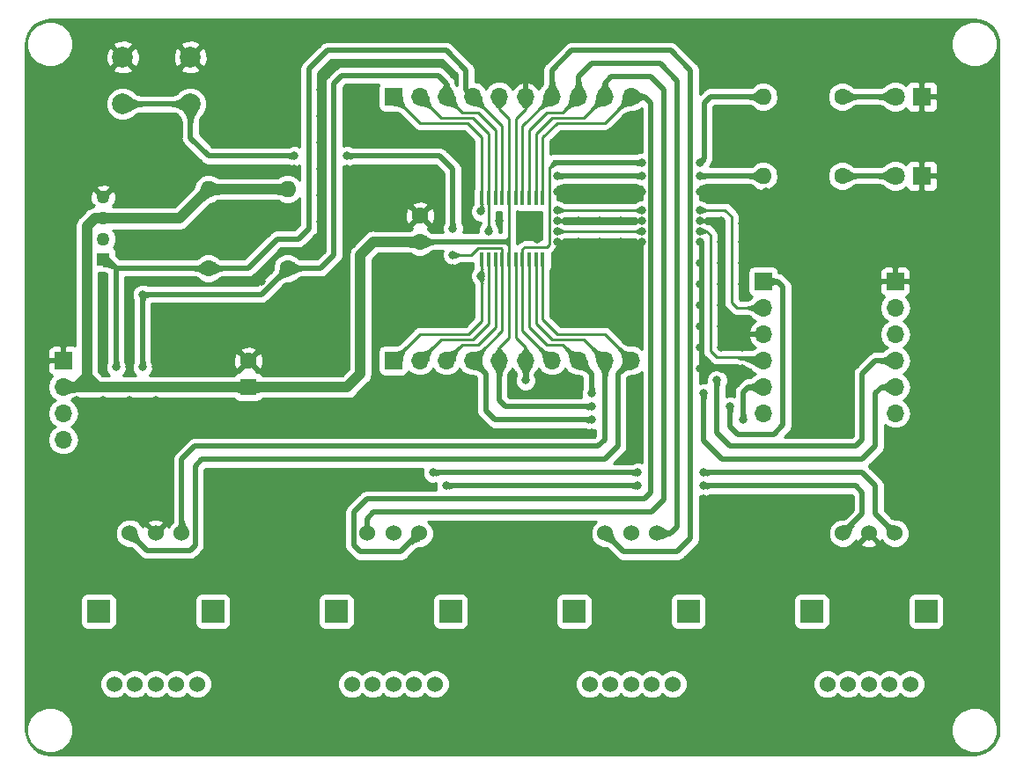
<source format=gtl>
G04 #@! TF.GenerationSoftware,KiCad,Pcbnew,(5.0.2)-1*
G04 #@! TF.CreationDate,2022-01-15T23:06:10+09:00*
G04 #@! TF.ProjectId,Valve,56616c76-652e-46b6-9963-61645f706362,rev?*
G04 #@! TF.SameCoordinates,Original*
G04 #@! TF.FileFunction,Copper,L1,Top*
G04 #@! TF.FilePolarity,Positive*
%FSLAX46Y46*%
G04 Gerber Fmt 4.6, Leading zero omitted, Abs format (unit mm)*
G04 Created by KiCad (PCBNEW (5.0.2)-1) date 2022/01/15 23:06:10*
%MOMM*%
%LPD*%
G01*
G04 APERTURE LIST*
G04 #@! TA.AperFunction,ComponentPad*
%ADD10C,1.600000*%
G04 #@! TD*
G04 #@! TA.AperFunction,ComponentPad*
%ADD11R,1.270000X1.270000*%
G04 #@! TD*
G04 #@! TA.AperFunction,ComponentPad*
%ADD12C,1.270000*%
G04 #@! TD*
G04 #@! TA.AperFunction,ComponentPad*
%ADD13R,2.200000X2.200000*%
G04 #@! TD*
G04 #@! TA.AperFunction,ComponentPad*
%ADD14C,1.524000*%
G04 #@! TD*
G04 #@! TA.AperFunction,ComponentPad*
%ADD15C,2.000000*%
G04 #@! TD*
G04 #@! TA.AperFunction,ComponentPad*
%ADD16R,1.700000X1.700000*%
G04 #@! TD*
G04 #@! TA.AperFunction,ComponentPad*
%ADD17O,1.700000X1.700000*%
G04 #@! TD*
G04 #@! TA.AperFunction,SMDPad,CuDef*
%ADD18R,0.450000X1.450000*%
G04 #@! TD*
G04 #@! TA.AperFunction,ComponentPad*
%ADD19R,1.800000X1.800000*%
G04 #@! TD*
G04 #@! TA.AperFunction,ComponentPad*
%ADD20C,1.800000*%
G04 #@! TD*
G04 #@! TA.AperFunction,ComponentPad*
%ADD21O,1.600000X1.600000*%
G04 #@! TD*
G04 #@! TA.AperFunction,ComponentPad*
%ADD22R,1.600000X1.600000*%
G04 #@! TD*
G04 #@! TA.AperFunction,ViaPad*
%ADD23C,0.800000*%
G04 #@! TD*
G04 #@! TA.AperFunction,Conductor*
%ADD24C,0.250000*%
G04 #@! TD*
G04 #@! TA.AperFunction,Conductor*
%ADD25C,1.000000*%
G04 #@! TD*
G04 #@! TA.AperFunction,Conductor*
%ADD26C,0.500000*%
G04 #@! TD*
G04 #@! TA.AperFunction,Conductor*
%ADD27C,0.254000*%
G04 #@! TD*
G04 #@! TA.AperFunction,Conductor*
%ADD28C,0.025400*%
G04 #@! TD*
G04 APERTURE END LIST*
D10*
G04 #@! TO.P,C1,1*
G04 #@! TO.N,VDD*
X111760000Y-69850000D03*
G04 #@! TO.P,C1,2*
G04 #@! TO.N,GND*
X111760000Y-67350000D03*
G04 #@! TD*
D11*
G04 #@! TO.P,CN1,1*
G04 #@! TO.N,SCL*
X81305120Y-71579740D03*
D12*
G04 #@! TO.P,CN1,2*
G04 #@! TO.N,SDA*
X81305000Y-69578220D03*
G04 #@! TO.P,CN1,3*
G04 #@! TO.N,VDD*
X81305000Y-67581780D03*
G04 #@! TO.P,CN1,4*
G04 #@! TO.N,GND*
X81305000Y-65580260D03*
G04 #@! TD*
D13*
G04 #@! TO.P,RE1,*
G04 #@! TO.N,*
X91860000Y-105410000D03*
D14*
G04 #@! TO.P,RE1,1*
G04 #@! TO.N,Net-(RE1-Pad1)*
X90360000Y-112410000D03*
G04 #@! TO.P,RE1,2*
G04 #@! TO.N,Net-(RE1-Pad2)*
X88360000Y-112410000D03*
G04 #@! TO.P,RE1,3*
G04 #@! TO.N,Net-(RE1-Pad3)*
X86360000Y-112410000D03*
G04 #@! TO.P,RE1,4*
G04 #@! TO.N,Net-(RE1-Pad4)*
X84360000Y-112410000D03*
G04 #@! TO.P,RE1,5*
G04 #@! TO.N,Net-(RE1-Pad5)*
X82360000Y-112410000D03*
G04 #@! TO.P,RE1,7*
G04 #@! TO.N,GND*
X86360000Y-97910000D03*
G04 #@! TO.P,RE1,8*
G04 #@! TO.N,/PA3*
X88860000Y-97910000D03*
G04 #@! TO.P,RE1,6*
G04 #@! TO.N,/PA4*
X83860000Y-97910000D03*
D13*
G04 #@! TO.P,RE1,*
G04 #@! TO.N,*
X80860000Y-105410000D03*
G04 #@! TD*
G04 #@! TO.P,RE2,*
G04 #@! TO.N,*
X103720000Y-105410000D03*
D14*
G04 #@! TO.P,RE2,6*
G04 #@! TO.N,/PA6*
X106720000Y-97910000D03*
G04 #@! TO.P,RE2,8*
G04 #@! TO.N,/PA5*
X111720000Y-97910000D03*
G04 #@! TO.P,RE2,7*
G04 #@! TO.N,GND*
X109220000Y-97910000D03*
G04 #@! TO.P,RE2,5*
G04 #@! TO.N,Net-(RE2-Pad5)*
X105220000Y-112410000D03*
G04 #@! TO.P,RE2,4*
G04 #@! TO.N,Net-(RE2-Pad4)*
X107220000Y-112410000D03*
G04 #@! TO.P,RE2,3*
G04 #@! TO.N,Net-(RE2-Pad3)*
X109220000Y-112410000D03*
G04 #@! TO.P,RE2,2*
G04 #@! TO.N,Net-(RE2-Pad2)*
X111220000Y-112410000D03*
G04 #@! TO.P,RE2,1*
G04 #@! TO.N,Net-(RE2-Pad1)*
X113220000Y-112410000D03*
D13*
G04 #@! TO.P,RE2,*
G04 #@! TO.N,*
X114720000Y-105410000D03*
G04 #@! TD*
G04 #@! TO.P,RE3,*
G04 #@! TO.N,*
X137580000Y-105410000D03*
D14*
G04 #@! TO.P,RE3,1*
G04 #@! TO.N,Net-(RE3-Pad1)*
X136080000Y-112410000D03*
G04 #@! TO.P,RE3,2*
G04 #@! TO.N,Net-(RE3-Pad2)*
X134080000Y-112410000D03*
G04 #@! TO.P,RE3,3*
G04 #@! TO.N,Net-(RE3-Pad3)*
X132080000Y-112410000D03*
G04 #@! TO.P,RE3,4*
G04 #@! TO.N,Net-(RE3-Pad4)*
X130080000Y-112410000D03*
G04 #@! TO.P,RE3,5*
G04 #@! TO.N,Net-(RE3-Pad5)*
X128080000Y-112410000D03*
G04 #@! TO.P,RE3,7*
G04 #@! TO.N,GND*
X132080000Y-97910000D03*
G04 #@! TO.P,RE3,8*
G04 #@! TO.N,/PA7*
X134580000Y-97910000D03*
G04 #@! TO.P,RE3,6*
G04 #@! TO.N,/PB1*
X129580000Y-97910000D03*
D13*
G04 #@! TO.P,RE3,*
G04 #@! TO.N,*
X126580000Y-105410000D03*
G04 #@! TD*
G04 #@! TO.P,RE4,*
G04 #@! TO.N,*
X149440000Y-105410000D03*
D14*
G04 #@! TO.P,RE4,6*
G04 #@! TO.N,/PC15*
X152440000Y-97910000D03*
G04 #@! TO.P,RE4,8*
G04 #@! TO.N,/PC14*
X157440000Y-97910000D03*
G04 #@! TO.P,RE4,7*
G04 #@! TO.N,GND*
X154940000Y-97910000D03*
G04 #@! TO.P,RE4,5*
G04 #@! TO.N,Net-(RE4-Pad5)*
X150940000Y-112410000D03*
G04 #@! TO.P,RE4,4*
G04 #@! TO.N,Net-(RE4-Pad4)*
X152940000Y-112410000D03*
G04 #@! TO.P,RE4,3*
G04 #@! TO.N,Net-(RE4-Pad3)*
X154940000Y-112410000D03*
G04 #@! TO.P,RE4,2*
G04 #@! TO.N,Net-(RE4-Pad2)*
X156940000Y-112410000D03*
G04 #@! TO.P,RE4,1*
G04 #@! TO.N,Net-(RE4-Pad1)*
X158940000Y-112410000D03*
D13*
G04 #@! TO.P,RE4,*
G04 #@! TO.N,*
X160440000Y-105410000D03*
G04 #@! TD*
D15*
G04 #@! TO.P,SW1,2*
G04 #@! TO.N,NRST*
X83185000Y-56570000D03*
G04 #@! TO.P,SW1,1*
G04 #@! TO.N,GND*
X83185000Y-52070000D03*
G04 #@! TO.P,SW1,2*
G04 #@! TO.N,NRST*
X89685000Y-56570000D03*
G04 #@! TO.P,SW1,1*
G04 #@! TO.N,GND*
X89685000Y-52070000D03*
G04 #@! TD*
D16*
G04 #@! TO.P,TP1,1*
G04 #@! TO.N,/PB9*
X109220000Y-81280000D03*
D17*
G04 #@! TO.P,TP1,2*
G04 #@! TO.N,/PC14*
X111760000Y-81280000D03*
G04 #@! TO.P,TP1,3*
G04 #@! TO.N,/PC15*
X114300000Y-81280000D03*
G04 #@! TO.P,TP1,4*
G04 #@! TO.N,NRST*
X116840000Y-81280000D03*
G04 #@! TO.P,TP1,5*
G04 #@! TO.N,VDD*
X119380000Y-81280000D03*
G04 #@! TO.P,TP1,6*
G04 #@! TO.N,TXD*
X121920000Y-81280000D03*
G04 #@! TO.P,TP1,7*
G04 #@! TO.N,/PA1*
X124460000Y-81280000D03*
G04 #@! TO.P,TP1,8*
G04 #@! TO.N,RXD*
X127000000Y-81280000D03*
G04 #@! TO.P,TP1,9*
G04 #@! TO.N,/PA3*
X129540000Y-81280000D03*
G04 #@! TO.P,TP1,10*
G04 #@! TO.N,/PA4*
X132080000Y-81280000D03*
G04 #@! TD*
D16*
G04 #@! TO.P,TP2,1*
G04 #@! TO.N,SWCLK*
X109220000Y-55880000D03*
D17*
G04 #@! TO.P,TP2,2*
G04 #@! TO.N,SWDIO*
X111760000Y-55880000D03*
G04 #@! TO.P,TP2,3*
G04 #@! TO.N,SDA*
X114300000Y-55880000D03*
G04 #@! TO.P,TP2,4*
G04 #@! TO.N,SCL*
X116840000Y-55880000D03*
G04 #@! TO.P,TP2,5*
G04 #@! TO.N,VDD*
X119380000Y-55880000D03*
G04 #@! TO.P,TP2,6*
G04 #@! TO.N,GND*
X121920000Y-55880000D03*
G04 #@! TO.P,TP2,7*
G04 #@! TO.N,/PB1*
X124460000Y-55880000D03*
G04 #@! TO.P,TP2,8*
G04 #@! TO.N,/PA7*
X127000000Y-55880000D03*
G04 #@! TO.P,TP2,9*
G04 #@! TO.N,/PA6*
X129540000Y-55880000D03*
G04 #@! TO.P,TP2,10*
G04 #@! TO.N,/PA5*
X132080000Y-55880000D03*
G04 #@! TD*
D18*
G04 #@! TO.P,U1,20*
G04 #@! TO.N,SWCLK*
X117725000Y-65630000D03*
G04 #@! TO.P,U1,19*
G04 #@! TO.N,SWDIO*
X118375000Y-65630000D03*
G04 #@! TO.P,U1,18*
G04 #@! TO.N,SDA*
X119025000Y-65630000D03*
G04 #@! TO.P,U1,17*
G04 #@! TO.N,SCL*
X119675000Y-65630000D03*
G04 #@! TO.P,U1,16*
G04 #@! TO.N,VDD*
X120325000Y-65630000D03*
G04 #@! TO.P,U1,15*
G04 #@! TO.N,GND*
X120975000Y-65630000D03*
G04 #@! TO.P,U1,14*
G04 #@! TO.N,/PB1*
X121625000Y-65630000D03*
G04 #@! TO.P,U1,13*
G04 #@! TO.N,/PA7*
X122275000Y-65630000D03*
G04 #@! TO.P,U1,12*
G04 #@! TO.N,/PA6*
X122925000Y-65630000D03*
G04 #@! TO.P,U1,11*
G04 #@! TO.N,/PA5*
X123575000Y-65630000D03*
G04 #@! TO.P,U1,10*
G04 #@! TO.N,/PA4*
X123575000Y-71530000D03*
G04 #@! TO.P,U1,9*
G04 #@! TO.N,/PA3*
X122925000Y-71530000D03*
G04 #@! TO.P,U1,8*
G04 #@! TO.N,RXD*
X122275000Y-71530000D03*
G04 #@! TO.P,U1,7*
G04 #@! TO.N,/PA1*
X121625000Y-71530000D03*
G04 #@! TO.P,U1,6*
G04 #@! TO.N,TXD*
X120975000Y-71530000D03*
G04 #@! TO.P,U1,5*
G04 #@! TO.N,VDD*
X120325000Y-71530000D03*
G04 #@! TO.P,U1,4*
G04 #@! TO.N,NRST*
X119675000Y-71530000D03*
G04 #@! TO.P,U1,3*
G04 #@! TO.N,/PC15*
X119025000Y-71530000D03*
G04 #@! TO.P,U1,2*
G04 #@! TO.N,/PC14*
X118375000Y-71530000D03*
G04 #@! TO.P,U1,1*
G04 #@! TO.N,/PB9*
X117725000Y-71530000D03*
G04 #@! TD*
D19*
G04 #@! TO.P,LED1,1*
G04 #@! TO.N,GND*
X160020000Y-55880000D03*
D20*
G04 #@! TO.P,LED1,2*
G04 #@! TO.N,Net-(LED1-Pad2)*
X157480000Y-55880000D03*
G04 #@! TD*
G04 #@! TO.P,LED2,2*
G04 #@! TO.N,Net-(LED2-Pad2)*
X157480000Y-63500000D03*
D19*
G04 #@! TO.P,LED2,1*
G04 #@! TO.N,GND*
X160020000Y-63500000D03*
G04 #@! TD*
D21*
G04 #@! TO.P,R1,2*
G04 #@! TO.N,/PA1*
X144780000Y-55880000D03*
D10*
G04 #@! TO.P,R1,1*
G04 #@! TO.N,Net-(LED1-Pad2)*
X152400000Y-55880000D03*
G04 #@! TD*
G04 #@! TO.P,R2,1*
G04 #@! TO.N,Net-(LED2-Pad2)*
X152400000Y-63500000D03*
D21*
G04 #@! TO.P,R2,2*
G04 #@! TO.N,/PB9*
X144780000Y-63500000D03*
G04 #@! TD*
D16*
G04 #@! TO.P,CN4,1*
G04 #@! TO.N,GND*
X157480000Y-73660000D03*
D17*
G04 #@! TO.P,CN4,2*
G04 #@! TO.N,Net-(CN4-Pad2)*
X157480000Y-76200000D03*
G04 #@! TO.P,CN4,3*
G04 #@! TO.N,Net-(CN4-Pad3)*
X157480000Y-78740000D03*
G04 #@! TO.P,CN4,4*
G04 #@! TO.N,TXD*
X157480000Y-81280000D03*
G04 #@! TO.P,CN4,5*
G04 #@! TO.N,RXD*
X157480000Y-83820000D03*
G04 #@! TO.P,CN4,6*
G04 #@! TO.N,Net-(CN4-Pad6)*
X157480000Y-86360000D03*
G04 #@! TD*
D21*
G04 #@! TO.P,R3,2*
G04 #@! TO.N,VDD*
X91440000Y-64770000D03*
D10*
G04 #@! TO.P,R3,1*
G04 #@! TO.N,SCL*
X91440000Y-72390000D03*
G04 #@! TD*
G04 #@! TO.P,R4,1*
G04 #@! TO.N,SDA*
X99060000Y-72390000D03*
D21*
G04 #@! TO.P,R4,2*
G04 #@! TO.N,VDD*
X99060000Y-64770000D03*
G04 #@! TD*
D17*
G04 #@! TO.P,CN2,4*
G04 #@! TO.N,SDA*
X77470000Y-88900000D03*
G04 #@! TO.P,CN2,3*
G04 #@! TO.N,SCL*
X77470000Y-86360000D03*
G04 #@! TO.P,CN2,2*
G04 #@! TO.N,VDD*
X77470000Y-83820000D03*
D16*
G04 #@! TO.P,CN2,1*
G04 #@! TO.N,GND*
X77470000Y-81280000D03*
G04 #@! TD*
G04 #@! TO.P,CN3,1*
G04 #@! TO.N,VDD*
X144780000Y-73660000D03*
D17*
G04 #@! TO.P,CN3,2*
G04 #@! TO.N,SWCLK*
X144780000Y-76200000D03*
G04 #@! TO.P,CN3,3*
G04 #@! TO.N,GND*
X144780000Y-78740000D03*
G04 #@! TO.P,CN3,4*
G04 #@! TO.N,SWDIO*
X144780000Y-81280000D03*
G04 #@! TO.P,CN3,5*
G04 #@! TO.N,NRST*
X144780000Y-83820000D03*
G04 #@! TO.P,CN3,6*
G04 #@! TO.N,Net-(CN3-Pad6)*
X144780000Y-86360000D03*
G04 #@! TD*
D22*
G04 #@! TO.P,C2,1*
G04 #@! TO.N,VDD*
X95250000Y-83820000D03*
D10*
G04 #@! TO.P,C2,2*
G04 #@! TO.N,GND*
X95250000Y-81320000D03*
G04 #@! TD*
D23*
G04 #@! TO.N,VDD*
X128270000Y-85725000D03*
X141605000Y-85725000D03*
G04 #@! TO.N,GND*
X127000000Y-67818000D03*
X129032000Y-67818000D03*
X131064000Y-67818000D03*
X133096000Y-67818000D03*
X127000000Y-69850000D03*
X138684000Y-82042000D03*
X140716000Y-82042000D03*
X142748000Y-82042000D03*
X142748000Y-80010000D03*
X140716000Y-80010000D03*
X138684000Y-80010000D03*
X138684000Y-75946000D03*
X138684000Y-77978000D03*
X138684000Y-71882000D03*
X138684000Y-69850000D03*
X138684000Y-67818000D03*
X138684000Y-73914000D03*
X140716000Y-77978000D03*
X142748000Y-77978000D03*
X140716000Y-75946000D03*
X140716000Y-73914000D03*
X140716000Y-71882000D03*
X140716000Y-69850000D03*
X142748000Y-69850000D03*
X142748000Y-71882000D03*
X142748000Y-73914000D03*
X138684000Y-65024000D03*
X140462000Y-65024000D03*
X142748000Y-68072000D03*
X142748000Y-65024000D03*
X131064000Y-65024000D03*
X129032000Y-65024000D03*
X133096000Y-65024000D03*
X129032000Y-69850000D03*
X131064000Y-69850000D03*
X133096000Y-69850000D03*
X127000000Y-65024000D03*
X124968000Y-65024000D03*
X117221000Y-68326000D03*
X125730000Y-72390000D03*
X132080000Y-72390000D03*
X132080000Y-79248000D03*
X125730000Y-77470000D03*
X124968000Y-67818000D03*
X121412000Y-67818000D03*
X119380000Y-67818000D03*
X123063000Y-67818000D03*
X140716000Y-67818000D03*
X128905000Y-72390000D03*
X132080000Y-77470000D03*
X128905000Y-77470000D03*
X132080000Y-74930000D03*
X128905000Y-74930000D03*
X125730000Y-74930000D03*
X125222000Y-59944000D03*
X132588000Y-57912000D03*
X129032000Y-59944000D03*
X145034000Y-68072000D03*
X145034000Y-65024000D03*
X145034000Y-71882000D03*
X132588000Y-59944000D03*
X124968000Y-69850000D03*
X132715000Y-88265000D03*
X120904000Y-84328000D03*
X126492000Y-84328000D03*
X121412000Y-69596000D03*
X123063000Y-69596000D03*
X132715000Y-90805000D03*
X128270000Y-88265000D03*
X120904000Y-88265000D03*
X139065000Y-94615000D03*
X152400000Y-95250000D03*
X102235000Y-70485000D03*
X102235000Y-62865000D03*
X93980000Y-73660000D03*
X86360000Y-73660000D03*
X83820000Y-87630000D03*
X78740000Y-87630000D03*
X78740000Y-85090000D03*
X93980000Y-71120000D03*
X99695000Y-67945000D03*
X99695000Y-62865000D03*
X99695000Y-52705000D03*
X102235000Y-50165000D03*
X114935000Y-50165000D03*
X117475000Y-52705000D03*
X83820000Y-73660000D03*
X83820000Y-81915000D03*
X81280000Y-81915000D03*
X81280000Y-73660000D03*
X81280000Y-85090000D03*
X83820000Y-85090000D03*
X81280000Y-87630000D03*
X102235000Y-73660000D03*
X104775000Y-62865000D03*
X104775000Y-55245000D03*
X86360000Y-76200000D03*
X86360000Y-81915000D03*
X86360000Y-85090000D03*
X78740000Y-90170000D03*
X83820000Y-90170000D03*
X81280000Y-90170000D03*
X86360000Y-90170000D03*
X86360000Y-87630000D03*
X93980000Y-76200000D03*
X81280000Y-76200000D03*
X81280000Y-79375000D03*
X83820000Y-79375000D03*
X83820000Y-76200000D03*
X86360000Y-79375000D03*
X88900000Y-76200000D03*
X91440000Y-76200000D03*
X88900000Y-73660000D03*
X96520000Y-76200000D03*
X99695000Y-76200000D03*
X96520000Y-73660000D03*
X100330000Y-71120000D03*
X104775000Y-70485000D03*
X104775000Y-67945000D03*
X104775000Y-65405000D03*
X102235000Y-65405000D03*
X102235000Y-67945000D03*
X104775000Y-60325000D03*
X102235000Y-60325000D03*
X99695000Y-60325000D03*
X99695000Y-57785000D03*
X102235000Y-57785000D03*
X104775000Y-57785000D03*
X102235000Y-55245000D03*
X99695000Y-55245000D03*
X99695000Y-50165000D03*
X104775000Y-52705000D03*
X107315000Y-52705000D03*
X109855000Y-52705000D03*
X112395000Y-52705000D03*
X104775000Y-50165000D03*
X107315000Y-50165000D03*
X109855000Y-50165000D03*
X112395000Y-50165000D03*
X117475000Y-50165000D03*
X107315000Y-55245000D03*
X99695000Y-74295000D03*
X88900000Y-71120000D03*
X86360000Y-71120000D03*
X83820000Y-71120000D03*
X95885000Y-69215000D03*
X113030000Y-59690000D03*
X82550000Y-116840000D03*
X87630000Y-116840000D03*
X92710000Y-116840000D03*
X97790000Y-116840000D03*
X102870000Y-116840000D03*
X107950000Y-116840000D03*
X97790000Y-111760000D03*
X97790000Y-106680000D03*
X97790000Y-101600000D03*
X123190000Y-116840000D03*
X113030000Y-116840000D03*
X118110000Y-116840000D03*
X138430000Y-116840000D03*
X133350000Y-116840000D03*
X128270000Y-116840000D03*
X153670000Y-116840000D03*
X158750000Y-116840000D03*
X148590000Y-116840000D03*
X143510000Y-116840000D03*
X165100000Y-111760000D03*
X165100000Y-71120000D03*
X165100000Y-60960000D03*
X165100000Y-76200000D03*
X165100000Y-55880000D03*
X165100000Y-66040000D03*
X165100000Y-81280000D03*
X165100000Y-101600000D03*
X165100000Y-91440000D03*
X165100000Y-86360000D03*
X165100000Y-96520000D03*
X165100000Y-106680000D03*
X76200000Y-96520000D03*
X76200000Y-71120000D03*
X76200000Y-111760000D03*
X76200000Y-91440000D03*
X76200000Y-76200000D03*
X76200000Y-101600000D03*
X76200000Y-55880000D03*
X76200000Y-106680000D03*
X76200000Y-60960000D03*
X76200000Y-66040000D03*
X123190000Y-50800000D03*
X138430000Y-50800000D03*
X92710000Y-50800000D03*
X153670000Y-50800000D03*
X148590000Y-50800000D03*
X143510000Y-50800000D03*
X158750000Y-50800000D03*
X97790000Y-50800000D03*
X97790000Y-96520000D03*
X143510000Y-111760000D03*
X143510000Y-101600000D03*
X143510000Y-106680000D03*
X120650000Y-111760000D03*
X120650000Y-101600000D03*
X120650000Y-106680000D03*
X92710000Y-55880000D03*
X143510000Y-96520000D03*
X157480000Y-95250000D03*
X108585000Y-72390000D03*
X108585000Y-77470000D03*
X114935000Y-77470000D03*
X108585000Y-74930000D03*
X102870000Y-81280000D03*
X102870000Y-86360000D03*
X95250000Y-86360000D03*
X110490000Y-86360000D03*
X81280000Y-60960000D03*
X86360000Y-60960000D03*
X96520000Y-55880000D03*
X96520000Y-59690000D03*
X92710000Y-59690000D03*
X86360000Y-66040000D03*
X93980000Y-67310000D03*
X113030000Y-64135000D03*
X110490000Y-92710000D03*
X102870000Y-92710000D03*
X95250000Y-92710000D03*
X148590000Y-87630000D03*
X152400000Y-87630000D03*
X152400000Y-87630000D03*
X148590000Y-81280000D03*
X153670000Y-81280000D03*
X148590000Y-74930000D03*
X153670000Y-74930000D03*
X153670000Y-68580000D03*
X148590000Y-68580000D03*
X158750000Y-68580000D03*
X158750000Y-59690000D03*
X153670000Y-59690000D03*
X148590000Y-59690000D03*
X143510000Y-59690000D03*
X157480000Y-88900000D03*
X114300000Y-97790000D03*
X120650000Y-97790000D03*
X127000000Y-97790000D03*
X128270000Y-49530000D03*
X133350000Y-49530000D03*
X114935000Y-72390000D03*
X114935000Y-74930000D03*
X111760000Y-72390000D03*
X111760000Y-74930000D03*
X111760000Y-77470000D03*
X108585000Y-59690000D03*
X108585000Y-64135000D03*
X116205000Y-61595000D03*
X147955000Y-95250000D03*
G04 #@! TO.N,NRST*
X128270000Y-86995000D03*
X142875000Y-86995000D03*
X114935000Y-68580000D03*
X104775000Y-61595000D03*
X99695000Y-61595000D03*
X114935000Y-71120000D03*
G04 #@! TO.N,SWCLK*
X138684000Y-66802000D03*
X117650000Y-66929000D03*
X133096000Y-66802000D03*
X124968000Y-66802000D03*
G04 #@! TO.N,SWDIO*
X138684000Y-68834000D03*
X124968000Y-68834000D03*
X133096000Y-68834000D03*
X118364000Y-68834000D03*
G04 #@! TO.N,SCL*
X82550000Y-81915000D03*
G04 #@! TO.N,SDA*
X85090000Y-74930000D03*
X85090000Y-81915000D03*
G04 #@! TO.N,RXD*
X139065000Y-84455000D03*
X128270000Y-84455000D03*
G04 #@! TO.N,TXD*
X121920000Y-83185000D03*
X140335000Y-83185000D03*
G04 #@! TO.N,/PA1*
X138684000Y-62230000D03*
X133096000Y-62230000D03*
G04 #@! TO.N,/PB9*
X117650000Y-73152000D03*
X138684000Y-63500000D03*
X133096000Y-63500000D03*
X124968000Y-63500000D03*
G04 #@! TO.N,/PC14*
X139065000Y-92075000D03*
X132715000Y-92075000D03*
X113030000Y-92075000D03*
G04 #@! TO.N,/PC15*
X139065000Y-93345000D03*
X132715000Y-93345000D03*
X114300000Y-93345000D03*
G04 #@! TD*
D24*
G04 #@! TO.N,VDD*
X120325000Y-68397000D02*
X120325000Y-68763000D01*
X120325000Y-68072000D02*
X120325000Y-68143000D01*
X120325000Y-68072000D02*
X120325000Y-65630000D01*
X120325000Y-68397000D02*
X120325000Y-68072000D01*
X120325000Y-69088000D02*
X120325000Y-69017000D01*
X120325000Y-68763000D02*
X120325000Y-69088000D01*
D25*
X80518000Y-67581780D02*
X81305000Y-67581780D01*
X79756000Y-68343780D02*
X80518000Y-67581780D01*
X79756000Y-82804000D02*
X79756000Y-68343780D01*
X77470000Y-83820000D02*
X78740000Y-83820000D01*
D24*
X120071000Y-69850000D02*
X120325000Y-69596000D01*
X120015000Y-69850000D02*
X120071000Y-69850000D01*
X120325000Y-69596000D02*
X120325000Y-69850000D01*
X120325000Y-70104000D02*
X120071000Y-69850000D01*
X120325000Y-69850000D02*
X120325000Y-70104000D01*
X119944000Y-69850000D02*
X120325000Y-69469000D01*
X120325000Y-69469000D02*
X120325000Y-69596000D01*
X120325000Y-69088000D02*
X120325000Y-69469000D01*
D26*
X119634000Y-69850000D02*
X120015000Y-69850000D01*
X111760000Y-69850000D02*
X119634000Y-69850000D01*
D24*
X119944000Y-69850000D02*
X120325000Y-70231000D01*
X119634000Y-69850000D02*
X119944000Y-69850000D01*
X120325000Y-70104000D02*
X120325000Y-70231000D01*
X120325000Y-70231000D02*
X120325000Y-71530000D01*
X119380000Y-80010000D02*
X119380000Y-81280000D01*
X120325000Y-71530000D02*
X120325000Y-79065000D01*
X120325000Y-79065000D02*
X119380000Y-80010000D01*
X120325000Y-58027081D02*
X120325000Y-58166000D01*
X119380000Y-57082081D02*
X120325000Y-58027081D01*
X119380000Y-55880000D02*
X119380000Y-57082081D01*
X120325000Y-65630000D02*
X120325000Y-58166000D01*
D25*
X79756000Y-82804000D02*
X79756000Y-83820000D01*
X77470000Y-83820000D02*
X79756000Y-83820000D01*
X78740000Y-83820000D02*
X79756000Y-82804000D01*
X80772000Y-83820000D02*
X79756000Y-82804000D01*
X80772000Y-83820000D02*
X95250000Y-83820000D01*
X79756000Y-83820000D02*
X80772000Y-83820000D01*
X91440000Y-64770000D02*
X99060000Y-64770000D01*
D26*
X142367000Y-88392000D02*
X141605000Y-87630000D01*
X146685000Y-74215000D02*
X146685000Y-87503000D01*
X145796000Y-88392000D02*
X142367000Y-88392000D01*
X144780000Y-73660000D02*
X146130000Y-73660000D01*
X146685000Y-87503000D02*
X145796000Y-88392000D01*
X146130000Y-73660000D02*
X146685000Y-74215000D01*
X141605000Y-87630000D02*
X141605000Y-85725000D01*
X120015000Y-85725000D02*
X128270000Y-85725000D01*
X119380000Y-85090000D02*
X120015000Y-85725000D01*
X119380000Y-81280000D02*
X119380000Y-85090000D01*
D25*
X106045000Y-82550000D02*
X106045000Y-71120000D01*
X95250000Y-83820000D02*
X104775000Y-83820000D01*
X104775000Y-83820000D02*
X106045000Y-82550000D01*
X107315000Y-69850000D02*
X106045000Y-71120000D01*
X111760000Y-69850000D02*
X107315000Y-69850000D01*
X88628220Y-67581780D02*
X91440000Y-64770000D01*
X81305000Y-67581780D02*
X88628220Y-67581780D01*
D24*
G04 #@! TO.N,GND*
X120975000Y-58027081D02*
X120975000Y-58166000D01*
X121920000Y-57082081D02*
X120975000Y-58027081D01*
X121920000Y-55880000D02*
X121920000Y-57082081D01*
X120975000Y-65630000D02*
X120975000Y-58166000D01*
G04 #@! TO.N,NRST*
X119675000Y-71530000D02*
X119675000Y-78232000D01*
X116840000Y-81280000D02*
X119675000Y-78445000D01*
X119675000Y-78445000D02*
X119675000Y-78232000D01*
D26*
X144780000Y-83820000D02*
X143383000Y-83820000D01*
X143383000Y-83820000D02*
X142875000Y-84328000D01*
X142875000Y-84328000D02*
X142875000Y-84709000D01*
X142875000Y-84709000D02*
X142875000Y-86995000D01*
X118999000Y-86995000D02*
X118110000Y-86106000D01*
X118110000Y-86106000D02*
X118110000Y-82550000D01*
X118110000Y-82550000D02*
X116840000Y-81280000D01*
X128270000Y-86995000D02*
X118999000Y-86995000D01*
X114935000Y-66040000D02*
X114935000Y-68580000D01*
X114935000Y-62865000D02*
X113665000Y-61595000D01*
X114935000Y-62865000D02*
X114935000Y-66040000D01*
X113665000Y-61595000D02*
X104775000Y-61595000D01*
X89685000Y-59840000D02*
X89685000Y-56570000D01*
X99695000Y-61595000D02*
X91440000Y-61595000D01*
X91440000Y-61595000D02*
X89685000Y-59840000D01*
D24*
X119599999Y-70479999D02*
X119675000Y-70555000D01*
X119675000Y-70555000D02*
X119675000Y-71530000D01*
X117094000Y-70733999D02*
X117094000Y-70739000D01*
X114935000Y-71120000D02*
X116713000Y-71120000D01*
X117094000Y-70739000D02*
X116713000Y-71120000D01*
X117094000Y-70733999D02*
X117348000Y-70479999D01*
X117348000Y-70479999D02*
X119599999Y-70479999D01*
D26*
X83185000Y-56570000D02*
X89685000Y-56570000D01*
D24*
G04 #@! TO.N,SWCLK*
X111760000Y-58420000D02*
X109220000Y-55880000D01*
X116332000Y-58420000D02*
X111760000Y-58420000D01*
X117725000Y-59813000D02*
X116332000Y-58420000D01*
X117725000Y-65630000D02*
X117725000Y-59813000D01*
X117725000Y-65630000D02*
X117725000Y-66854000D01*
X117725000Y-66854000D02*
X117650000Y-66929000D01*
X142621000Y-76200000D02*
X144780000Y-76200000D01*
X142240000Y-76200000D02*
X142621000Y-76200000D01*
X141732000Y-75692000D02*
X142240000Y-76200000D01*
X141732000Y-67437000D02*
X141732000Y-75692000D01*
X138684000Y-66802000D02*
X141097000Y-66802000D01*
X141097000Y-66802000D02*
X141732000Y-67437000D01*
X133096000Y-66802000D02*
X124968000Y-66802000D01*
G04 #@! TO.N,SWDIO*
X113792000Y-57912000D02*
X111760000Y-55880000D01*
X116840000Y-57912000D02*
X113792000Y-57912000D01*
X118375000Y-59447000D02*
X116840000Y-57912000D01*
X118375000Y-65630000D02*
X118375000Y-59447000D01*
X118364000Y-65641000D02*
X118375000Y-65630000D01*
X133096000Y-68834000D02*
X124968000Y-68834000D01*
X144106001Y-80987001D02*
X144399000Y-81280000D01*
X140296001Y-80987001D02*
X144106001Y-80987001D01*
X139700000Y-80391000D02*
X140296001Y-80987001D01*
X139700000Y-69215000D02*
X139700000Y-80391000D01*
X139319000Y-68834000D02*
X139700000Y-69215000D01*
X138684000Y-68834000D02*
X139319000Y-68834000D01*
X144399000Y-81280000D02*
X144780000Y-81280000D01*
X118375000Y-68823000D02*
X118364000Y-68834000D01*
X118375000Y-65630000D02*
X118375000Y-68823000D01*
G04 #@! TO.N,SCL*
X119675000Y-58715000D02*
X116840000Y-55880000D01*
X119675000Y-65630000D02*
X119675000Y-58715000D01*
D26*
X95250000Y-72390000D02*
X98044000Y-69596000D01*
X91440000Y-72390000D02*
X95250000Y-72390000D01*
X99060000Y-69596000D02*
X99314000Y-69596000D01*
X98044000Y-69596000D02*
X99060000Y-69596000D01*
X81305120Y-71579740D02*
X81305120Y-71780120D01*
X82550000Y-72390000D02*
X82550000Y-81915000D01*
X91440000Y-72390000D02*
X82550000Y-72390000D01*
X81739740Y-71579740D02*
X81305120Y-71579740D01*
X82550000Y-72390000D02*
X81739740Y-71579740D01*
X116205000Y-55245000D02*
X116840000Y-55880000D01*
X99060000Y-69596000D02*
X100076000Y-69596000D01*
X100076000Y-69596000D02*
X101092000Y-68580000D01*
X101092000Y-68580000D02*
X101092000Y-53213000D01*
X101092000Y-53213000D02*
X102870000Y-51435000D01*
X116205000Y-53340000D02*
X114300000Y-51435000D01*
X102870000Y-51435000D02*
X114300000Y-51435000D01*
X116205000Y-53340000D02*
X116205000Y-55245000D01*
D24*
G04 #@! TO.N,SDA*
X115824000Y-57404000D02*
X114300000Y-55880000D01*
X117348000Y-57404000D02*
X115824000Y-57404000D01*
X119025000Y-59081000D02*
X117348000Y-57404000D01*
X119025000Y-65630000D02*
X119025000Y-59081000D01*
D26*
X114300000Y-54610000D02*
X114300000Y-55880000D01*
X103505000Y-54610000D02*
X104267000Y-53848000D01*
X104267000Y-53848000D02*
X113538000Y-53848000D01*
X113538000Y-53848000D02*
X114300000Y-54610000D01*
X85090000Y-74930000D02*
X85090000Y-81915000D01*
X102235000Y-72390000D02*
X103505000Y-71120000D01*
X103505000Y-71120000D02*
X103505000Y-54610000D01*
X99060000Y-72390000D02*
X102235000Y-72390000D01*
X96520000Y-74930000D02*
X99060000Y-72390000D01*
X85090000Y-74930000D02*
X96520000Y-74930000D01*
D24*
G04 #@! TO.N,RXD*
X125476000Y-79756000D02*
X127000000Y-81280000D01*
X123952000Y-79756000D02*
X125476000Y-79756000D01*
X122275000Y-78079000D02*
X123952000Y-79756000D01*
X122275000Y-71530000D02*
X122275000Y-78079000D01*
D26*
X140843000Y-90805000D02*
X139065000Y-89027000D01*
X154305000Y-90805000D02*
X140843000Y-90805000D01*
X155575000Y-89535000D02*
X154305000Y-90805000D01*
X155575000Y-84455000D02*
X155575000Y-89535000D01*
X157480000Y-83820000D02*
X156210000Y-83820000D01*
X156210000Y-83820000D02*
X155575000Y-84455000D01*
X139065000Y-89027000D02*
X139065000Y-84455000D01*
X127000000Y-81280000D02*
X128270000Y-82550000D01*
X128270000Y-82550000D02*
X128270000Y-84455000D01*
D24*
G04 #@! TO.N,TXD*
X121920000Y-80010000D02*
X121920000Y-81280000D01*
X120975000Y-71530000D02*
X120975000Y-79065000D01*
X120975000Y-79065000D02*
X121920000Y-80010000D01*
D26*
X140335000Y-88265000D02*
X140335000Y-83185000D01*
X153670000Y-89535000D02*
X141605000Y-89535000D01*
X140335000Y-88265000D02*
X141605000Y-89535000D01*
X154305000Y-88900000D02*
X153670000Y-89535000D01*
X154305000Y-82550000D02*
X154305000Y-88900000D01*
X155575000Y-81280000D02*
X154305000Y-82550000D01*
X157480000Y-81280000D02*
X155575000Y-81280000D01*
X121920000Y-81280000D02*
X121920000Y-83185000D01*
D24*
G04 #@! TO.N,/PA1*
X121625000Y-78445000D02*
X124460000Y-81280000D01*
X121625000Y-71530000D02*
X121625000Y-78445000D01*
D26*
X139083999Y-56496001D02*
X139700000Y-55880000D01*
X139700000Y-55880000D02*
X144780000Y-55880000D01*
X138684000Y-62230000D02*
X139083999Y-61830001D01*
X139083999Y-61830001D02*
X139083999Y-56496001D01*
D24*
X121822000Y-70358000D02*
X123952000Y-70358000D01*
X121625000Y-70555000D02*
X121822000Y-70358000D01*
X121625000Y-71530000D02*
X121625000Y-70555000D01*
D26*
X124714000Y-62230000D02*
X133096000Y-62230000D01*
D24*
X124206000Y-62738000D02*
X124714000Y-62230000D01*
X123952000Y-70358000D02*
X124206000Y-70104000D01*
X124206000Y-70104000D02*
X124206000Y-62738000D01*
X124206000Y-62738000D02*
X124968000Y-62230000D01*
X124206000Y-62738000D02*
X124650000Y-62100000D01*
G04 #@! TO.N,/PB9*
X116455000Y-78740000D02*
X117725000Y-77470000D01*
X111760000Y-78740000D02*
X116455000Y-78740000D01*
X109220000Y-81280000D02*
X111760000Y-78740000D01*
X117725000Y-73152000D02*
X117725000Y-71530000D01*
X117725000Y-77470000D02*
X117725000Y-73152000D01*
D26*
X117725000Y-73152000D02*
X117650000Y-73152000D01*
X144780000Y-63500000D02*
X138684000Y-63500000D01*
X124968000Y-63500000D02*
X133096000Y-63500000D01*
D24*
G04 #@! TO.N,/PA4*
X129540000Y-78740000D02*
X132080000Y-81280000D01*
X124968000Y-78740000D02*
X129540000Y-78740000D01*
X123575000Y-77347000D02*
X124968000Y-78740000D01*
X123575000Y-71530000D02*
X123575000Y-77347000D01*
D26*
X85518000Y-99568000D02*
X83860000Y-97910000D01*
X89662000Y-99568000D02*
X85518000Y-99568000D01*
X90170000Y-99060000D02*
X89662000Y-99568000D01*
X132080000Y-81280000D02*
X130810000Y-82550000D01*
X90805000Y-90805000D02*
X90170000Y-91440000D01*
X90170000Y-91440000D02*
X90170000Y-99060000D01*
X129540000Y-90805000D02*
X130810000Y-89535000D01*
X130810000Y-82550000D02*
X130810000Y-89535000D01*
X129540000Y-90805000D02*
X90805000Y-90805000D01*
D24*
G04 #@! TO.N,/PA3*
X127508000Y-79248000D02*
X129540000Y-81280000D01*
X124460000Y-79248000D02*
X127508000Y-79248000D01*
X122925000Y-77713000D02*
X124460000Y-79248000D01*
X122925000Y-71530000D02*
X122925000Y-77713000D01*
D26*
X88860000Y-90805000D02*
X88860000Y-97910000D01*
X90130000Y-89535000D02*
X88860000Y-90805000D01*
X128905000Y-89535000D02*
X90130000Y-89535000D01*
X129540000Y-88900000D02*
X128905000Y-89535000D01*
X129540000Y-81280000D02*
X129540000Y-88900000D01*
D24*
G04 #@! TO.N,/PA5*
X129540000Y-58420000D02*
X132080000Y-55880000D01*
X123575000Y-65630000D02*
X123575000Y-59813000D01*
X123575000Y-59813000D02*
X124968000Y-58420000D01*
X124968000Y-58420000D02*
X129540000Y-58420000D01*
D26*
X133985000Y-56515000D02*
X133350000Y-55880000D01*
X133350000Y-55880000D02*
X132080000Y-55880000D01*
X109935000Y-99695000D02*
X106045000Y-99695000D01*
X133985000Y-92710000D02*
X133985000Y-56515000D01*
X106045000Y-99695000D02*
X105410000Y-99060000D01*
X111720000Y-97910000D02*
X109935000Y-99695000D01*
X133985000Y-92710000D02*
X133985000Y-93980000D01*
X106680000Y-94615000D02*
X105410000Y-95885000D01*
X133350000Y-94615000D02*
X106680000Y-94615000D01*
X133985000Y-93980000D02*
X133350000Y-94615000D01*
X105410000Y-99060000D02*
X105410000Y-95885000D01*
D24*
G04 #@! TO.N,/PA6*
X127508000Y-57912000D02*
X129540000Y-55880000D01*
X122925000Y-65630000D02*
X122925000Y-59447000D01*
X122925000Y-59447000D02*
X124460000Y-57912000D01*
X124460000Y-57912000D02*
X127508000Y-57912000D01*
D26*
X130175000Y-53975000D02*
X129540000Y-54610000D01*
X133985000Y-53975000D02*
X130175000Y-53975000D01*
X135255000Y-94680008D02*
X135255000Y-55245000D01*
X106720000Y-97195000D02*
X106680000Y-97155000D01*
X106720000Y-97910000D02*
X106720000Y-97195000D01*
X106680000Y-97155000D02*
X106680000Y-96520000D01*
X106680000Y-96520000D02*
X107315000Y-95885000D01*
X129540000Y-54610000D02*
X129540000Y-55880000D01*
X107315000Y-95885000D02*
X134050008Y-95885000D01*
X135255000Y-55245000D02*
X133985000Y-53975000D01*
X134050008Y-95885000D02*
X135255000Y-94680008D01*
D24*
G04 #@! TO.N,/PB1*
X121625000Y-65630000D02*
X121625000Y-58715000D01*
X121625000Y-58715000D02*
X124460000Y-55880000D01*
D26*
X126365000Y-51435000D02*
X124460000Y-53340000D01*
X129580000Y-97910000D02*
X131365000Y-99695000D01*
X124460000Y-53340000D02*
X124460000Y-55880000D01*
X131365000Y-99695000D02*
X136525000Y-99695000D01*
X136525000Y-99695000D02*
X137795000Y-98425000D01*
X137795000Y-98425000D02*
X137795000Y-53340000D01*
X137795000Y-53340000D02*
X135890000Y-51435000D01*
X135890000Y-51435000D02*
X126365000Y-51435000D01*
D24*
G04 #@! TO.N,/PA7*
X122275000Y-65630000D02*
X122275000Y-59081000D01*
X123952000Y-57404000D02*
X125476000Y-57404000D01*
X122275000Y-59081000D02*
X123952000Y-57404000D01*
X125476000Y-57404000D02*
X127000000Y-55880000D01*
D26*
X127000000Y-53975000D02*
X128270000Y-52705000D01*
X135890000Y-97910000D02*
X134580000Y-97910000D01*
X127000000Y-55880000D02*
X127000000Y-53975000D01*
X136525000Y-97275000D02*
X135890000Y-97910000D01*
X134874000Y-52705000D02*
X136525000Y-54356000D01*
X136525000Y-54356000D02*
X136525000Y-97275000D01*
X128270000Y-52705000D02*
X134874000Y-52705000D01*
D24*
G04 #@! TO.N,/PC14*
X118375000Y-77724000D02*
X118375000Y-71530000D01*
X116851000Y-79248000D02*
X118375000Y-77724000D01*
X113792000Y-79248000D02*
X116851000Y-79248000D01*
X111760000Y-81280000D02*
X113792000Y-79248000D01*
D26*
X155575000Y-94615000D02*
X155575000Y-96045000D01*
X155575000Y-96045000D02*
X157440000Y-97910000D01*
X139065000Y-92075000D02*
X154305000Y-92075000D01*
X155575000Y-93345000D02*
X155575000Y-94615000D01*
X154305000Y-92075000D02*
X155575000Y-93345000D01*
X113030000Y-92075000D02*
X132715000Y-92075000D01*
D24*
G04 #@! TO.N,/PC15*
X115824000Y-79756000D02*
X114300000Y-81280000D01*
X117348000Y-79756000D02*
X115824000Y-79756000D01*
X119025000Y-78079000D02*
X117348000Y-79756000D01*
X119025000Y-71530000D02*
X119025000Y-78079000D01*
D26*
X154305000Y-96045000D02*
X152440000Y-97910000D01*
X139065000Y-93345000D02*
X153670000Y-93345000D01*
X154305000Y-93980000D02*
X154305000Y-95885000D01*
X153670000Y-93345000D02*
X154305000Y-93980000D01*
X154305000Y-95885000D02*
X154305000Y-96045000D01*
X132715000Y-93345000D02*
X114300000Y-93345000D01*
G04 #@! TO.N,Net-(LED1-Pad2)*
X152400000Y-55880000D02*
X157480000Y-55880000D01*
G04 #@! TO.N,Net-(LED2-Pad2)*
X152400000Y-63500000D02*
X157480000Y-63500000D01*
G04 #@! TD*
D27*
G04 #@! TO.N,GND*
G36*
X165636751Y-48529388D02*
X166144705Y-48713766D01*
X166596624Y-49010057D01*
X166968258Y-49402364D01*
X167239675Y-49869641D01*
X167399134Y-50396132D01*
X167438001Y-50831630D01*
X167438000Y-116798752D01*
X167370612Y-117376751D01*
X167186234Y-117884705D01*
X166889941Y-118336625D01*
X166497636Y-118708259D01*
X166030354Y-118979677D01*
X165503867Y-119139134D01*
X165068381Y-119178000D01*
X76241248Y-119178000D01*
X75663249Y-119110612D01*
X75155295Y-118926234D01*
X74703375Y-118629941D01*
X74331741Y-118237636D01*
X74060323Y-117770354D01*
X73900866Y-117243867D01*
X73862000Y-116808381D01*
X73862000Y-116395431D01*
X73965000Y-116395431D01*
X73965000Y-117284569D01*
X74305259Y-118106026D01*
X74933974Y-118734741D01*
X75755431Y-119075000D01*
X76644569Y-119075000D01*
X77466026Y-118734741D01*
X78094741Y-118106026D01*
X78435000Y-117284569D01*
X78435000Y-116395431D01*
X162865000Y-116395431D01*
X162865000Y-117284569D01*
X163205259Y-118106026D01*
X163833974Y-118734741D01*
X164655431Y-119075000D01*
X165544569Y-119075000D01*
X166366026Y-118734741D01*
X166994741Y-118106026D01*
X167335000Y-117284569D01*
X167335000Y-116395431D01*
X166994741Y-115573974D01*
X166366026Y-114945259D01*
X165544569Y-114605000D01*
X164655431Y-114605000D01*
X163833974Y-114945259D01*
X163205259Y-115573974D01*
X162865000Y-116395431D01*
X78435000Y-116395431D01*
X78094741Y-115573974D01*
X77466026Y-114945259D01*
X76644569Y-114605000D01*
X75755431Y-114605000D01*
X74933974Y-114945259D01*
X74305259Y-115573974D01*
X73965000Y-116395431D01*
X73862000Y-116395431D01*
X73862000Y-112132119D01*
X80963000Y-112132119D01*
X80963000Y-112687881D01*
X81175680Y-113201337D01*
X81568663Y-113594320D01*
X82082119Y-113807000D01*
X82637881Y-113807000D01*
X83151337Y-113594320D01*
X83360000Y-113385657D01*
X83568663Y-113594320D01*
X84082119Y-113807000D01*
X84637881Y-113807000D01*
X85151337Y-113594320D01*
X85360000Y-113385657D01*
X85568663Y-113594320D01*
X86082119Y-113807000D01*
X86637881Y-113807000D01*
X87151337Y-113594320D01*
X87360000Y-113385657D01*
X87568663Y-113594320D01*
X88082119Y-113807000D01*
X88637881Y-113807000D01*
X89151337Y-113594320D01*
X89360000Y-113385657D01*
X89568663Y-113594320D01*
X90082119Y-113807000D01*
X90637881Y-113807000D01*
X91151337Y-113594320D01*
X91544320Y-113201337D01*
X91757000Y-112687881D01*
X91757000Y-112132119D01*
X103823000Y-112132119D01*
X103823000Y-112687881D01*
X104035680Y-113201337D01*
X104428663Y-113594320D01*
X104942119Y-113807000D01*
X105497881Y-113807000D01*
X106011337Y-113594320D01*
X106220000Y-113385657D01*
X106428663Y-113594320D01*
X106942119Y-113807000D01*
X107497881Y-113807000D01*
X108011337Y-113594320D01*
X108220000Y-113385657D01*
X108428663Y-113594320D01*
X108942119Y-113807000D01*
X109497881Y-113807000D01*
X110011337Y-113594320D01*
X110220000Y-113385657D01*
X110428663Y-113594320D01*
X110942119Y-113807000D01*
X111497881Y-113807000D01*
X112011337Y-113594320D01*
X112220000Y-113385657D01*
X112428663Y-113594320D01*
X112942119Y-113807000D01*
X113497881Y-113807000D01*
X114011337Y-113594320D01*
X114404320Y-113201337D01*
X114617000Y-112687881D01*
X114617000Y-112132119D01*
X126683000Y-112132119D01*
X126683000Y-112687881D01*
X126895680Y-113201337D01*
X127288663Y-113594320D01*
X127802119Y-113807000D01*
X128357881Y-113807000D01*
X128871337Y-113594320D01*
X129080000Y-113385657D01*
X129288663Y-113594320D01*
X129802119Y-113807000D01*
X130357881Y-113807000D01*
X130871337Y-113594320D01*
X131080000Y-113385657D01*
X131288663Y-113594320D01*
X131802119Y-113807000D01*
X132357881Y-113807000D01*
X132871337Y-113594320D01*
X133080000Y-113385657D01*
X133288663Y-113594320D01*
X133802119Y-113807000D01*
X134357881Y-113807000D01*
X134871337Y-113594320D01*
X135080000Y-113385657D01*
X135288663Y-113594320D01*
X135802119Y-113807000D01*
X136357881Y-113807000D01*
X136871337Y-113594320D01*
X137264320Y-113201337D01*
X137477000Y-112687881D01*
X137477000Y-112132119D01*
X149543000Y-112132119D01*
X149543000Y-112687881D01*
X149755680Y-113201337D01*
X150148663Y-113594320D01*
X150662119Y-113807000D01*
X151217881Y-113807000D01*
X151731337Y-113594320D01*
X151940000Y-113385657D01*
X152148663Y-113594320D01*
X152662119Y-113807000D01*
X153217881Y-113807000D01*
X153731337Y-113594320D01*
X153940000Y-113385657D01*
X154148663Y-113594320D01*
X154662119Y-113807000D01*
X155217881Y-113807000D01*
X155731337Y-113594320D01*
X155940000Y-113385657D01*
X156148663Y-113594320D01*
X156662119Y-113807000D01*
X157217881Y-113807000D01*
X157731337Y-113594320D01*
X157940000Y-113385657D01*
X158148663Y-113594320D01*
X158662119Y-113807000D01*
X159217881Y-113807000D01*
X159731337Y-113594320D01*
X160124320Y-113201337D01*
X160337000Y-112687881D01*
X160337000Y-112132119D01*
X160124320Y-111618663D01*
X159731337Y-111225680D01*
X159217881Y-111013000D01*
X158662119Y-111013000D01*
X158148663Y-111225680D01*
X157940000Y-111434343D01*
X157731337Y-111225680D01*
X157217881Y-111013000D01*
X156662119Y-111013000D01*
X156148663Y-111225680D01*
X155940000Y-111434343D01*
X155731337Y-111225680D01*
X155217881Y-111013000D01*
X154662119Y-111013000D01*
X154148663Y-111225680D01*
X153940000Y-111434343D01*
X153731337Y-111225680D01*
X153217881Y-111013000D01*
X152662119Y-111013000D01*
X152148663Y-111225680D01*
X151940000Y-111434343D01*
X151731337Y-111225680D01*
X151217881Y-111013000D01*
X150662119Y-111013000D01*
X150148663Y-111225680D01*
X149755680Y-111618663D01*
X149543000Y-112132119D01*
X137477000Y-112132119D01*
X137264320Y-111618663D01*
X136871337Y-111225680D01*
X136357881Y-111013000D01*
X135802119Y-111013000D01*
X135288663Y-111225680D01*
X135080000Y-111434343D01*
X134871337Y-111225680D01*
X134357881Y-111013000D01*
X133802119Y-111013000D01*
X133288663Y-111225680D01*
X133080000Y-111434343D01*
X132871337Y-111225680D01*
X132357881Y-111013000D01*
X131802119Y-111013000D01*
X131288663Y-111225680D01*
X131080000Y-111434343D01*
X130871337Y-111225680D01*
X130357881Y-111013000D01*
X129802119Y-111013000D01*
X129288663Y-111225680D01*
X129080000Y-111434343D01*
X128871337Y-111225680D01*
X128357881Y-111013000D01*
X127802119Y-111013000D01*
X127288663Y-111225680D01*
X126895680Y-111618663D01*
X126683000Y-112132119D01*
X114617000Y-112132119D01*
X114404320Y-111618663D01*
X114011337Y-111225680D01*
X113497881Y-111013000D01*
X112942119Y-111013000D01*
X112428663Y-111225680D01*
X112220000Y-111434343D01*
X112011337Y-111225680D01*
X111497881Y-111013000D01*
X110942119Y-111013000D01*
X110428663Y-111225680D01*
X110220000Y-111434343D01*
X110011337Y-111225680D01*
X109497881Y-111013000D01*
X108942119Y-111013000D01*
X108428663Y-111225680D01*
X108220000Y-111434343D01*
X108011337Y-111225680D01*
X107497881Y-111013000D01*
X106942119Y-111013000D01*
X106428663Y-111225680D01*
X106220000Y-111434343D01*
X106011337Y-111225680D01*
X105497881Y-111013000D01*
X104942119Y-111013000D01*
X104428663Y-111225680D01*
X104035680Y-111618663D01*
X103823000Y-112132119D01*
X91757000Y-112132119D01*
X91544320Y-111618663D01*
X91151337Y-111225680D01*
X90637881Y-111013000D01*
X90082119Y-111013000D01*
X89568663Y-111225680D01*
X89360000Y-111434343D01*
X89151337Y-111225680D01*
X88637881Y-111013000D01*
X88082119Y-111013000D01*
X87568663Y-111225680D01*
X87360000Y-111434343D01*
X87151337Y-111225680D01*
X86637881Y-111013000D01*
X86082119Y-111013000D01*
X85568663Y-111225680D01*
X85360000Y-111434343D01*
X85151337Y-111225680D01*
X84637881Y-111013000D01*
X84082119Y-111013000D01*
X83568663Y-111225680D01*
X83360000Y-111434343D01*
X83151337Y-111225680D01*
X82637881Y-111013000D01*
X82082119Y-111013000D01*
X81568663Y-111225680D01*
X81175680Y-111618663D01*
X80963000Y-112132119D01*
X73862000Y-112132119D01*
X73862000Y-104310000D01*
X79112560Y-104310000D01*
X79112560Y-106510000D01*
X79161843Y-106757765D01*
X79302191Y-106967809D01*
X79512235Y-107108157D01*
X79760000Y-107157440D01*
X81960000Y-107157440D01*
X82207765Y-107108157D01*
X82417809Y-106967809D01*
X82558157Y-106757765D01*
X82607440Y-106510000D01*
X82607440Y-104310000D01*
X90112560Y-104310000D01*
X90112560Y-106510000D01*
X90161843Y-106757765D01*
X90302191Y-106967809D01*
X90512235Y-107108157D01*
X90760000Y-107157440D01*
X92960000Y-107157440D01*
X93207765Y-107108157D01*
X93417809Y-106967809D01*
X93558157Y-106757765D01*
X93607440Y-106510000D01*
X93607440Y-104310000D01*
X101972560Y-104310000D01*
X101972560Y-106510000D01*
X102021843Y-106757765D01*
X102162191Y-106967809D01*
X102372235Y-107108157D01*
X102620000Y-107157440D01*
X104820000Y-107157440D01*
X105067765Y-107108157D01*
X105277809Y-106967809D01*
X105418157Y-106757765D01*
X105467440Y-106510000D01*
X105467440Y-104310000D01*
X112972560Y-104310000D01*
X112972560Y-106510000D01*
X113021843Y-106757765D01*
X113162191Y-106967809D01*
X113372235Y-107108157D01*
X113620000Y-107157440D01*
X115820000Y-107157440D01*
X116067765Y-107108157D01*
X116277809Y-106967809D01*
X116418157Y-106757765D01*
X116467440Y-106510000D01*
X116467440Y-104310000D01*
X124832560Y-104310000D01*
X124832560Y-106510000D01*
X124881843Y-106757765D01*
X125022191Y-106967809D01*
X125232235Y-107108157D01*
X125480000Y-107157440D01*
X127680000Y-107157440D01*
X127927765Y-107108157D01*
X128137809Y-106967809D01*
X128278157Y-106757765D01*
X128327440Y-106510000D01*
X128327440Y-104310000D01*
X135832560Y-104310000D01*
X135832560Y-106510000D01*
X135881843Y-106757765D01*
X136022191Y-106967809D01*
X136232235Y-107108157D01*
X136480000Y-107157440D01*
X138680000Y-107157440D01*
X138927765Y-107108157D01*
X139137809Y-106967809D01*
X139278157Y-106757765D01*
X139327440Y-106510000D01*
X139327440Y-104310000D01*
X147692560Y-104310000D01*
X147692560Y-106510000D01*
X147741843Y-106757765D01*
X147882191Y-106967809D01*
X148092235Y-107108157D01*
X148340000Y-107157440D01*
X150540000Y-107157440D01*
X150787765Y-107108157D01*
X150997809Y-106967809D01*
X151138157Y-106757765D01*
X151187440Y-106510000D01*
X151187440Y-104310000D01*
X158692560Y-104310000D01*
X158692560Y-106510000D01*
X158741843Y-106757765D01*
X158882191Y-106967809D01*
X159092235Y-107108157D01*
X159340000Y-107157440D01*
X161540000Y-107157440D01*
X161787765Y-107108157D01*
X161997809Y-106967809D01*
X162138157Y-106757765D01*
X162187440Y-106510000D01*
X162187440Y-104310000D01*
X162138157Y-104062235D01*
X161997809Y-103852191D01*
X161787765Y-103711843D01*
X161540000Y-103662560D01*
X159340000Y-103662560D01*
X159092235Y-103711843D01*
X158882191Y-103852191D01*
X158741843Y-104062235D01*
X158692560Y-104310000D01*
X151187440Y-104310000D01*
X151138157Y-104062235D01*
X150997809Y-103852191D01*
X150787765Y-103711843D01*
X150540000Y-103662560D01*
X148340000Y-103662560D01*
X148092235Y-103711843D01*
X147882191Y-103852191D01*
X147741843Y-104062235D01*
X147692560Y-104310000D01*
X139327440Y-104310000D01*
X139278157Y-104062235D01*
X139137809Y-103852191D01*
X138927765Y-103711843D01*
X138680000Y-103662560D01*
X136480000Y-103662560D01*
X136232235Y-103711843D01*
X136022191Y-103852191D01*
X135881843Y-104062235D01*
X135832560Y-104310000D01*
X128327440Y-104310000D01*
X128278157Y-104062235D01*
X128137809Y-103852191D01*
X127927765Y-103711843D01*
X127680000Y-103662560D01*
X125480000Y-103662560D01*
X125232235Y-103711843D01*
X125022191Y-103852191D01*
X124881843Y-104062235D01*
X124832560Y-104310000D01*
X116467440Y-104310000D01*
X116418157Y-104062235D01*
X116277809Y-103852191D01*
X116067765Y-103711843D01*
X115820000Y-103662560D01*
X113620000Y-103662560D01*
X113372235Y-103711843D01*
X113162191Y-103852191D01*
X113021843Y-104062235D01*
X112972560Y-104310000D01*
X105467440Y-104310000D01*
X105418157Y-104062235D01*
X105277809Y-103852191D01*
X105067765Y-103711843D01*
X104820000Y-103662560D01*
X102620000Y-103662560D01*
X102372235Y-103711843D01*
X102162191Y-103852191D01*
X102021843Y-104062235D01*
X101972560Y-104310000D01*
X93607440Y-104310000D01*
X93558157Y-104062235D01*
X93417809Y-103852191D01*
X93207765Y-103711843D01*
X92960000Y-103662560D01*
X90760000Y-103662560D01*
X90512235Y-103711843D01*
X90302191Y-103852191D01*
X90161843Y-104062235D01*
X90112560Y-104310000D01*
X82607440Y-104310000D01*
X82558157Y-104062235D01*
X82417809Y-103852191D01*
X82207765Y-103711843D01*
X81960000Y-103662560D01*
X79760000Y-103662560D01*
X79512235Y-103711843D01*
X79302191Y-103852191D01*
X79161843Y-104062235D01*
X79112560Y-104310000D01*
X73862000Y-104310000D01*
X73862000Y-83820000D01*
X75955908Y-83820000D01*
X76071161Y-84399418D01*
X76399375Y-84890625D01*
X76697761Y-85090000D01*
X76399375Y-85289375D01*
X76071161Y-85780582D01*
X75955908Y-86360000D01*
X76071161Y-86939418D01*
X76399375Y-87430625D01*
X76697761Y-87630000D01*
X76399375Y-87829375D01*
X76071161Y-88320582D01*
X75955908Y-88900000D01*
X76071161Y-89479418D01*
X76399375Y-89970625D01*
X76890582Y-90298839D01*
X77323744Y-90385000D01*
X77616256Y-90385000D01*
X78049418Y-90298839D01*
X78540625Y-89970625D01*
X78868839Y-89479418D01*
X78984092Y-88900000D01*
X78868839Y-88320582D01*
X78540625Y-87829375D01*
X78242239Y-87630000D01*
X78540625Y-87430625D01*
X78868839Y-86939418D01*
X78984092Y-86360000D01*
X78868839Y-85780582D01*
X78540625Y-85289375D01*
X78242239Y-85090000D01*
X78437379Y-84959611D01*
X78461158Y-84957884D01*
X78513642Y-84955795D01*
X78578883Y-84955000D01*
X78628217Y-84955000D01*
X78740000Y-84977235D01*
X78851783Y-84955000D01*
X79644217Y-84955000D01*
X79756000Y-84977235D01*
X79867783Y-84955000D01*
X80660217Y-84955000D01*
X80772000Y-84977235D01*
X80883783Y-84955000D01*
X93910132Y-84955000D01*
X93992191Y-85077809D01*
X94202235Y-85218157D01*
X94450000Y-85267440D01*
X96050000Y-85267440D01*
X96297765Y-85218157D01*
X96507809Y-85077809D01*
X96589868Y-84955000D01*
X104663217Y-84955000D01*
X104775000Y-84977235D01*
X104886783Y-84955000D01*
X105217855Y-84889146D01*
X105593289Y-84638289D01*
X105656613Y-84543518D01*
X106768521Y-83431611D01*
X106863289Y-83368289D01*
X107114146Y-82992855D01*
X107144923Y-82838130D01*
X107202235Y-82550001D01*
X107180000Y-82438218D01*
X107180000Y-71590131D01*
X107785132Y-70985000D01*
X110717629Y-70985000D01*
X110787988Y-70985538D01*
X110847140Y-70987028D01*
X110868633Y-70988029D01*
X110947138Y-71066534D01*
X111474561Y-71285000D01*
X112045439Y-71285000D01*
X112572862Y-71066534D01*
X112775149Y-70864247D01*
X112811931Y-70829449D01*
X112837790Y-70808559D01*
X112862861Y-70791468D01*
X112887775Y-70777364D01*
X112913424Y-70765570D01*
X112940831Y-70755657D01*
X112971073Y-70747465D01*
X113005174Y-70741104D01*
X113043983Y-70736910D01*
X113098863Y-70735000D01*
X113974196Y-70735000D01*
X113900000Y-70914126D01*
X113900000Y-71325874D01*
X114057569Y-71706280D01*
X114348720Y-71997431D01*
X114729126Y-72155000D01*
X115140874Y-72155000D01*
X115521280Y-71997431D01*
X115638711Y-71880000D01*
X116638153Y-71880000D01*
X116713000Y-71894888D01*
X116787847Y-71880000D01*
X116787852Y-71880000D01*
X116852560Y-71867129D01*
X116852560Y-72255000D01*
X116890840Y-72447449D01*
X116772569Y-72565720D01*
X116615000Y-72946126D01*
X116615000Y-73357874D01*
X116772569Y-73738280D01*
X116918493Y-73884204D01*
X116933303Y-73899470D01*
X116940824Y-73908047D01*
X116948104Y-73917243D01*
X116955246Y-73927251D01*
X116962312Y-73938260D01*
X116965001Y-73942932D01*
X116965000Y-77155198D01*
X116140199Y-77980000D01*
X111834846Y-77980000D01*
X111759999Y-77965112D01*
X111685152Y-77980000D01*
X111685148Y-77980000D01*
X111463463Y-78024096D01*
X111463461Y-78024097D01*
X111463462Y-78024097D01*
X111275526Y-78149671D01*
X111275524Y-78149673D01*
X111212071Y-78192071D01*
X111169673Y-78255524D01*
X109928095Y-79497103D01*
X109854940Y-79565310D01*
X109790331Y-79617263D01*
X109726276Y-79661102D01*
X109662394Y-79697669D01*
X109598016Y-79727760D01*
X109532256Y-79752010D01*
X109464084Y-79770821D01*
X109401779Y-79782560D01*
X108370000Y-79782560D01*
X108122235Y-79831843D01*
X107912191Y-79972191D01*
X107771843Y-80182235D01*
X107722560Y-80430000D01*
X107722560Y-82130000D01*
X107771843Y-82377765D01*
X107912191Y-82587809D01*
X108122235Y-82728157D01*
X108370000Y-82777440D01*
X110070000Y-82777440D01*
X110317765Y-82728157D01*
X110527809Y-82587809D01*
X110668157Y-82377765D01*
X110677184Y-82332381D01*
X110689375Y-82350625D01*
X111180582Y-82678839D01*
X111613744Y-82765000D01*
X111906256Y-82765000D01*
X112339418Y-82678839D01*
X112830625Y-82350625D01*
X113030000Y-82052239D01*
X113229375Y-82350625D01*
X113720582Y-82678839D01*
X114153744Y-82765000D01*
X114446256Y-82765000D01*
X114879418Y-82678839D01*
X115370625Y-82350625D01*
X115570000Y-82052239D01*
X115769375Y-82350625D01*
X116260582Y-82678839D01*
X116693744Y-82765000D01*
X116841242Y-82765000D01*
X116901456Y-82766668D01*
X116943954Y-82771182D01*
X116982929Y-82778553D01*
X117019411Y-82788654D01*
X117054492Y-82801629D01*
X117089240Y-82817910D01*
X117124494Y-82838130D01*
X117160900Y-82863082D01*
X117198856Y-82893630D01*
X117225001Y-82918014D01*
X117225000Y-86018839D01*
X117207663Y-86106000D01*
X117225000Y-86193161D01*
X117225000Y-86193164D01*
X117276348Y-86451309D01*
X117471951Y-86744049D01*
X117545847Y-86793425D01*
X118311577Y-87559156D01*
X118360951Y-87633049D01*
X118434844Y-87682423D01*
X118434845Y-87682424D01*
X118549208Y-87758839D01*
X118653690Y-87828652D01*
X118911835Y-87880000D01*
X118911839Y-87880000D01*
X118999000Y-87897337D01*
X119086161Y-87880000D01*
X127701993Y-87880000D01*
X128064126Y-88030000D01*
X128475874Y-88030000D01*
X128655001Y-87955803D01*
X128655001Y-88533420D01*
X128538422Y-88650000D01*
X90217159Y-88650000D01*
X90129999Y-88632663D01*
X90042839Y-88650000D01*
X90042835Y-88650000D01*
X89784690Y-88701348D01*
X89676880Y-88773385D01*
X89565845Y-88847576D01*
X89565844Y-88847577D01*
X89491951Y-88896951D01*
X89442577Y-88970844D01*
X88295847Y-90117575D01*
X88221951Y-90166951D01*
X88026348Y-90459691D01*
X87975000Y-90717836D01*
X87975000Y-90717839D01*
X87957663Y-90805000D01*
X87975000Y-90892161D01*
X87975001Y-96662864D01*
X87973354Y-96710194D01*
X87969951Y-96741709D01*
X87964910Y-96768748D01*
X87958573Y-96792155D01*
X87951037Y-96813001D01*
X87942170Y-96832292D01*
X87931517Y-96851118D01*
X87918426Y-96870325D01*
X87902074Y-96890569D01*
X87872319Y-96922024D01*
X87675680Y-97118663D01*
X87616572Y-97261363D01*
X87582397Y-97178857D01*
X87340213Y-97109392D01*
X86539605Y-97910000D01*
X86553748Y-97924143D01*
X86374143Y-98103748D01*
X86360000Y-98089605D01*
X86345858Y-98103748D01*
X86166253Y-97924143D01*
X86180395Y-97910000D01*
X85379787Y-97109392D01*
X85137603Y-97178857D01*
X85105975Y-97267510D01*
X85044320Y-97118663D01*
X84855444Y-96929787D01*
X85559392Y-96929787D01*
X86360000Y-97730395D01*
X87160608Y-96929787D01*
X87091143Y-96687603D01*
X86567698Y-96500856D01*
X86012632Y-96528638D01*
X85628857Y-96687603D01*
X85559392Y-96929787D01*
X84855444Y-96929787D01*
X84651337Y-96725680D01*
X84137881Y-96513000D01*
X83582119Y-96513000D01*
X83068663Y-96725680D01*
X82675680Y-97118663D01*
X82463000Y-97632119D01*
X82463000Y-98187881D01*
X82675680Y-98701337D01*
X83068663Y-99094320D01*
X83582119Y-99307000D01*
X83860195Y-99307000D01*
X83903491Y-99308202D01*
X83929370Y-99310954D01*
X83952218Y-99315281D01*
X83973038Y-99321053D01*
X83992967Y-99328431D01*
X84013014Y-99337832D01*
X84034073Y-99349918D01*
X84056749Y-99365467D01*
X84081432Y-99385339D01*
X84116060Y-99417638D01*
X84830577Y-100132156D01*
X84879951Y-100206049D01*
X84953844Y-100255423D01*
X84953845Y-100255424D01*
X85064880Y-100329615D01*
X85172690Y-100401652D01*
X85430835Y-100453000D01*
X85430839Y-100453000D01*
X85517999Y-100470337D01*
X85605159Y-100453000D01*
X89574839Y-100453000D01*
X89662000Y-100470337D01*
X89749161Y-100453000D01*
X89749165Y-100453000D01*
X90007310Y-100401652D01*
X90300049Y-100206049D01*
X90349425Y-100132153D01*
X90734153Y-99747425D01*
X90808049Y-99698049D01*
X91003652Y-99405310D01*
X91055000Y-99147165D01*
X91055000Y-99147161D01*
X91072337Y-99060001D01*
X91055000Y-98972841D01*
X91055000Y-91806578D01*
X91171579Y-91690000D01*
X112069196Y-91690000D01*
X111995000Y-91869126D01*
X111995000Y-92280874D01*
X112152569Y-92661280D01*
X112443720Y-92952431D01*
X112824126Y-93110000D01*
X113235874Y-93110000D01*
X113285595Y-93089405D01*
X113265000Y-93139126D01*
X113265000Y-93550874D01*
X113339196Y-93730000D01*
X106767159Y-93730000D01*
X106679999Y-93712663D01*
X106592839Y-93730000D01*
X106592835Y-93730000D01*
X106334690Y-93781348D01*
X106334688Y-93781349D01*
X106334689Y-93781349D01*
X106115845Y-93927576D01*
X106115844Y-93927577D01*
X106041951Y-93976951D01*
X105992577Y-94050844D01*
X104845845Y-95197577D01*
X104771952Y-95246951D01*
X104722578Y-95320844D01*
X104722576Y-95320846D01*
X104576348Y-95539691D01*
X104507663Y-95885000D01*
X104525001Y-95972165D01*
X104525000Y-98972839D01*
X104507663Y-99060000D01*
X104525000Y-99147161D01*
X104525000Y-99147164D01*
X104576348Y-99405309D01*
X104771951Y-99698049D01*
X104845846Y-99747425D01*
X105357577Y-100259156D01*
X105406951Y-100333049D01*
X105480844Y-100382423D01*
X105480845Y-100382424D01*
X105509622Y-100401652D01*
X105699690Y-100528652D01*
X105957835Y-100580000D01*
X105957839Y-100580000D01*
X106045000Y-100597337D01*
X106132161Y-100580000D01*
X109847839Y-100580000D01*
X109935000Y-100597337D01*
X110022161Y-100580000D01*
X110022165Y-100580000D01*
X110280310Y-100528652D01*
X110573049Y-100333049D01*
X110622425Y-100259153D01*
X111463946Y-99417633D01*
X111498567Y-99385339D01*
X111523250Y-99365467D01*
X111545926Y-99349918D01*
X111566985Y-99337832D01*
X111587032Y-99328431D01*
X111606961Y-99321053D01*
X111627781Y-99315281D01*
X111650629Y-99310954D01*
X111676508Y-99308202D01*
X111719805Y-99307000D01*
X111997881Y-99307000D01*
X112511337Y-99094320D01*
X112904320Y-98701337D01*
X113117000Y-98187881D01*
X113117000Y-97632119D01*
X112904320Y-97118663D01*
X112555657Y-96770000D01*
X128744343Y-96770000D01*
X128395680Y-97118663D01*
X128183000Y-97632119D01*
X128183000Y-98187881D01*
X128395680Y-98701337D01*
X128788663Y-99094320D01*
X129302119Y-99307000D01*
X129580195Y-99307000D01*
X129623491Y-99308202D01*
X129649370Y-99310954D01*
X129672218Y-99315281D01*
X129693038Y-99321053D01*
X129712967Y-99328431D01*
X129733014Y-99337832D01*
X129754073Y-99349918D01*
X129776749Y-99365467D01*
X129801432Y-99385339D01*
X129836060Y-99417639D01*
X130677577Y-100259156D01*
X130726951Y-100333049D01*
X130800844Y-100382423D01*
X130800845Y-100382424D01*
X130829622Y-100401652D01*
X131019690Y-100528652D01*
X131277835Y-100580000D01*
X131277839Y-100580000D01*
X131364999Y-100597337D01*
X131452159Y-100580000D01*
X136437839Y-100580000D01*
X136525000Y-100597337D01*
X136612161Y-100580000D01*
X136612165Y-100580000D01*
X136870310Y-100528652D01*
X137163049Y-100333049D01*
X137212425Y-100259153D01*
X138359156Y-99112423D01*
X138433049Y-99063049D01*
X138628652Y-98770310D01*
X138680000Y-98512165D01*
X138680000Y-98512161D01*
X138697337Y-98425001D01*
X138680000Y-98337841D01*
X138680000Y-94305804D01*
X138859126Y-94380000D01*
X139270874Y-94380000D01*
X139633007Y-94230000D01*
X153303422Y-94230000D01*
X153420000Y-94346579D01*
X153420001Y-95678420D01*
X152696067Y-96402355D01*
X152661432Y-96434660D01*
X152636749Y-96454532D01*
X152614065Y-96470087D01*
X152593016Y-96482167D01*
X152572973Y-96491566D01*
X152553038Y-96498946D01*
X152532218Y-96504718D01*
X152509370Y-96509045D01*
X152483477Y-96511799D01*
X152440222Y-96513000D01*
X152162119Y-96513000D01*
X151648663Y-96725680D01*
X151255680Y-97118663D01*
X151043000Y-97632119D01*
X151043000Y-98187881D01*
X151255680Y-98701337D01*
X151648663Y-99094320D01*
X152162119Y-99307000D01*
X152717881Y-99307000D01*
X153231337Y-99094320D01*
X153435444Y-98890213D01*
X154139392Y-98890213D01*
X154208857Y-99132397D01*
X154732302Y-99319144D01*
X155287368Y-99291362D01*
X155671143Y-99132397D01*
X155740608Y-98890213D01*
X154940000Y-98089605D01*
X154139392Y-98890213D01*
X153435444Y-98890213D01*
X153624320Y-98701337D01*
X153683428Y-98558637D01*
X153717603Y-98641143D01*
X153959787Y-98710608D01*
X154760395Y-97910000D01*
X154746253Y-97895858D01*
X154925858Y-97716253D01*
X154940000Y-97730395D01*
X154954143Y-97716253D01*
X155133748Y-97895858D01*
X155119605Y-97910000D01*
X155920213Y-98710608D01*
X156162397Y-98641143D01*
X156194025Y-98552490D01*
X156255680Y-98701337D01*
X156648663Y-99094320D01*
X157162119Y-99307000D01*
X157717881Y-99307000D01*
X158231337Y-99094320D01*
X158624320Y-98701337D01*
X158837000Y-98187881D01*
X158837000Y-97632119D01*
X158624320Y-97118663D01*
X158231337Y-96725680D01*
X157717881Y-96513000D01*
X157439778Y-96513000D01*
X157396522Y-96511799D01*
X157370629Y-96509045D01*
X157347781Y-96504718D01*
X157326961Y-96498946D01*
X157307026Y-96491566D01*
X157286983Y-96482167D01*
X157265934Y-96470087D01*
X157243250Y-96454532D01*
X157218567Y-96434660D01*
X157183940Y-96402361D01*
X156460000Y-95678422D01*
X156460000Y-93432159D01*
X156477337Y-93344999D01*
X156460000Y-93257839D01*
X156460000Y-93257835D01*
X156408652Y-92999690D01*
X156312968Y-92856489D01*
X156262424Y-92780845D01*
X156262423Y-92780844D01*
X156213049Y-92706951D01*
X156139156Y-92657577D01*
X154992425Y-91510847D01*
X154945086Y-91440000D01*
X154992425Y-91369153D01*
X156139156Y-90222423D01*
X156213049Y-90173049D01*
X156408652Y-89880310D01*
X156460000Y-89622165D01*
X156460000Y-89622161D01*
X156477337Y-89535001D01*
X156460000Y-89447841D01*
X156460000Y-87464452D01*
X156900582Y-87758839D01*
X157333744Y-87845000D01*
X157626256Y-87845000D01*
X158059418Y-87758839D01*
X158550625Y-87430625D01*
X158878839Y-86939418D01*
X158994092Y-86360000D01*
X158878839Y-85780582D01*
X158550625Y-85289375D01*
X158252239Y-85090000D01*
X158550625Y-84890625D01*
X158878839Y-84399418D01*
X158994092Y-83820000D01*
X158878839Y-83240582D01*
X158550625Y-82749375D01*
X158252239Y-82550000D01*
X158550625Y-82350625D01*
X158878839Y-81859418D01*
X158994092Y-81280000D01*
X158878839Y-80700582D01*
X158550625Y-80209375D01*
X158252239Y-80010000D01*
X158550625Y-79810625D01*
X158878839Y-79319418D01*
X158994092Y-78740000D01*
X158878839Y-78160582D01*
X158550625Y-77669375D01*
X158252239Y-77470000D01*
X158550625Y-77270625D01*
X158878839Y-76779418D01*
X158994092Y-76200000D01*
X158878839Y-75620582D01*
X158550625Y-75129375D01*
X158528967Y-75114904D01*
X158689698Y-75048327D01*
X158868327Y-74869699D01*
X158965000Y-74636310D01*
X158965000Y-73945750D01*
X158806250Y-73787000D01*
X157607000Y-73787000D01*
X157607000Y-73807000D01*
X157353000Y-73807000D01*
X157353000Y-73787000D01*
X156153750Y-73787000D01*
X155995000Y-73945750D01*
X155995000Y-74636310D01*
X156091673Y-74869699D01*
X156270302Y-75048327D01*
X156431033Y-75114904D01*
X156409375Y-75129375D01*
X156081161Y-75620582D01*
X155965908Y-76200000D01*
X156081161Y-76779418D01*
X156409375Y-77270625D01*
X156707761Y-77470000D01*
X156409375Y-77669375D01*
X156081161Y-78160582D01*
X155965908Y-78740000D01*
X156081161Y-79319418D01*
X156409375Y-79810625D01*
X156707761Y-80010000D01*
X156409375Y-80209375D01*
X156347230Y-80302381D01*
X156319296Y-80321429D01*
X156286357Y-80340083D01*
X156252369Y-80355718D01*
X156216301Y-80368770D01*
X156177062Y-80379405D01*
X156133669Y-80387505D01*
X156085250Y-80392741D01*
X156020417Y-80395000D01*
X155662159Y-80395000D01*
X155574999Y-80377663D01*
X155487839Y-80395000D01*
X155487835Y-80395000D01*
X155229690Y-80446348D01*
X155145611Y-80502528D01*
X155010845Y-80592576D01*
X155010844Y-80592577D01*
X154936951Y-80641951D01*
X154887577Y-80715844D01*
X153740847Y-81862575D01*
X153666951Y-81911951D01*
X153471348Y-82204691D01*
X153420000Y-82462836D01*
X153420000Y-82462839D01*
X153402663Y-82550000D01*
X153420000Y-82637161D01*
X153420001Y-88533420D01*
X153303422Y-88650000D01*
X146789578Y-88650000D01*
X147249156Y-88190423D01*
X147323049Y-88141049D01*
X147386098Y-88046691D01*
X147518652Y-87848310D01*
X147522562Y-87828652D01*
X147570000Y-87590165D01*
X147570000Y-87590161D01*
X147587337Y-87503000D01*
X147570000Y-87415839D01*
X147570000Y-74302161D01*
X147587337Y-74215000D01*
X147570000Y-74127839D01*
X147570000Y-74127835D01*
X147518652Y-73869690D01*
X147323049Y-73576951D01*
X147249154Y-73527576D01*
X146817425Y-73095847D01*
X146768049Y-73021951D01*
X146475310Y-72826348D01*
X146272674Y-72786041D01*
X146252316Y-72683690D01*
X155995000Y-72683690D01*
X155995000Y-73374250D01*
X156153750Y-73533000D01*
X157353000Y-73533000D01*
X157353000Y-72333750D01*
X157607000Y-72333750D01*
X157607000Y-73533000D01*
X158806250Y-73533000D01*
X158965000Y-73374250D01*
X158965000Y-72683690D01*
X158868327Y-72450301D01*
X158689698Y-72271673D01*
X158456309Y-72175000D01*
X157765750Y-72175000D01*
X157607000Y-72333750D01*
X157353000Y-72333750D01*
X157194250Y-72175000D01*
X156503691Y-72175000D01*
X156270302Y-72271673D01*
X156091673Y-72450301D01*
X155995000Y-72683690D01*
X146252316Y-72683690D01*
X146228157Y-72562235D01*
X146087809Y-72352191D01*
X145877765Y-72211843D01*
X145630000Y-72162560D01*
X143930000Y-72162560D01*
X143682235Y-72211843D01*
X143472191Y-72352191D01*
X143331843Y-72562235D01*
X143282560Y-72810000D01*
X143282560Y-74510000D01*
X143331843Y-74757765D01*
X143472191Y-74967809D01*
X143682235Y-75108157D01*
X143727619Y-75117184D01*
X143709375Y-75129375D01*
X143641230Y-75231361D01*
X143600498Y-75264303D01*
X143540260Y-75305441D01*
X143478747Y-75340347D01*
X143415103Y-75369697D01*
X143348307Y-75393941D01*
X143277267Y-75413259D01*
X143200982Y-75427552D01*
X143118554Y-75436502D01*
X143018609Y-75440000D01*
X142554802Y-75440000D01*
X142492000Y-75377198D01*
X142492000Y-67511848D01*
X142506888Y-67437000D01*
X142492000Y-67362152D01*
X142492000Y-67362148D01*
X142447904Y-67140463D01*
X142279929Y-66889071D01*
X142216473Y-66846671D01*
X141687331Y-66317530D01*
X141644929Y-66254071D01*
X141393537Y-66086096D01*
X141171852Y-66042000D01*
X141171847Y-66042000D01*
X141097000Y-66027112D01*
X141022153Y-66042000D01*
X139387711Y-66042000D01*
X139270280Y-65924569D01*
X138889874Y-65767000D01*
X138680000Y-65767000D01*
X138680000Y-64535000D01*
X138889874Y-64535000D01*
X139252007Y-64385000D01*
X143441136Y-64385000D01*
X143496015Y-64386910D01*
X143534825Y-64391104D01*
X143568926Y-64397465D01*
X143599168Y-64405657D01*
X143626575Y-64415570D01*
X143652224Y-64427364D01*
X143677138Y-64441468D01*
X143688289Y-64449069D01*
X143745423Y-64534577D01*
X144220091Y-64851740D01*
X144638667Y-64935000D01*
X144921333Y-64935000D01*
X145339909Y-64851740D01*
X145814577Y-64534577D01*
X146131740Y-64059909D01*
X146243113Y-63500000D01*
X146186336Y-63214561D01*
X150965000Y-63214561D01*
X150965000Y-63785439D01*
X151183466Y-64312862D01*
X151587138Y-64716534D01*
X152114561Y-64935000D01*
X152685439Y-64935000D01*
X153212862Y-64716534D01*
X153415149Y-64514247D01*
X153451931Y-64479449D01*
X153477790Y-64458559D01*
X153502861Y-64441468D01*
X153527775Y-64427364D01*
X153553424Y-64415570D01*
X153580831Y-64405657D01*
X153611073Y-64397465D01*
X153645174Y-64391104D01*
X153683983Y-64386910D01*
X153738863Y-64385000D01*
X155899714Y-64385000D01*
X155974478Y-64387607D01*
X156032530Y-64393888D01*
X156085239Y-64403733D01*
X156133444Y-64416804D01*
X156178171Y-64432996D01*
X156220515Y-64452483D01*
X156261462Y-64475678D01*
X156301940Y-64503287D01*
X156342570Y-64536119D01*
X156393283Y-64584100D01*
X156610493Y-64801310D01*
X157174670Y-65035000D01*
X157785330Y-65035000D01*
X158349507Y-64801310D01*
X158525861Y-64624956D01*
X158581673Y-64759699D01*
X158760302Y-64938327D01*
X158993691Y-65035000D01*
X159734250Y-65035000D01*
X159893000Y-64876250D01*
X159893000Y-63627000D01*
X160147000Y-63627000D01*
X160147000Y-64876250D01*
X160305750Y-65035000D01*
X161046309Y-65035000D01*
X161279698Y-64938327D01*
X161458327Y-64759699D01*
X161555000Y-64526310D01*
X161555000Y-63785750D01*
X161396250Y-63627000D01*
X160147000Y-63627000D01*
X159893000Y-63627000D01*
X159873000Y-63627000D01*
X159873000Y-63373000D01*
X159893000Y-63373000D01*
X159893000Y-62123750D01*
X160147000Y-62123750D01*
X160147000Y-63373000D01*
X161396250Y-63373000D01*
X161555000Y-63214250D01*
X161555000Y-62473690D01*
X161458327Y-62240301D01*
X161279698Y-62061673D01*
X161046309Y-61965000D01*
X160305750Y-61965000D01*
X160147000Y-62123750D01*
X159893000Y-62123750D01*
X159734250Y-61965000D01*
X158993691Y-61965000D01*
X158760302Y-62061673D01*
X158581673Y-62240301D01*
X158525861Y-62375044D01*
X158349507Y-62198690D01*
X157785330Y-61965000D01*
X157174670Y-61965000D01*
X156610493Y-62198690D01*
X156393283Y-62415900D01*
X156342570Y-62463881D01*
X156301940Y-62496713D01*
X156261462Y-62524322D01*
X156220515Y-62547517D01*
X156178171Y-62567004D01*
X156133444Y-62583196D01*
X156085239Y-62596267D01*
X156032530Y-62606112D01*
X155974478Y-62612393D01*
X155899714Y-62615000D01*
X153738848Y-62615000D01*
X153683997Y-62613090D01*
X153645174Y-62608895D01*
X153611073Y-62602534D01*
X153580831Y-62594342D01*
X153553424Y-62584429D01*
X153527775Y-62572635D01*
X153502861Y-62558531D01*
X153477790Y-62541440D01*
X153451931Y-62520550D01*
X153415143Y-62485747D01*
X153212862Y-62283466D01*
X152685439Y-62065000D01*
X152114561Y-62065000D01*
X151587138Y-62283466D01*
X151183466Y-62687138D01*
X150965000Y-63214561D01*
X146186336Y-63214561D01*
X146131740Y-62940091D01*
X145814577Y-62465423D01*
X145339909Y-62148260D01*
X144921333Y-62065000D01*
X144638667Y-62065000D01*
X144220091Y-62148260D01*
X143745423Y-62465423D01*
X143688290Y-62550929D01*
X143677138Y-62558531D01*
X143652224Y-62572635D01*
X143626575Y-62584429D01*
X143599168Y-62594342D01*
X143568926Y-62602534D01*
X143534825Y-62608895D01*
X143496002Y-62613090D01*
X143441152Y-62615000D01*
X139644804Y-62615000D01*
X139699406Y-62483179D01*
X139722048Y-62468050D01*
X139917651Y-62175311D01*
X139968999Y-61917166D01*
X139968999Y-61917163D01*
X139986336Y-61830002D01*
X139968999Y-61742841D01*
X139968999Y-56862579D01*
X140066579Y-56765000D01*
X143441136Y-56765000D01*
X143496015Y-56766910D01*
X143534825Y-56771104D01*
X143568926Y-56777465D01*
X143599168Y-56785657D01*
X143626575Y-56795570D01*
X143652224Y-56807364D01*
X143677138Y-56821468D01*
X143688289Y-56829069D01*
X143745423Y-56914577D01*
X144220091Y-57231740D01*
X144638667Y-57315000D01*
X144921333Y-57315000D01*
X145339909Y-57231740D01*
X145814577Y-56914577D01*
X146131740Y-56439909D01*
X146243113Y-55880000D01*
X146186336Y-55594561D01*
X150965000Y-55594561D01*
X150965000Y-56165439D01*
X151183466Y-56692862D01*
X151587138Y-57096534D01*
X152114561Y-57315000D01*
X152685439Y-57315000D01*
X153212862Y-57096534D01*
X153415149Y-56894247D01*
X153451931Y-56859449D01*
X153477790Y-56838559D01*
X153502861Y-56821468D01*
X153527775Y-56807364D01*
X153553424Y-56795570D01*
X153580831Y-56785657D01*
X153611073Y-56777465D01*
X153645174Y-56771104D01*
X153683983Y-56766910D01*
X153738863Y-56765000D01*
X155899714Y-56765000D01*
X155974478Y-56767607D01*
X156032530Y-56773888D01*
X156085239Y-56783733D01*
X156133444Y-56796804D01*
X156178171Y-56812996D01*
X156220515Y-56832483D01*
X156261462Y-56855678D01*
X156301940Y-56883287D01*
X156342570Y-56916119D01*
X156393283Y-56964100D01*
X156610493Y-57181310D01*
X157174670Y-57415000D01*
X157785330Y-57415000D01*
X158349507Y-57181310D01*
X158525861Y-57004956D01*
X158581673Y-57139699D01*
X158760302Y-57318327D01*
X158993691Y-57415000D01*
X159734250Y-57415000D01*
X159893000Y-57256250D01*
X159893000Y-56007000D01*
X160147000Y-56007000D01*
X160147000Y-57256250D01*
X160305750Y-57415000D01*
X161046309Y-57415000D01*
X161279698Y-57318327D01*
X161458327Y-57139699D01*
X161555000Y-56906310D01*
X161555000Y-56165750D01*
X161396250Y-56007000D01*
X160147000Y-56007000D01*
X159893000Y-56007000D01*
X159873000Y-56007000D01*
X159873000Y-55753000D01*
X159893000Y-55753000D01*
X159893000Y-54503750D01*
X160147000Y-54503750D01*
X160147000Y-55753000D01*
X161396250Y-55753000D01*
X161555000Y-55594250D01*
X161555000Y-54853690D01*
X161458327Y-54620301D01*
X161279698Y-54441673D01*
X161046309Y-54345000D01*
X160305750Y-54345000D01*
X160147000Y-54503750D01*
X159893000Y-54503750D01*
X159734250Y-54345000D01*
X158993691Y-54345000D01*
X158760302Y-54441673D01*
X158581673Y-54620301D01*
X158525861Y-54755044D01*
X158349507Y-54578690D01*
X157785330Y-54345000D01*
X157174670Y-54345000D01*
X156610493Y-54578690D01*
X156393283Y-54795900D01*
X156342570Y-54843881D01*
X156301940Y-54876713D01*
X156261462Y-54904322D01*
X156220515Y-54927517D01*
X156178171Y-54947004D01*
X156133444Y-54963196D01*
X156085239Y-54976267D01*
X156032530Y-54986112D01*
X155974478Y-54992393D01*
X155899714Y-54995000D01*
X153738848Y-54995000D01*
X153683997Y-54993090D01*
X153645174Y-54988895D01*
X153611073Y-54982534D01*
X153580831Y-54974342D01*
X153553424Y-54964429D01*
X153527775Y-54952635D01*
X153502861Y-54938531D01*
X153477790Y-54921440D01*
X153451931Y-54900550D01*
X153415143Y-54865747D01*
X153212862Y-54663466D01*
X152685439Y-54445000D01*
X152114561Y-54445000D01*
X151587138Y-54663466D01*
X151183466Y-55067138D01*
X150965000Y-55594561D01*
X146186336Y-55594561D01*
X146131740Y-55320091D01*
X145814577Y-54845423D01*
X145339909Y-54528260D01*
X144921333Y-54445000D01*
X144638667Y-54445000D01*
X144220091Y-54528260D01*
X143745423Y-54845423D01*
X143688290Y-54930929D01*
X143677138Y-54938531D01*
X143652224Y-54952635D01*
X143626575Y-54964429D01*
X143599168Y-54974342D01*
X143568926Y-54982534D01*
X143534825Y-54988895D01*
X143496002Y-54993090D01*
X143441152Y-54995000D01*
X139787161Y-54995000D01*
X139700000Y-54977663D01*
X139612839Y-54995000D01*
X139612835Y-54995000D01*
X139369390Y-55043424D01*
X139354690Y-55046348D01*
X139135845Y-55192576D01*
X139135844Y-55192577D01*
X139061951Y-55241951D01*
X139012577Y-55315844D01*
X138680000Y-55648422D01*
X138680000Y-53427161D01*
X138697337Y-53340000D01*
X138680000Y-53252839D01*
X138680000Y-53252835D01*
X138628652Y-52994690D01*
X138543793Y-52867690D01*
X138482424Y-52775845D01*
X138482423Y-52775844D01*
X138433049Y-52701951D01*
X138359156Y-52652577D01*
X136577425Y-50870847D01*
X136528049Y-50796951D01*
X136235310Y-50601348D01*
X135977165Y-50550000D01*
X135977161Y-50550000D01*
X135890000Y-50532663D01*
X135802839Y-50550000D01*
X126452161Y-50550000D01*
X126365000Y-50532663D01*
X126277839Y-50550000D01*
X126277835Y-50550000D01*
X126019690Y-50601348D01*
X125800845Y-50747576D01*
X125800844Y-50747577D01*
X125726951Y-50796951D01*
X125677577Y-50870844D01*
X123895847Y-52652575D01*
X123821951Y-52701951D01*
X123626348Y-52994691D01*
X123575000Y-53252836D01*
X123575000Y-53252839D01*
X123557663Y-53340000D01*
X123575000Y-53427161D01*
X123575000Y-54420405D01*
X123572741Y-54485250D01*
X123567505Y-54533669D01*
X123559405Y-54577062D01*
X123548770Y-54616301D01*
X123535718Y-54652369D01*
X123520083Y-54686357D01*
X123501429Y-54719296D01*
X123482381Y-54747230D01*
X123389375Y-54809375D01*
X123176157Y-55128478D01*
X123115183Y-54998642D01*
X122686924Y-54608355D01*
X122276890Y-54438524D01*
X122047000Y-54559845D01*
X122047000Y-55421012D01*
X122030024Y-55391567D01*
X121983433Y-55344976D01*
X121936500Y-55329076D01*
X121887055Y-55332347D01*
X121842626Y-55354291D01*
X121809976Y-55391567D01*
X121793000Y-55421012D01*
X121793000Y-54559845D01*
X121563110Y-54438524D01*
X121153076Y-54608355D01*
X120724817Y-54998642D01*
X120663843Y-55128478D01*
X120450625Y-54809375D01*
X119959418Y-54481161D01*
X119526256Y-54395000D01*
X119233744Y-54395000D01*
X118800582Y-54481161D01*
X118309375Y-54809375D01*
X118110000Y-55107761D01*
X117910625Y-54809375D01*
X117419418Y-54481161D01*
X117090000Y-54415636D01*
X117090000Y-53427161D01*
X117107337Y-53340000D01*
X117090000Y-53252839D01*
X117090000Y-53252835D01*
X117038652Y-52994690D01*
X116953793Y-52867690D01*
X116892424Y-52775845D01*
X116892423Y-52775844D01*
X116843049Y-52701951D01*
X116769156Y-52652577D01*
X114987425Y-50870847D01*
X114938049Y-50796951D01*
X114645310Y-50601348D01*
X114387165Y-50550000D01*
X114387161Y-50550000D01*
X114300000Y-50532663D01*
X114212839Y-50550000D01*
X102957161Y-50550000D01*
X102870000Y-50532663D01*
X102782839Y-50550000D01*
X102782835Y-50550000D01*
X102524690Y-50601348D01*
X102305845Y-50747576D01*
X102305844Y-50747577D01*
X102231951Y-50796951D01*
X102182577Y-50870844D01*
X100527845Y-52525577D01*
X100453952Y-52574951D01*
X100404578Y-52648844D01*
X100404576Y-52648846D01*
X100258348Y-52867691D01*
X100189663Y-53213000D01*
X100207001Y-53300166D01*
X100207001Y-60686801D01*
X99900874Y-60560000D01*
X99489126Y-60560000D01*
X99126993Y-60710000D01*
X91806579Y-60710000D01*
X90570000Y-59473422D01*
X90570000Y-58391729D01*
X90573304Y-58297030D01*
X90581679Y-58219704D01*
X90595005Y-58148413D01*
X90612965Y-58082229D01*
X90635449Y-58020166D01*
X90662620Y-57961153D01*
X90694924Y-57904155D01*
X90733033Y-57848298D01*
X90777777Y-57792940D01*
X90838962Y-57728277D01*
X91071086Y-57496153D01*
X91320000Y-56895222D01*
X91320000Y-56244778D01*
X91071086Y-55643847D01*
X90611153Y-55183914D01*
X90010222Y-54935000D01*
X89359778Y-54935000D01*
X88758847Y-55183914D01*
X88526714Y-55416047D01*
X88462067Y-55477215D01*
X88406701Y-55521966D01*
X88350845Y-55560075D01*
X88293846Y-55592379D01*
X88234834Y-55619550D01*
X88172770Y-55642034D01*
X88106586Y-55659994D01*
X88035295Y-55673320D01*
X87957968Y-55681695D01*
X87863263Y-55685000D01*
X85006737Y-55685000D01*
X84912031Y-55681695D01*
X84834704Y-55673320D01*
X84763413Y-55659994D01*
X84697229Y-55642034D01*
X84635166Y-55619550D01*
X84576153Y-55592379D01*
X84519155Y-55560075D01*
X84463298Y-55521966D01*
X84407939Y-55477221D01*
X84343272Y-55416033D01*
X84111153Y-55183914D01*
X83510222Y-54935000D01*
X82859778Y-54935000D01*
X82258847Y-55183914D01*
X81798914Y-55643847D01*
X81550000Y-56244778D01*
X81550000Y-56895222D01*
X81798914Y-57496153D01*
X82258847Y-57956086D01*
X82859778Y-58205000D01*
X83510222Y-58205000D01*
X84111153Y-57956086D01*
X84343277Y-57723962D01*
X84407940Y-57662777D01*
X84463298Y-57618033D01*
X84519155Y-57579924D01*
X84576153Y-57547620D01*
X84635166Y-57520449D01*
X84697229Y-57497965D01*
X84763413Y-57480005D01*
X84834704Y-57466679D01*
X84912030Y-57458304D01*
X85006729Y-57455000D01*
X87863270Y-57455000D01*
X87957968Y-57458304D01*
X88035295Y-57466679D01*
X88106586Y-57480005D01*
X88172770Y-57497965D01*
X88234834Y-57520449D01*
X88293846Y-57547620D01*
X88350845Y-57579924D01*
X88406701Y-57618033D01*
X88462060Y-57662777D01*
X88526726Y-57723965D01*
X88531033Y-57728272D01*
X88592221Y-57792939D01*
X88636966Y-57848298D01*
X88675075Y-57904155D01*
X88707379Y-57961153D01*
X88734550Y-58020166D01*
X88757034Y-58082229D01*
X88774994Y-58148413D01*
X88788320Y-58219704D01*
X88796695Y-58297031D01*
X88800000Y-58391750D01*
X88800000Y-59752839D01*
X88782663Y-59840000D01*
X88800000Y-59927161D01*
X88800000Y-59927164D01*
X88851348Y-60185309D01*
X89046951Y-60478049D01*
X89120847Y-60527425D01*
X90752577Y-62159156D01*
X90801951Y-62233049D01*
X90875844Y-62282423D01*
X90875845Y-62282424D01*
X90942164Y-62326737D01*
X91094690Y-62428652D01*
X91352835Y-62480000D01*
X91352839Y-62480000D01*
X91440000Y-62497337D01*
X91527161Y-62480000D01*
X99126993Y-62480000D01*
X99489126Y-62630000D01*
X99900874Y-62630000D01*
X100207000Y-62503199D01*
X100207000Y-63903676D01*
X100094577Y-63735423D01*
X99619909Y-63418260D01*
X99201333Y-63335000D01*
X98918667Y-63335000D01*
X98500091Y-63418260D01*
X98181120Y-63631389D01*
X98147140Y-63632972D01*
X98087988Y-63634462D01*
X98017629Y-63635000D01*
X92482371Y-63635000D01*
X92412011Y-63634462D01*
X92352859Y-63632972D01*
X92318880Y-63631390D01*
X91999909Y-63418260D01*
X91581333Y-63335000D01*
X91298667Y-63335000D01*
X90880091Y-63418260D01*
X90405423Y-63735423D01*
X90088260Y-64210091D01*
X90013419Y-64586342D01*
X89990490Y-64611510D01*
X89949780Y-64654326D01*
X89900291Y-64704577D01*
X88158089Y-66446780D01*
X82266200Y-66446780D01*
X82308664Y-66404316D01*
X82193135Y-66288787D01*
X82422179Y-66234957D01*
X82587681Y-65757596D01*
X82557906Y-65253237D01*
X82422179Y-64925563D01*
X82193133Y-64871732D01*
X81484605Y-65580260D01*
X81498748Y-65594403D01*
X81319143Y-65774008D01*
X81305000Y-65759865D01*
X81290858Y-65774008D01*
X81111253Y-65594403D01*
X81125395Y-65580260D01*
X80416867Y-64871732D01*
X80187821Y-64925563D01*
X80022319Y-65402924D01*
X80052094Y-65907283D01*
X80187821Y-66234957D01*
X80416865Y-66288787D01*
X80301336Y-66404316D01*
X80354156Y-66457136D01*
X80246151Y-66478619D01*
X80075145Y-66512634D01*
X79699711Y-66763491D01*
X79636389Y-66858259D01*
X79032479Y-67462169D01*
X78937712Y-67525491D01*
X78818801Y-67703454D01*
X78686854Y-67900926D01*
X78598765Y-68343780D01*
X78621001Y-68455568D01*
X78621000Y-79867360D01*
X78446309Y-79795000D01*
X77755750Y-79795000D01*
X77597000Y-79953750D01*
X77597000Y-81153000D01*
X77617000Y-81153000D01*
X77617000Y-81407000D01*
X77597000Y-81407000D01*
X77597000Y-81427000D01*
X77343000Y-81427000D01*
X77343000Y-81407000D01*
X76143750Y-81407000D01*
X75985000Y-81565750D01*
X75985000Y-82256310D01*
X76081673Y-82489699D01*
X76260302Y-82668327D01*
X76421033Y-82734904D01*
X76399375Y-82749375D01*
X76071161Y-83240582D01*
X75955908Y-83820000D01*
X73862000Y-83820000D01*
X73862000Y-80303690D01*
X75985000Y-80303690D01*
X75985000Y-80994250D01*
X76143750Y-81153000D01*
X77343000Y-81153000D01*
X77343000Y-79953750D01*
X77184250Y-79795000D01*
X76493691Y-79795000D01*
X76260302Y-79891673D01*
X76081673Y-80070301D01*
X75985000Y-80303690D01*
X73862000Y-80303690D01*
X73862000Y-64692127D01*
X80596472Y-64692127D01*
X81305000Y-65400655D01*
X82013528Y-64692127D01*
X81959697Y-64463081D01*
X81482336Y-64297579D01*
X80977977Y-64327354D01*
X80650303Y-64463081D01*
X80596472Y-64692127D01*
X73862000Y-64692127D01*
X73862000Y-53222532D01*
X82212073Y-53222532D01*
X82310736Y-53489387D01*
X82920461Y-53715908D01*
X83570460Y-53691856D01*
X84059264Y-53489387D01*
X84157927Y-53222532D01*
X88712073Y-53222532D01*
X88810736Y-53489387D01*
X89420461Y-53715908D01*
X90070460Y-53691856D01*
X90559264Y-53489387D01*
X90657927Y-53222532D01*
X89685000Y-52249605D01*
X88712073Y-53222532D01*
X84157927Y-53222532D01*
X83185000Y-52249605D01*
X82212073Y-53222532D01*
X73862000Y-53222532D01*
X73862000Y-50841248D01*
X73918640Y-50355431D01*
X73965000Y-50355431D01*
X73965000Y-51244569D01*
X74305259Y-52066026D01*
X74933974Y-52694741D01*
X75755431Y-53035000D01*
X76644569Y-53035000D01*
X77466026Y-52694741D01*
X78094741Y-52066026D01*
X78202670Y-51805461D01*
X81539092Y-51805461D01*
X81563144Y-52455460D01*
X81765613Y-52944264D01*
X82032468Y-53042927D01*
X83005395Y-52070000D01*
X83364605Y-52070000D01*
X84337532Y-53042927D01*
X84604387Y-52944264D01*
X84830908Y-52334539D01*
X84811331Y-51805461D01*
X88039092Y-51805461D01*
X88063144Y-52455460D01*
X88265613Y-52944264D01*
X88532468Y-53042927D01*
X89505395Y-52070000D01*
X89864605Y-52070000D01*
X90837532Y-53042927D01*
X91104387Y-52944264D01*
X91330908Y-52334539D01*
X91306856Y-51684540D01*
X91104387Y-51195736D01*
X90837532Y-51097073D01*
X89864605Y-52070000D01*
X89505395Y-52070000D01*
X88532468Y-51097073D01*
X88265613Y-51195736D01*
X88039092Y-51805461D01*
X84811331Y-51805461D01*
X84806856Y-51684540D01*
X84604387Y-51195736D01*
X84337532Y-51097073D01*
X83364605Y-52070000D01*
X83005395Y-52070000D01*
X82032468Y-51097073D01*
X81765613Y-51195736D01*
X81539092Y-51805461D01*
X78202670Y-51805461D01*
X78435000Y-51244569D01*
X78435000Y-50917468D01*
X82212073Y-50917468D01*
X83185000Y-51890395D01*
X84157927Y-50917468D01*
X88712073Y-50917468D01*
X89685000Y-51890395D01*
X90657927Y-50917468D01*
X90559264Y-50650613D01*
X89949539Y-50424092D01*
X89299540Y-50448144D01*
X88810736Y-50650613D01*
X88712073Y-50917468D01*
X84157927Y-50917468D01*
X84059264Y-50650613D01*
X83449539Y-50424092D01*
X82799540Y-50448144D01*
X82310736Y-50650613D01*
X82212073Y-50917468D01*
X78435000Y-50917468D01*
X78435000Y-50355431D01*
X162865000Y-50355431D01*
X162865000Y-51244569D01*
X163205259Y-52066026D01*
X163833974Y-52694741D01*
X164655431Y-53035000D01*
X165544569Y-53035000D01*
X166366026Y-52694741D01*
X166994741Y-52066026D01*
X167335000Y-51244569D01*
X167335000Y-50355431D01*
X166994741Y-49533974D01*
X166366026Y-48905259D01*
X165544569Y-48565000D01*
X164655431Y-48565000D01*
X163833974Y-48905259D01*
X163205259Y-49533974D01*
X162865000Y-50355431D01*
X78435000Y-50355431D01*
X78094741Y-49533974D01*
X77466026Y-48905259D01*
X76644569Y-48565000D01*
X75755431Y-48565000D01*
X74933974Y-48905259D01*
X74305259Y-49533974D01*
X73965000Y-50355431D01*
X73918640Y-50355431D01*
X73929388Y-50263249D01*
X74113766Y-49755295D01*
X74410057Y-49303376D01*
X74802364Y-48931742D01*
X75269641Y-48660325D01*
X75796132Y-48500866D01*
X76231619Y-48462000D01*
X165058752Y-48462000D01*
X165636751Y-48529388D01*
X165636751Y-48529388D01*
G37*
X165636751Y-48529388D02*
X166144705Y-48713766D01*
X166596624Y-49010057D01*
X166968258Y-49402364D01*
X167239675Y-49869641D01*
X167399134Y-50396132D01*
X167438001Y-50831630D01*
X167438000Y-116798752D01*
X167370612Y-117376751D01*
X167186234Y-117884705D01*
X166889941Y-118336625D01*
X166497636Y-118708259D01*
X166030354Y-118979677D01*
X165503867Y-119139134D01*
X165068381Y-119178000D01*
X76241248Y-119178000D01*
X75663249Y-119110612D01*
X75155295Y-118926234D01*
X74703375Y-118629941D01*
X74331741Y-118237636D01*
X74060323Y-117770354D01*
X73900866Y-117243867D01*
X73862000Y-116808381D01*
X73862000Y-116395431D01*
X73965000Y-116395431D01*
X73965000Y-117284569D01*
X74305259Y-118106026D01*
X74933974Y-118734741D01*
X75755431Y-119075000D01*
X76644569Y-119075000D01*
X77466026Y-118734741D01*
X78094741Y-118106026D01*
X78435000Y-117284569D01*
X78435000Y-116395431D01*
X162865000Y-116395431D01*
X162865000Y-117284569D01*
X163205259Y-118106026D01*
X163833974Y-118734741D01*
X164655431Y-119075000D01*
X165544569Y-119075000D01*
X166366026Y-118734741D01*
X166994741Y-118106026D01*
X167335000Y-117284569D01*
X167335000Y-116395431D01*
X166994741Y-115573974D01*
X166366026Y-114945259D01*
X165544569Y-114605000D01*
X164655431Y-114605000D01*
X163833974Y-114945259D01*
X163205259Y-115573974D01*
X162865000Y-116395431D01*
X78435000Y-116395431D01*
X78094741Y-115573974D01*
X77466026Y-114945259D01*
X76644569Y-114605000D01*
X75755431Y-114605000D01*
X74933974Y-114945259D01*
X74305259Y-115573974D01*
X73965000Y-116395431D01*
X73862000Y-116395431D01*
X73862000Y-112132119D01*
X80963000Y-112132119D01*
X80963000Y-112687881D01*
X81175680Y-113201337D01*
X81568663Y-113594320D01*
X82082119Y-113807000D01*
X82637881Y-113807000D01*
X83151337Y-113594320D01*
X83360000Y-113385657D01*
X83568663Y-113594320D01*
X84082119Y-113807000D01*
X84637881Y-113807000D01*
X85151337Y-113594320D01*
X85360000Y-113385657D01*
X85568663Y-113594320D01*
X86082119Y-113807000D01*
X86637881Y-113807000D01*
X87151337Y-113594320D01*
X87360000Y-113385657D01*
X87568663Y-113594320D01*
X88082119Y-113807000D01*
X88637881Y-113807000D01*
X89151337Y-113594320D01*
X89360000Y-113385657D01*
X89568663Y-113594320D01*
X90082119Y-113807000D01*
X90637881Y-113807000D01*
X91151337Y-113594320D01*
X91544320Y-113201337D01*
X91757000Y-112687881D01*
X91757000Y-112132119D01*
X103823000Y-112132119D01*
X103823000Y-112687881D01*
X104035680Y-113201337D01*
X104428663Y-113594320D01*
X104942119Y-113807000D01*
X105497881Y-113807000D01*
X106011337Y-113594320D01*
X106220000Y-113385657D01*
X106428663Y-113594320D01*
X106942119Y-113807000D01*
X107497881Y-113807000D01*
X108011337Y-113594320D01*
X108220000Y-113385657D01*
X108428663Y-113594320D01*
X108942119Y-113807000D01*
X109497881Y-113807000D01*
X110011337Y-113594320D01*
X110220000Y-113385657D01*
X110428663Y-113594320D01*
X110942119Y-113807000D01*
X111497881Y-113807000D01*
X112011337Y-113594320D01*
X112220000Y-113385657D01*
X112428663Y-113594320D01*
X112942119Y-113807000D01*
X113497881Y-113807000D01*
X114011337Y-113594320D01*
X114404320Y-113201337D01*
X114617000Y-112687881D01*
X114617000Y-112132119D01*
X126683000Y-112132119D01*
X126683000Y-112687881D01*
X126895680Y-113201337D01*
X127288663Y-113594320D01*
X127802119Y-113807000D01*
X128357881Y-113807000D01*
X128871337Y-113594320D01*
X129080000Y-113385657D01*
X129288663Y-113594320D01*
X129802119Y-113807000D01*
X130357881Y-113807000D01*
X130871337Y-113594320D01*
X131080000Y-113385657D01*
X131288663Y-113594320D01*
X131802119Y-113807000D01*
X132357881Y-113807000D01*
X132871337Y-113594320D01*
X133080000Y-113385657D01*
X133288663Y-113594320D01*
X133802119Y-113807000D01*
X134357881Y-113807000D01*
X134871337Y-113594320D01*
X135080000Y-113385657D01*
X135288663Y-113594320D01*
X135802119Y-113807000D01*
X136357881Y-113807000D01*
X136871337Y-113594320D01*
X137264320Y-113201337D01*
X137477000Y-112687881D01*
X137477000Y-112132119D01*
X149543000Y-112132119D01*
X149543000Y-112687881D01*
X149755680Y-113201337D01*
X150148663Y-113594320D01*
X150662119Y-113807000D01*
X151217881Y-113807000D01*
X151731337Y-113594320D01*
X151940000Y-113385657D01*
X152148663Y-113594320D01*
X152662119Y-113807000D01*
X153217881Y-113807000D01*
X153731337Y-113594320D01*
X153940000Y-113385657D01*
X154148663Y-113594320D01*
X154662119Y-113807000D01*
X155217881Y-113807000D01*
X155731337Y-113594320D01*
X155940000Y-113385657D01*
X156148663Y-113594320D01*
X156662119Y-113807000D01*
X157217881Y-113807000D01*
X157731337Y-113594320D01*
X157940000Y-113385657D01*
X158148663Y-113594320D01*
X158662119Y-113807000D01*
X159217881Y-113807000D01*
X159731337Y-113594320D01*
X160124320Y-113201337D01*
X160337000Y-112687881D01*
X160337000Y-112132119D01*
X160124320Y-111618663D01*
X159731337Y-111225680D01*
X159217881Y-111013000D01*
X158662119Y-111013000D01*
X158148663Y-111225680D01*
X157940000Y-111434343D01*
X157731337Y-111225680D01*
X157217881Y-111013000D01*
X156662119Y-111013000D01*
X156148663Y-111225680D01*
X155940000Y-111434343D01*
X155731337Y-111225680D01*
X155217881Y-111013000D01*
X154662119Y-111013000D01*
X154148663Y-111225680D01*
X153940000Y-111434343D01*
X153731337Y-111225680D01*
X153217881Y-111013000D01*
X152662119Y-111013000D01*
X152148663Y-111225680D01*
X151940000Y-111434343D01*
X151731337Y-111225680D01*
X151217881Y-111013000D01*
X150662119Y-111013000D01*
X150148663Y-111225680D01*
X149755680Y-111618663D01*
X149543000Y-112132119D01*
X137477000Y-112132119D01*
X137264320Y-111618663D01*
X136871337Y-111225680D01*
X136357881Y-111013000D01*
X135802119Y-111013000D01*
X135288663Y-111225680D01*
X135080000Y-111434343D01*
X134871337Y-111225680D01*
X134357881Y-111013000D01*
X133802119Y-111013000D01*
X133288663Y-111225680D01*
X133080000Y-111434343D01*
X132871337Y-111225680D01*
X132357881Y-111013000D01*
X131802119Y-111013000D01*
X131288663Y-111225680D01*
X131080000Y-111434343D01*
X130871337Y-111225680D01*
X130357881Y-111013000D01*
X129802119Y-111013000D01*
X129288663Y-111225680D01*
X129080000Y-111434343D01*
X128871337Y-111225680D01*
X128357881Y-111013000D01*
X127802119Y-111013000D01*
X127288663Y-111225680D01*
X126895680Y-111618663D01*
X126683000Y-112132119D01*
X114617000Y-112132119D01*
X114404320Y-111618663D01*
X114011337Y-111225680D01*
X113497881Y-111013000D01*
X112942119Y-111013000D01*
X112428663Y-111225680D01*
X112220000Y-111434343D01*
X112011337Y-111225680D01*
X111497881Y-111013000D01*
X110942119Y-111013000D01*
X110428663Y-111225680D01*
X110220000Y-111434343D01*
X110011337Y-111225680D01*
X109497881Y-111013000D01*
X108942119Y-111013000D01*
X108428663Y-111225680D01*
X108220000Y-111434343D01*
X108011337Y-111225680D01*
X107497881Y-111013000D01*
X106942119Y-111013000D01*
X106428663Y-111225680D01*
X106220000Y-111434343D01*
X106011337Y-111225680D01*
X105497881Y-111013000D01*
X104942119Y-111013000D01*
X104428663Y-111225680D01*
X104035680Y-111618663D01*
X103823000Y-112132119D01*
X91757000Y-112132119D01*
X91544320Y-111618663D01*
X91151337Y-111225680D01*
X90637881Y-111013000D01*
X90082119Y-111013000D01*
X89568663Y-111225680D01*
X89360000Y-111434343D01*
X89151337Y-111225680D01*
X88637881Y-111013000D01*
X88082119Y-111013000D01*
X87568663Y-111225680D01*
X87360000Y-111434343D01*
X87151337Y-111225680D01*
X86637881Y-111013000D01*
X86082119Y-111013000D01*
X85568663Y-111225680D01*
X85360000Y-111434343D01*
X85151337Y-111225680D01*
X84637881Y-111013000D01*
X84082119Y-111013000D01*
X83568663Y-111225680D01*
X83360000Y-111434343D01*
X83151337Y-111225680D01*
X82637881Y-111013000D01*
X82082119Y-111013000D01*
X81568663Y-111225680D01*
X81175680Y-111618663D01*
X80963000Y-112132119D01*
X73862000Y-112132119D01*
X73862000Y-104310000D01*
X79112560Y-104310000D01*
X79112560Y-106510000D01*
X79161843Y-106757765D01*
X79302191Y-106967809D01*
X79512235Y-107108157D01*
X79760000Y-107157440D01*
X81960000Y-107157440D01*
X82207765Y-107108157D01*
X82417809Y-106967809D01*
X82558157Y-106757765D01*
X82607440Y-106510000D01*
X82607440Y-104310000D01*
X90112560Y-104310000D01*
X90112560Y-106510000D01*
X90161843Y-106757765D01*
X90302191Y-106967809D01*
X90512235Y-107108157D01*
X90760000Y-107157440D01*
X92960000Y-107157440D01*
X93207765Y-107108157D01*
X93417809Y-106967809D01*
X93558157Y-106757765D01*
X93607440Y-106510000D01*
X93607440Y-104310000D01*
X101972560Y-104310000D01*
X101972560Y-106510000D01*
X102021843Y-106757765D01*
X102162191Y-106967809D01*
X102372235Y-107108157D01*
X102620000Y-107157440D01*
X104820000Y-107157440D01*
X105067765Y-107108157D01*
X105277809Y-106967809D01*
X105418157Y-106757765D01*
X105467440Y-106510000D01*
X105467440Y-104310000D01*
X112972560Y-104310000D01*
X112972560Y-106510000D01*
X113021843Y-106757765D01*
X113162191Y-106967809D01*
X113372235Y-107108157D01*
X113620000Y-107157440D01*
X115820000Y-107157440D01*
X116067765Y-107108157D01*
X116277809Y-106967809D01*
X116418157Y-106757765D01*
X116467440Y-106510000D01*
X116467440Y-104310000D01*
X124832560Y-104310000D01*
X124832560Y-106510000D01*
X124881843Y-106757765D01*
X125022191Y-106967809D01*
X125232235Y-107108157D01*
X125480000Y-107157440D01*
X127680000Y-107157440D01*
X127927765Y-107108157D01*
X128137809Y-106967809D01*
X128278157Y-106757765D01*
X128327440Y-106510000D01*
X128327440Y-104310000D01*
X135832560Y-104310000D01*
X135832560Y-106510000D01*
X135881843Y-106757765D01*
X136022191Y-106967809D01*
X136232235Y-107108157D01*
X136480000Y-107157440D01*
X138680000Y-107157440D01*
X138927765Y-107108157D01*
X139137809Y-106967809D01*
X139278157Y-106757765D01*
X139327440Y-106510000D01*
X139327440Y-104310000D01*
X147692560Y-104310000D01*
X147692560Y-106510000D01*
X147741843Y-106757765D01*
X147882191Y-106967809D01*
X148092235Y-107108157D01*
X148340000Y-107157440D01*
X150540000Y-107157440D01*
X150787765Y-107108157D01*
X150997809Y-106967809D01*
X151138157Y-106757765D01*
X151187440Y-106510000D01*
X151187440Y-104310000D01*
X158692560Y-104310000D01*
X158692560Y-106510000D01*
X158741843Y-106757765D01*
X158882191Y-106967809D01*
X159092235Y-107108157D01*
X159340000Y-107157440D01*
X161540000Y-107157440D01*
X161787765Y-107108157D01*
X161997809Y-106967809D01*
X162138157Y-106757765D01*
X162187440Y-106510000D01*
X162187440Y-104310000D01*
X162138157Y-104062235D01*
X161997809Y-103852191D01*
X161787765Y-103711843D01*
X161540000Y-103662560D01*
X159340000Y-103662560D01*
X159092235Y-103711843D01*
X158882191Y-103852191D01*
X158741843Y-104062235D01*
X158692560Y-104310000D01*
X151187440Y-104310000D01*
X151138157Y-104062235D01*
X150997809Y-103852191D01*
X150787765Y-103711843D01*
X150540000Y-103662560D01*
X148340000Y-103662560D01*
X148092235Y-103711843D01*
X147882191Y-103852191D01*
X147741843Y-104062235D01*
X147692560Y-104310000D01*
X139327440Y-104310000D01*
X139278157Y-104062235D01*
X139137809Y-103852191D01*
X138927765Y-103711843D01*
X138680000Y-103662560D01*
X136480000Y-103662560D01*
X136232235Y-103711843D01*
X136022191Y-103852191D01*
X135881843Y-104062235D01*
X135832560Y-104310000D01*
X128327440Y-104310000D01*
X128278157Y-104062235D01*
X128137809Y-103852191D01*
X127927765Y-103711843D01*
X127680000Y-103662560D01*
X125480000Y-103662560D01*
X125232235Y-103711843D01*
X125022191Y-103852191D01*
X124881843Y-104062235D01*
X124832560Y-104310000D01*
X116467440Y-104310000D01*
X116418157Y-104062235D01*
X116277809Y-103852191D01*
X116067765Y-103711843D01*
X115820000Y-103662560D01*
X113620000Y-103662560D01*
X113372235Y-103711843D01*
X113162191Y-103852191D01*
X113021843Y-104062235D01*
X112972560Y-104310000D01*
X105467440Y-104310000D01*
X105418157Y-104062235D01*
X105277809Y-103852191D01*
X105067765Y-103711843D01*
X104820000Y-103662560D01*
X102620000Y-103662560D01*
X102372235Y-103711843D01*
X102162191Y-103852191D01*
X102021843Y-104062235D01*
X101972560Y-104310000D01*
X93607440Y-104310000D01*
X93558157Y-104062235D01*
X93417809Y-103852191D01*
X93207765Y-103711843D01*
X92960000Y-103662560D01*
X90760000Y-103662560D01*
X90512235Y-103711843D01*
X90302191Y-103852191D01*
X90161843Y-104062235D01*
X90112560Y-104310000D01*
X82607440Y-104310000D01*
X82558157Y-104062235D01*
X82417809Y-103852191D01*
X82207765Y-103711843D01*
X81960000Y-103662560D01*
X79760000Y-103662560D01*
X79512235Y-103711843D01*
X79302191Y-103852191D01*
X79161843Y-104062235D01*
X79112560Y-104310000D01*
X73862000Y-104310000D01*
X73862000Y-83820000D01*
X75955908Y-83820000D01*
X76071161Y-84399418D01*
X76399375Y-84890625D01*
X76697761Y-85090000D01*
X76399375Y-85289375D01*
X76071161Y-85780582D01*
X75955908Y-86360000D01*
X76071161Y-86939418D01*
X76399375Y-87430625D01*
X76697761Y-87630000D01*
X76399375Y-87829375D01*
X76071161Y-88320582D01*
X75955908Y-88900000D01*
X76071161Y-89479418D01*
X76399375Y-89970625D01*
X76890582Y-90298839D01*
X77323744Y-90385000D01*
X77616256Y-90385000D01*
X78049418Y-90298839D01*
X78540625Y-89970625D01*
X78868839Y-89479418D01*
X78984092Y-88900000D01*
X78868839Y-88320582D01*
X78540625Y-87829375D01*
X78242239Y-87630000D01*
X78540625Y-87430625D01*
X78868839Y-86939418D01*
X78984092Y-86360000D01*
X78868839Y-85780582D01*
X78540625Y-85289375D01*
X78242239Y-85090000D01*
X78437379Y-84959611D01*
X78461158Y-84957884D01*
X78513642Y-84955795D01*
X78578883Y-84955000D01*
X78628217Y-84955000D01*
X78740000Y-84977235D01*
X78851783Y-84955000D01*
X79644217Y-84955000D01*
X79756000Y-84977235D01*
X79867783Y-84955000D01*
X80660217Y-84955000D01*
X80772000Y-84977235D01*
X80883783Y-84955000D01*
X93910132Y-84955000D01*
X93992191Y-85077809D01*
X94202235Y-85218157D01*
X94450000Y-85267440D01*
X96050000Y-85267440D01*
X96297765Y-85218157D01*
X96507809Y-85077809D01*
X96589868Y-84955000D01*
X104663217Y-84955000D01*
X104775000Y-84977235D01*
X104886783Y-84955000D01*
X105217855Y-84889146D01*
X105593289Y-84638289D01*
X105656613Y-84543518D01*
X106768521Y-83431611D01*
X106863289Y-83368289D01*
X107114146Y-82992855D01*
X107144923Y-82838130D01*
X107202235Y-82550001D01*
X107180000Y-82438218D01*
X107180000Y-71590131D01*
X107785132Y-70985000D01*
X110717629Y-70985000D01*
X110787988Y-70985538D01*
X110847140Y-70987028D01*
X110868633Y-70988029D01*
X110947138Y-71066534D01*
X111474561Y-71285000D01*
X112045439Y-71285000D01*
X112572862Y-71066534D01*
X112775149Y-70864247D01*
X112811931Y-70829449D01*
X112837790Y-70808559D01*
X112862861Y-70791468D01*
X112887775Y-70777364D01*
X112913424Y-70765570D01*
X112940831Y-70755657D01*
X112971073Y-70747465D01*
X113005174Y-70741104D01*
X113043983Y-70736910D01*
X113098863Y-70735000D01*
X113974196Y-70735000D01*
X113900000Y-70914126D01*
X113900000Y-71325874D01*
X114057569Y-71706280D01*
X114348720Y-71997431D01*
X114729126Y-72155000D01*
X115140874Y-72155000D01*
X115521280Y-71997431D01*
X115638711Y-71880000D01*
X116638153Y-71880000D01*
X116713000Y-71894888D01*
X116787847Y-71880000D01*
X116787852Y-71880000D01*
X116852560Y-71867129D01*
X116852560Y-72255000D01*
X116890840Y-72447449D01*
X116772569Y-72565720D01*
X116615000Y-72946126D01*
X116615000Y-73357874D01*
X116772569Y-73738280D01*
X116918493Y-73884204D01*
X116933303Y-73899470D01*
X116940824Y-73908047D01*
X116948104Y-73917243D01*
X116955246Y-73927251D01*
X116962312Y-73938260D01*
X116965001Y-73942932D01*
X116965000Y-77155198D01*
X116140199Y-77980000D01*
X111834846Y-77980000D01*
X111759999Y-77965112D01*
X111685152Y-77980000D01*
X111685148Y-77980000D01*
X111463463Y-78024096D01*
X111463461Y-78024097D01*
X111463462Y-78024097D01*
X111275526Y-78149671D01*
X111275524Y-78149673D01*
X111212071Y-78192071D01*
X111169673Y-78255524D01*
X109928095Y-79497103D01*
X109854940Y-79565310D01*
X109790331Y-79617263D01*
X109726276Y-79661102D01*
X109662394Y-79697669D01*
X109598016Y-79727760D01*
X109532256Y-79752010D01*
X109464084Y-79770821D01*
X109401779Y-79782560D01*
X108370000Y-79782560D01*
X108122235Y-79831843D01*
X107912191Y-79972191D01*
X107771843Y-80182235D01*
X107722560Y-80430000D01*
X107722560Y-82130000D01*
X107771843Y-82377765D01*
X107912191Y-82587809D01*
X108122235Y-82728157D01*
X108370000Y-82777440D01*
X110070000Y-82777440D01*
X110317765Y-82728157D01*
X110527809Y-82587809D01*
X110668157Y-82377765D01*
X110677184Y-82332381D01*
X110689375Y-82350625D01*
X111180582Y-82678839D01*
X111613744Y-82765000D01*
X111906256Y-82765000D01*
X112339418Y-82678839D01*
X112830625Y-82350625D01*
X113030000Y-82052239D01*
X113229375Y-82350625D01*
X113720582Y-82678839D01*
X114153744Y-82765000D01*
X114446256Y-82765000D01*
X114879418Y-82678839D01*
X115370625Y-82350625D01*
X115570000Y-82052239D01*
X115769375Y-82350625D01*
X116260582Y-82678839D01*
X116693744Y-82765000D01*
X116841242Y-82765000D01*
X116901456Y-82766668D01*
X116943954Y-82771182D01*
X116982929Y-82778553D01*
X117019411Y-82788654D01*
X117054492Y-82801629D01*
X117089240Y-82817910D01*
X117124494Y-82838130D01*
X117160900Y-82863082D01*
X117198856Y-82893630D01*
X117225001Y-82918014D01*
X117225000Y-86018839D01*
X117207663Y-86106000D01*
X117225000Y-86193161D01*
X117225000Y-86193164D01*
X117276348Y-86451309D01*
X117471951Y-86744049D01*
X117545847Y-86793425D01*
X118311577Y-87559156D01*
X118360951Y-87633049D01*
X118434844Y-87682423D01*
X118434845Y-87682424D01*
X118549208Y-87758839D01*
X118653690Y-87828652D01*
X118911835Y-87880000D01*
X118911839Y-87880000D01*
X118999000Y-87897337D01*
X119086161Y-87880000D01*
X127701993Y-87880000D01*
X128064126Y-88030000D01*
X128475874Y-88030000D01*
X128655001Y-87955803D01*
X128655001Y-88533420D01*
X128538422Y-88650000D01*
X90217159Y-88650000D01*
X90129999Y-88632663D01*
X90042839Y-88650000D01*
X90042835Y-88650000D01*
X89784690Y-88701348D01*
X89676880Y-88773385D01*
X89565845Y-88847576D01*
X89565844Y-88847577D01*
X89491951Y-88896951D01*
X89442577Y-88970844D01*
X88295847Y-90117575D01*
X88221951Y-90166951D01*
X88026348Y-90459691D01*
X87975000Y-90717836D01*
X87975000Y-90717839D01*
X87957663Y-90805000D01*
X87975000Y-90892161D01*
X87975001Y-96662864D01*
X87973354Y-96710194D01*
X87969951Y-96741709D01*
X87964910Y-96768748D01*
X87958573Y-96792155D01*
X87951037Y-96813001D01*
X87942170Y-96832292D01*
X87931517Y-96851118D01*
X87918426Y-96870325D01*
X87902074Y-96890569D01*
X87872319Y-96922024D01*
X87675680Y-97118663D01*
X87616572Y-97261363D01*
X87582397Y-97178857D01*
X87340213Y-97109392D01*
X86539605Y-97910000D01*
X86553748Y-97924143D01*
X86374143Y-98103748D01*
X86360000Y-98089605D01*
X86345858Y-98103748D01*
X86166253Y-97924143D01*
X86180395Y-97910000D01*
X85379787Y-97109392D01*
X85137603Y-97178857D01*
X85105975Y-97267510D01*
X85044320Y-97118663D01*
X84855444Y-96929787D01*
X85559392Y-96929787D01*
X86360000Y-97730395D01*
X87160608Y-96929787D01*
X87091143Y-96687603D01*
X86567698Y-96500856D01*
X86012632Y-96528638D01*
X85628857Y-96687603D01*
X85559392Y-96929787D01*
X84855444Y-96929787D01*
X84651337Y-96725680D01*
X84137881Y-96513000D01*
X83582119Y-96513000D01*
X83068663Y-96725680D01*
X82675680Y-97118663D01*
X82463000Y-97632119D01*
X82463000Y-98187881D01*
X82675680Y-98701337D01*
X83068663Y-99094320D01*
X83582119Y-99307000D01*
X83860195Y-99307000D01*
X83903491Y-99308202D01*
X83929370Y-99310954D01*
X83952218Y-99315281D01*
X83973038Y-99321053D01*
X83992967Y-99328431D01*
X84013014Y-99337832D01*
X84034073Y-99349918D01*
X84056749Y-99365467D01*
X84081432Y-99385339D01*
X84116060Y-99417638D01*
X84830577Y-100132156D01*
X84879951Y-100206049D01*
X84953844Y-100255423D01*
X84953845Y-100255424D01*
X85064880Y-100329615D01*
X85172690Y-100401652D01*
X85430835Y-100453000D01*
X85430839Y-100453000D01*
X85517999Y-100470337D01*
X85605159Y-100453000D01*
X89574839Y-100453000D01*
X89662000Y-100470337D01*
X89749161Y-100453000D01*
X89749165Y-100453000D01*
X90007310Y-100401652D01*
X90300049Y-100206049D01*
X90349425Y-100132153D01*
X90734153Y-99747425D01*
X90808049Y-99698049D01*
X91003652Y-99405310D01*
X91055000Y-99147165D01*
X91055000Y-99147161D01*
X91072337Y-99060001D01*
X91055000Y-98972841D01*
X91055000Y-91806578D01*
X91171579Y-91690000D01*
X112069196Y-91690000D01*
X111995000Y-91869126D01*
X111995000Y-92280874D01*
X112152569Y-92661280D01*
X112443720Y-92952431D01*
X112824126Y-93110000D01*
X113235874Y-93110000D01*
X113285595Y-93089405D01*
X113265000Y-93139126D01*
X113265000Y-93550874D01*
X113339196Y-93730000D01*
X106767159Y-93730000D01*
X106679999Y-93712663D01*
X106592839Y-93730000D01*
X106592835Y-93730000D01*
X106334690Y-93781348D01*
X106334688Y-93781349D01*
X106334689Y-93781349D01*
X106115845Y-93927576D01*
X106115844Y-93927577D01*
X106041951Y-93976951D01*
X105992577Y-94050844D01*
X104845845Y-95197577D01*
X104771952Y-95246951D01*
X104722578Y-95320844D01*
X104722576Y-95320846D01*
X104576348Y-95539691D01*
X104507663Y-95885000D01*
X104525001Y-95972165D01*
X104525000Y-98972839D01*
X104507663Y-99060000D01*
X104525000Y-99147161D01*
X104525000Y-99147164D01*
X104576348Y-99405309D01*
X104771951Y-99698049D01*
X104845846Y-99747425D01*
X105357577Y-100259156D01*
X105406951Y-100333049D01*
X105480844Y-100382423D01*
X105480845Y-100382424D01*
X105509622Y-100401652D01*
X105699690Y-100528652D01*
X105957835Y-100580000D01*
X105957839Y-100580000D01*
X106045000Y-100597337D01*
X106132161Y-100580000D01*
X109847839Y-100580000D01*
X109935000Y-100597337D01*
X110022161Y-100580000D01*
X110022165Y-100580000D01*
X110280310Y-100528652D01*
X110573049Y-100333049D01*
X110622425Y-100259153D01*
X111463946Y-99417633D01*
X111498567Y-99385339D01*
X111523250Y-99365467D01*
X111545926Y-99349918D01*
X111566985Y-99337832D01*
X111587032Y-99328431D01*
X111606961Y-99321053D01*
X111627781Y-99315281D01*
X111650629Y-99310954D01*
X111676508Y-99308202D01*
X111719805Y-99307000D01*
X111997881Y-99307000D01*
X112511337Y-99094320D01*
X112904320Y-98701337D01*
X113117000Y-98187881D01*
X113117000Y-97632119D01*
X112904320Y-97118663D01*
X112555657Y-96770000D01*
X128744343Y-96770000D01*
X128395680Y-97118663D01*
X128183000Y-97632119D01*
X128183000Y-98187881D01*
X128395680Y-98701337D01*
X128788663Y-99094320D01*
X129302119Y-99307000D01*
X129580195Y-99307000D01*
X129623491Y-99308202D01*
X129649370Y-99310954D01*
X129672218Y-99315281D01*
X129693038Y-99321053D01*
X129712967Y-99328431D01*
X129733014Y-99337832D01*
X129754073Y-99349918D01*
X129776749Y-99365467D01*
X129801432Y-99385339D01*
X129836060Y-99417639D01*
X130677577Y-100259156D01*
X130726951Y-100333049D01*
X130800844Y-100382423D01*
X130800845Y-100382424D01*
X130829622Y-100401652D01*
X131019690Y-100528652D01*
X131277835Y-100580000D01*
X131277839Y-100580000D01*
X131364999Y-100597337D01*
X131452159Y-100580000D01*
X136437839Y-100580000D01*
X136525000Y-100597337D01*
X136612161Y-100580000D01*
X136612165Y-100580000D01*
X136870310Y-100528652D01*
X137163049Y-100333049D01*
X137212425Y-100259153D01*
X138359156Y-99112423D01*
X138433049Y-99063049D01*
X138628652Y-98770310D01*
X138680000Y-98512165D01*
X138680000Y-98512161D01*
X138697337Y-98425001D01*
X138680000Y-98337841D01*
X138680000Y-94305804D01*
X138859126Y-94380000D01*
X139270874Y-94380000D01*
X139633007Y-94230000D01*
X153303422Y-94230000D01*
X153420000Y-94346579D01*
X153420001Y-95678420D01*
X152696067Y-96402355D01*
X152661432Y-96434660D01*
X152636749Y-96454532D01*
X152614065Y-96470087D01*
X152593016Y-96482167D01*
X152572973Y-96491566D01*
X152553038Y-96498946D01*
X152532218Y-96504718D01*
X152509370Y-96509045D01*
X152483477Y-96511799D01*
X152440222Y-96513000D01*
X152162119Y-96513000D01*
X151648663Y-96725680D01*
X151255680Y-97118663D01*
X151043000Y-97632119D01*
X151043000Y-98187881D01*
X151255680Y-98701337D01*
X151648663Y-99094320D01*
X152162119Y-99307000D01*
X152717881Y-99307000D01*
X153231337Y-99094320D01*
X153435444Y-98890213D01*
X154139392Y-98890213D01*
X154208857Y-99132397D01*
X154732302Y-99319144D01*
X155287368Y-99291362D01*
X155671143Y-99132397D01*
X155740608Y-98890213D01*
X154940000Y-98089605D01*
X154139392Y-98890213D01*
X153435444Y-98890213D01*
X153624320Y-98701337D01*
X153683428Y-98558637D01*
X153717603Y-98641143D01*
X153959787Y-98710608D01*
X154760395Y-97910000D01*
X154746253Y-97895858D01*
X154925858Y-97716253D01*
X154940000Y-97730395D01*
X154954143Y-97716253D01*
X155133748Y-97895858D01*
X155119605Y-97910000D01*
X155920213Y-98710608D01*
X156162397Y-98641143D01*
X156194025Y-98552490D01*
X156255680Y-98701337D01*
X156648663Y-99094320D01*
X157162119Y-99307000D01*
X157717881Y-99307000D01*
X158231337Y-99094320D01*
X158624320Y-98701337D01*
X158837000Y-98187881D01*
X158837000Y-97632119D01*
X158624320Y-97118663D01*
X158231337Y-96725680D01*
X157717881Y-96513000D01*
X157439778Y-96513000D01*
X157396522Y-96511799D01*
X157370629Y-96509045D01*
X157347781Y-96504718D01*
X157326961Y-96498946D01*
X157307026Y-96491566D01*
X157286983Y-96482167D01*
X157265934Y-96470087D01*
X157243250Y-96454532D01*
X157218567Y-96434660D01*
X157183940Y-96402361D01*
X156460000Y-95678422D01*
X156460000Y-93432159D01*
X156477337Y-93344999D01*
X156460000Y-93257839D01*
X156460000Y-93257835D01*
X156408652Y-92999690D01*
X156312968Y-92856489D01*
X156262424Y-92780845D01*
X156262423Y-92780844D01*
X156213049Y-92706951D01*
X156139156Y-92657577D01*
X154992425Y-91510847D01*
X154945086Y-91440000D01*
X154992425Y-91369153D01*
X156139156Y-90222423D01*
X156213049Y-90173049D01*
X156408652Y-89880310D01*
X156460000Y-89622165D01*
X156460000Y-89622161D01*
X156477337Y-89535001D01*
X156460000Y-89447841D01*
X156460000Y-87464452D01*
X156900582Y-87758839D01*
X157333744Y-87845000D01*
X157626256Y-87845000D01*
X158059418Y-87758839D01*
X158550625Y-87430625D01*
X158878839Y-86939418D01*
X158994092Y-86360000D01*
X158878839Y-85780582D01*
X158550625Y-85289375D01*
X158252239Y-85090000D01*
X158550625Y-84890625D01*
X158878839Y-84399418D01*
X158994092Y-83820000D01*
X158878839Y-83240582D01*
X158550625Y-82749375D01*
X158252239Y-82550000D01*
X158550625Y-82350625D01*
X158878839Y-81859418D01*
X158994092Y-81280000D01*
X158878839Y-80700582D01*
X158550625Y-80209375D01*
X158252239Y-80010000D01*
X158550625Y-79810625D01*
X158878839Y-79319418D01*
X158994092Y-78740000D01*
X158878839Y-78160582D01*
X158550625Y-77669375D01*
X158252239Y-77470000D01*
X158550625Y-77270625D01*
X158878839Y-76779418D01*
X158994092Y-76200000D01*
X158878839Y-75620582D01*
X158550625Y-75129375D01*
X158528967Y-75114904D01*
X158689698Y-75048327D01*
X158868327Y-74869699D01*
X158965000Y-74636310D01*
X158965000Y-73945750D01*
X158806250Y-73787000D01*
X157607000Y-73787000D01*
X157607000Y-73807000D01*
X157353000Y-73807000D01*
X157353000Y-73787000D01*
X156153750Y-73787000D01*
X155995000Y-73945750D01*
X155995000Y-74636310D01*
X156091673Y-74869699D01*
X156270302Y-75048327D01*
X156431033Y-75114904D01*
X156409375Y-75129375D01*
X156081161Y-75620582D01*
X155965908Y-76200000D01*
X156081161Y-76779418D01*
X156409375Y-77270625D01*
X156707761Y-77470000D01*
X156409375Y-77669375D01*
X156081161Y-78160582D01*
X155965908Y-78740000D01*
X156081161Y-79319418D01*
X156409375Y-79810625D01*
X156707761Y-80010000D01*
X156409375Y-80209375D01*
X156347230Y-80302381D01*
X156319296Y-80321429D01*
X156286357Y-80340083D01*
X156252369Y-80355718D01*
X156216301Y-80368770D01*
X156177062Y-80379405D01*
X156133669Y-80387505D01*
X156085250Y-80392741D01*
X156020417Y-80395000D01*
X155662159Y-80395000D01*
X155574999Y-80377663D01*
X155487839Y-80395000D01*
X155487835Y-80395000D01*
X155229690Y-80446348D01*
X155145611Y-80502528D01*
X155010845Y-80592576D01*
X155010844Y-80592577D01*
X154936951Y-80641951D01*
X154887577Y-80715844D01*
X153740847Y-81862575D01*
X153666951Y-81911951D01*
X153471348Y-82204691D01*
X153420000Y-82462836D01*
X153420000Y-82462839D01*
X153402663Y-82550000D01*
X153420000Y-82637161D01*
X153420001Y-88533420D01*
X153303422Y-88650000D01*
X146789578Y-88650000D01*
X147249156Y-88190423D01*
X147323049Y-88141049D01*
X147386098Y-88046691D01*
X147518652Y-87848310D01*
X147522562Y-87828652D01*
X147570000Y-87590165D01*
X147570000Y-87590161D01*
X147587337Y-87503000D01*
X147570000Y-87415839D01*
X147570000Y-74302161D01*
X147587337Y-74215000D01*
X147570000Y-74127839D01*
X147570000Y-74127835D01*
X147518652Y-73869690D01*
X147323049Y-73576951D01*
X147249154Y-73527576D01*
X146817425Y-73095847D01*
X146768049Y-73021951D01*
X146475310Y-72826348D01*
X146272674Y-72786041D01*
X146252316Y-72683690D01*
X155995000Y-72683690D01*
X155995000Y-73374250D01*
X156153750Y-73533000D01*
X157353000Y-73533000D01*
X157353000Y-72333750D01*
X157607000Y-72333750D01*
X157607000Y-73533000D01*
X158806250Y-73533000D01*
X158965000Y-73374250D01*
X158965000Y-72683690D01*
X158868327Y-72450301D01*
X158689698Y-72271673D01*
X158456309Y-72175000D01*
X157765750Y-72175000D01*
X157607000Y-72333750D01*
X157353000Y-72333750D01*
X157194250Y-72175000D01*
X156503691Y-72175000D01*
X156270302Y-72271673D01*
X156091673Y-72450301D01*
X155995000Y-72683690D01*
X146252316Y-72683690D01*
X146228157Y-72562235D01*
X146087809Y-72352191D01*
X145877765Y-72211843D01*
X145630000Y-72162560D01*
X143930000Y-72162560D01*
X143682235Y-72211843D01*
X143472191Y-72352191D01*
X143331843Y-72562235D01*
X143282560Y-72810000D01*
X143282560Y-74510000D01*
X143331843Y-74757765D01*
X143472191Y-74967809D01*
X143682235Y-75108157D01*
X143727619Y-75117184D01*
X143709375Y-75129375D01*
X143641230Y-75231361D01*
X143600498Y-75264303D01*
X143540260Y-75305441D01*
X143478747Y-75340347D01*
X143415103Y-75369697D01*
X143348307Y-75393941D01*
X143277267Y-75413259D01*
X143200982Y-75427552D01*
X143118554Y-75436502D01*
X143018609Y-75440000D01*
X142554802Y-75440000D01*
X142492000Y-75377198D01*
X142492000Y-67511848D01*
X142506888Y-67437000D01*
X142492000Y-67362152D01*
X142492000Y-67362148D01*
X142447904Y-67140463D01*
X142279929Y-66889071D01*
X142216473Y-66846671D01*
X141687331Y-66317530D01*
X141644929Y-66254071D01*
X141393537Y-66086096D01*
X141171852Y-66042000D01*
X141171847Y-66042000D01*
X141097000Y-66027112D01*
X141022153Y-66042000D01*
X139387711Y-66042000D01*
X139270280Y-65924569D01*
X138889874Y-65767000D01*
X138680000Y-65767000D01*
X138680000Y-64535000D01*
X138889874Y-64535000D01*
X139252007Y-64385000D01*
X143441136Y-64385000D01*
X143496015Y-64386910D01*
X143534825Y-64391104D01*
X143568926Y-64397465D01*
X143599168Y-64405657D01*
X143626575Y-64415570D01*
X143652224Y-64427364D01*
X143677138Y-64441468D01*
X143688289Y-64449069D01*
X143745423Y-64534577D01*
X144220091Y-64851740D01*
X144638667Y-64935000D01*
X144921333Y-64935000D01*
X145339909Y-64851740D01*
X145814577Y-64534577D01*
X146131740Y-64059909D01*
X146243113Y-63500000D01*
X146186336Y-63214561D01*
X150965000Y-63214561D01*
X150965000Y-63785439D01*
X151183466Y-64312862D01*
X151587138Y-64716534D01*
X152114561Y-64935000D01*
X152685439Y-64935000D01*
X153212862Y-64716534D01*
X153415149Y-64514247D01*
X153451931Y-64479449D01*
X153477790Y-64458559D01*
X153502861Y-64441468D01*
X153527775Y-64427364D01*
X153553424Y-64415570D01*
X153580831Y-64405657D01*
X153611073Y-64397465D01*
X153645174Y-64391104D01*
X153683983Y-64386910D01*
X153738863Y-64385000D01*
X155899714Y-64385000D01*
X155974478Y-64387607D01*
X156032530Y-64393888D01*
X156085239Y-64403733D01*
X156133444Y-64416804D01*
X156178171Y-64432996D01*
X156220515Y-64452483D01*
X156261462Y-64475678D01*
X156301940Y-64503287D01*
X156342570Y-64536119D01*
X156393283Y-64584100D01*
X156610493Y-64801310D01*
X157174670Y-65035000D01*
X157785330Y-65035000D01*
X158349507Y-64801310D01*
X158525861Y-64624956D01*
X158581673Y-64759699D01*
X158760302Y-64938327D01*
X158993691Y-65035000D01*
X159734250Y-65035000D01*
X159893000Y-64876250D01*
X159893000Y-63627000D01*
X160147000Y-63627000D01*
X160147000Y-64876250D01*
X160305750Y-65035000D01*
X161046309Y-65035000D01*
X161279698Y-64938327D01*
X161458327Y-64759699D01*
X161555000Y-64526310D01*
X161555000Y-63785750D01*
X161396250Y-63627000D01*
X160147000Y-63627000D01*
X159893000Y-63627000D01*
X159873000Y-63627000D01*
X159873000Y-63373000D01*
X159893000Y-63373000D01*
X159893000Y-62123750D01*
X160147000Y-62123750D01*
X160147000Y-63373000D01*
X161396250Y-63373000D01*
X161555000Y-63214250D01*
X161555000Y-62473690D01*
X161458327Y-62240301D01*
X161279698Y-62061673D01*
X161046309Y-61965000D01*
X160305750Y-61965000D01*
X160147000Y-62123750D01*
X159893000Y-62123750D01*
X159734250Y-61965000D01*
X158993691Y-61965000D01*
X158760302Y-62061673D01*
X158581673Y-62240301D01*
X158525861Y-62375044D01*
X158349507Y-62198690D01*
X157785330Y-61965000D01*
X157174670Y-61965000D01*
X156610493Y-62198690D01*
X156393283Y-62415900D01*
X156342570Y-62463881D01*
X156301940Y-62496713D01*
X156261462Y-62524322D01*
X156220515Y-62547517D01*
X156178171Y-62567004D01*
X156133444Y-62583196D01*
X156085239Y-62596267D01*
X156032530Y-62606112D01*
X155974478Y-62612393D01*
X155899714Y-62615000D01*
X153738848Y-62615000D01*
X153683997Y-62613090D01*
X153645174Y-62608895D01*
X153611073Y-62602534D01*
X153580831Y-62594342D01*
X153553424Y-62584429D01*
X153527775Y-62572635D01*
X153502861Y-62558531D01*
X153477790Y-62541440D01*
X153451931Y-62520550D01*
X153415143Y-62485747D01*
X153212862Y-62283466D01*
X152685439Y-62065000D01*
X152114561Y-62065000D01*
X151587138Y-62283466D01*
X151183466Y-62687138D01*
X150965000Y-63214561D01*
X146186336Y-63214561D01*
X146131740Y-62940091D01*
X145814577Y-62465423D01*
X145339909Y-62148260D01*
X144921333Y-62065000D01*
X144638667Y-62065000D01*
X144220091Y-62148260D01*
X143745423Y-62465423D01*
X143688290Y-62550929D01*
X143677138Y-62558531D01*
X143652224Y-62572635D01*
X143626575Y-62584429D01*
X143599168Y-62594342D01*
X143568926Y-62602534D01*
X143534825Y-62608895D01*
X143496002Y-62613090D01*
X143441152Y-62615000D01*
X139644804Y-62615000D01*
X139699406Y-62483179D01*
X139722048Y-62468050D01*
X139917651Y-62175311D01*
X139968999Y-61917166D01*
X139968999Y-61917163D01*
X139986336Y-61830002D01*
X139968999Y-61742841D01*
X139968999Y-56862579D01*
X140066579Y-56765000D01*
X143441136Y-56765000D01*
X143496015Y-56766910D01*
X143534825Y-56771104D01*
X143568926Y-56777465D01*
X143599168Y-56785657D01*
X143626575Y-56795570D01*
X143652224Y-56807364D01*
X143677138Y-56821468D01*
X143688289Y-56829069D01*
X143745423Y-56914577D01*
X144220091Y-57231740D01*
X144638667Y-57315000D01*
X144921333Y-57315000D01*
X145339909Y-57231740D01*
X145814577Y-56914577D01*
X146131740Y-56439909D01*
X146243113Y-55880000D01*
X146186336Y-55594561D01*
X150965000Y-55594561D01*
X150965000Y-56165439D01*
X151183466Y-56692862D01*
X151587138Y-57096534D01*
X152114561Y-57315000D01*
X152685439Y-57315000D01*
X153212862Y-57096534D01*
X153415149Y-56894247D01*
X153451931Y-56859449D01*
X153477790Y-56838559D01*
X153502861Y-56821468D01*
X153527775Y-56807364D01*
X153553424Y-56795570D01*
X153580831Y-56785657D01*
X153611073Y-56777465D01*
X153645174Y-56771104D01*
X153683983Y-56766910D01*
X153738863Y-56765000D01*
X155899714Y-56765000D01*
X155974478Y-56767607D01*
X156032530Y-56773888D01*
X156085239Y-56783733D01*
X156133444Y-56796804D01*
X156178171Y-56812996D01*
X156220515Y-56832483D01*
X156261462Y-56855678D01*
X156301940Y-56883287D01*
X156342570Y-56916119D01*
X156393283Y-56964100D01*
X156610493Y-57181310D01*
X157174670Y-57415000D01*
X157785330Y-57415000D01*
X158349507Y-57181310D01*
X158525861Y-57004956D01*
X158581673Y-57139699D01*
X158760302Y-57318327D01*
X158993691Y-57415000D01*
X159734250Y-57415000D01*
X159893000Y-57256250D01*
X159893000Y-56007000D01*
X160147000Y-56007000D01*
X160147000Y-57256250D01*
X160305750Y-57415000D01*
X161046309Y-57415000D01*
X161279698Y-57318327D01*
X161458327Y-57139699D01*
X161555000Y-56906310D01*
X161555000Y-56165750D01*
X161396250Y-56007000D01*
X160147000Y-56007000D01*
X159893000Y-56007000D01*
X159873000Y-56007000D01*
X159873000Y-55753000D01*
X159893000Y-55753000D01*
X159893000Y-54503750D01*
X160147000Y-54503750D01*
X160147000Y-55753000D01*
X161396250Y-55753000D01*
X161555000Y-55594250D01*
X161555000Y-54853690D01*
X161458327Y-54620301D01*
X161279698Y-54441673D01*
X161046309Y-54345000D01*
X160305750Y-54345000D01*
X160147000Y-54503750D01*
X159893000Y-54503750D01*
X159734250Y-54345000D01*
X158993691Y-54345000D01*
X158760302Y-54441673D01*
X158581673Y-54620301D01*
X158525861Y-54755044D01*
X158349507Y-54578690D01*
X157785330Y-54345000D01*
X157174670Y-54345000D01*
X156610493Y-54578690D01*
X156393283Y-54795900D01*
X156342570Y-54843881D01*
X156301940Y-54876713D01*
X156261462Y-54904322D01*
X156220515Y-54927517D01*
X156178171Y-54947004D01*
X156133444Y-54963196D01*
X156085239Y-54976267D01*
X156032530Y-54986112D01*
X155974478Y-54992393D01*
X155899714Y-54995000D01*
X153738848Y-54995000D01*
X153683997Y-54993090D01*
X153645174Y-54988895D01*
X153611073Y-54982534D01*
X153580831Y-54974342D01*
X153553424Y-54964429D01*
X153527775Y-54952635D01*
X153502861Y-54938531D01*
X153477790Y-54921440D01*
X153451931Y-54900550D01*
X153415143Y-54865747D01*
X153212862Y-54663466D01*
X152685439Y-54445000D01*
X152114561Y-54445000D01*
X151587138Y-54663466D01*
X151183466Y-55067138D01*
X150965000Y-55594561D01*
X146186336Y-55594561D01*
X146131740Y-55320091D01*
X145814577Y-54845423D01*
X145339909Y-54528260D01*
X144921333Y-54445000D01*
X144638667Y-54445000D01*
X144220091Y-54528260D01*
X143745423Y-54845423D01*
X143688290Y-54930929D01*
X143677138Y-54938531D01*
X143652224Y-54952635D01*
X143626575Y-54964429D01*
X143599168Y-54974342D01*
X143568926Y-54982534D01*
X143534825Y-54988895D01*
X143496002Y-54993090D01*
X143441152Y-54995000D01*
X139787161Y-54995000D01*
X139700000Y-54977663D01*
X139612839Y-54995000D01*
X139612835Y-54995000D01*
X139369390Y-55043424D01*
X139354690Y-55046348D01*
X139135845Y-55192576D01*
X139135844Y-55192577D01*
X139061951Y-55241951D01*
X139012577Y-55315844D01*
X138680000Y-55648422D01*
X138680000Y-53427161D01*
X138697337Y-53340000D01*
X138680000Y-53252839D01*
X138680000Y-53252835D01*
X138628652Y-52994690D01*
X138543793Y-52867690D01*
X138482424Y-52775845D01*
X138482423Y-52775844D01*
X138433049Y-52701951D01*
X138359156Y-52652577D01*
X136577425Y-50870847D01*
X136528049Y-50796951D01*
X136235310Y-50601348D01*
X135977165Y-50550000D01*
X135977161Y-50550000D01*
X135890000Y-50532663D01*
X135802839Y-50550000D01*
X126452161Y-50550000D01*
X126365000Y-50532663D01*
X126277839Y-50550000D01*
X126277835Y-50550000D01*
X126019690Y-50601348D01*
X125800845Y-50747576D01*
X125800844Y-50747577D01*
X125726951Y-50796951D01*
X125677577Y-50870844D01*
X123895847Y-52652575D01*
X123821951Y-52701951D01*
X123626348Y-52994691D01*
X123575000Y-53252836D01*
X123575000Y-53252839D01*
X123557663Y-53340000D01*
X123575000Y-53427161D01*
X123575000Y-54420405D01*
X123572741Y-54485250D01*
X123567505Y-54533669D01*
X123559405Y-54577062D01*
X123548770Y-54616301D01*
X123535718Y-54652369D01*
X123520083Y-54686357D01*
X123501429Y-54719296D01*
X123482381Y-54747230D01*
X123389375Y-54809375D01*
X123176157Y-55128478D01*
X123115183Y-54998642D01*
X122686924Y-54608355D01*
X122276890Y-54438524D01*
X122047000Y-54559845D01*
X122047000Y-55421012D01*
X122030024Y-55391567D01*
X121983433Y-55344976D01*
X121936500Y-55329076D01*
X121887055Y-55332347D01*
X121842626Y-55354291D01*
X121809976Y-55391567D01*
X121793000Y-55421012D01*
X121793000Y-54559845D01*
X121563110Y-54438524D01*
X121153076Y-54608355D01*
X120724817Y-54998642D01*
X120663843Y-55128478D01*
X120450625Y-54809375D01*
X119959418Y-54481161D01*
X119526256Y-54395000D01*
X119233744Y-54395000D01*
X118800582Y-54481161D01*
X118309375Y-54809375D01*
X118110000Y-55107761D01*
X117910625Y-54809375D01*
X117419418Y-54481161D01*
X117090000Y-54415636D01*
X117090000Y-53427161D01*
X117107337Y-53340000D01*
X117090000Y-53252839D01*
X117090000Y-53252835D01*
X117038652Y-52994690D01*
X116953793Y-52867690D01*
X116892424Y-52775845D01*
X116892423Y-52775844D01*
X116843049Y-52701951D01*
X116769156Y-52652577D01*
X114987425Y-50870847D01*
X114938049Y-50796951D01*
X114645310Y-50601348D01*
X114387165Y-50550000D01*
X114387161Y-50550000D01*
X114300000Y-50532663D01*
X114212839Y-50550000D01*
X102957161Y-50550000D01*
X102870000Y-50532663D01*
X102782839Y-50550000D01*
X102782835Y-50550000D01*
X102524690Y-50601348D01*
X102305845Y-50747576D01*
X102305844Y-50747577D01*
X102231951Y-50796951D01*
X102182577Y-50870844D01*
X100527845Y-52525577D01*
X100453952Y-52574951D01*
X100404578Y-52648844D01*
X100404576Y-52648846D01*
X100258348Y-52867691D01*
X100189663Y-53213000D01*
X100207001Y-53300166D01*
X100207001Y-60686801D01*
X99900874Y-60560000D01*
X99489126Y-60560000D01*
X99126993Y-60710000D01*
X91806579Y-60710000D01*
X90570000Y-59473422D01*
X90570000Y-58391729D01*
X90573304Y-58297030D01*
X90581679Y-58219704D01*
X90595005Y-58148413D01*
X90612965Y-58082229D01*
X90635449Y-58020166D01*
X90662620Y-57961153D01*
X90694924Y-57904155D01*
X90733033Y-57848298D01*
X90777777Y-57792940D01*
X90838962Y-57728277D01*
X91071086Y-57496153D01*
X91320000Y-56895222D01*
X91320000Y-56244778D01*
X91071086Y-55643847D01*
X90611153Y-55183914D01*
X90010222Y-54935000D01*
X89359778Y-54935000D01*
X88758847Y-55183914D01*
X88526714Y-55416047D01*
X88462067Y-55477215D01*
X88406701Y-55521966D01*
X88350845Y-55560075D01*
X88293846Y-55592379D01*
X88234834Y-55619550D01*
X88172770Y-55642034D01*
X88106586Y-55659994D01*
X88035295Y-55673320D01*
X87957968Y-55681695D01*
X87863263Y-55685000D01*
X85006737Y-55685000D01*
X84912031Y-55681695D01*
X84834704Y-55673320D01*
X84763413Y-55659994D01*
X84697229Y-55642034D01*
X84635166Y-55619550D01*
X84576153Y-55592379D01*
X84519155Y-55560075D01*
X84463298Y-55521966D01*
X84407939Y-55477221D01*
X84343272Y-55416033D01*
X84111153Y-55183914D01*
X83510222Y-54935000D01*
X82859778Y-54935000D01*
X82258847Y-55183914D01*
X81798914Y-55643847D01*
X81550000Y-56244778D01*
X81550000Y-56895222D01*
X81798914Y-57496153D01*
X82258847Y-57956086D01*
X82859778Y-58205000D01*
X83510222Y-58205000D01*
X84111153Y-57956086D01*
X84343277Y-57723962D01*
X84407940Y-57662777D01*
X84463298Y-57618033D01*
X84519155Y-57579924D01*
X84576153Y-57547620D01*
X84635166Y-57520449D01*
X84697229Y-57497965D01*
X84763413Y-57480005D01*
X84834704Y-57466679D01*
X84912030Y-57458304D01*
X85006729Y-57455000D01*
X87863270Y-57455000D01*
X87957968Y-57458304D01*
X88035295Y-57466679D01*
X88106586Y-57480005D01*
X88172770Y-57497965D01*
X88234834Y-57520449D01*
X88293846Y-57547620D01*
X88350845Y-57579924D01*
X88406701Y-57618033D01*
X88462060Y-57662777D01*
X88526726Y-57723965D01*
X88531033Y-57728272D01*
X88592221Y-57792939D01*
X88636966Y-57848298D01*
X88675075Y-57904155D01*
X88707379Y-57961153D01*
X88734550Y-58020166D01*
X88757034Y-58082229D01*
X88774994Y-58148413D01*
X88788320Y-58219704D01*
X88796695Y-58297031D01*
X88800000Y-58391750D01*
X88800000Y-59752839D01*
X88782663Y-59840000D01*
X88800000Y-59927161D01*
X88800000Y-59927164D01*
X88851348Y-60185309D01*
X89046951Y-60478049D01*
X89120847Y-60527425D01*
X90752577Y-62159156D01*
X90801951Y-62233049D01*
X90875844Y-62282423D01*
X90875845Y-62282424D01*
X90942164Y-62326737D01*
X91094690Y-62428652D01*
X91352835Y-62480000D01*
X91352839Y-62480000D01*
X91440000Y-62497337D01*
X91527161Y-62480000D01*
X99126993Y-62480000D01*
X99489126Y-62630000D01*
X99900874Y-62630000D01*
X100207000Y-62503199D01*
X100207000Y-63903676D01*
X100094577Y-63735423D01*
X99619909Y-63418260D01*
X99201333Y-63335000D01*
X98918667Y-63335000D01*
X98500091Y-63418260D01*
X98181120Y-63631389D01*
X98147140Y-63632972D01*
X98087988Y-63634462D01*
X98017629Y-63635000D01*
X92482371Y-63635000D01*
X92412011Y-63634462D01*
X92352859Y-63632972D01*
X92318880Y-63631390D01*
X91999909Y-63418260D01*
X91581333Y-63335000D01*
X91298667Y-63335000D01*
X90880091Y-63418260D01*
X90405423Y-63735423D01*
X90088260Y-64210091D01*
X90013419Y-64586342D01*
X89990490Y-64611510D01*
X89949780Y-64654326D01*
X89900291Y-64704577D01*
X88158089Y-66446780D01*
X82266200Y-66446780D01*
X82308664Y-66404316D01*
X82193135Y-66288787D01*
X82422179Y-66234957D01*
X82587681Y-65757596D01*
X82557906Y-65253237D01*
X82422179Y-64925563D01*
X82193133Y-64871732D01*
X81484605Y-65580260D01*
X81498748Y-65594403D01*
X81319143Y-65774008D01*
X81305000Y-65759865D01*
X81290858Y-65774008D01*
X81111253Y-65594403D01*
X81125395Y-65580260D01*
X80416867Y-64871732D01*
X80187821Y-64925563D01*
X80022319Y-65402924D01*
X80052094Y-65907283D01*
X80187821Y-66234957D01*
X80416865Y-66288787D01*
X80301336Y-66404316D01*
X80354156Y-66457136D01*
X80246151Y-66478619D01*
X80075145Y-66512634D01*
X79699711Y-66763491D01*
X79636389Y-66858259D01*
X79032479Y-67462169D01*
X78937712Y-67525491D01*
X78818801Y-67703454D01*
X78686854Y-67900926D01*
X78598765Y-68343780D01*
X78621001Y-68455568D01*
X78621000Y-79867360D01*
X78446309Y-79795000D01*
X77755750Y-79795000D01*
X77597000Y-79953750D01*
X77597000Y-81153000D01*
X77617000Y-81153000D01*
X77617000Y-81407000D01*
X77597000Y-81407000D01*
X77597000Y-81427000D01*
X77343000Y-81427000D01*
X77343000Y-81407000D01*
X76143750Y-81407000D01*
X75985000Y-81565750D01*
X75985000Y-82256310D01*
X76081673Y-82489699D01*
X76260302Y-82668327D01*
X76421033Y-82734904D01*
X76399375Y-82749375D01*
X76071161Y-83240582D01*
X75955908Y-83820000D01*
X73862000Y-83820000D01*
X73862000Y-80303690D01*
X75985000Y-80303690D01*
X75985000Y-80994250D01*
X76143750Y-81153000D01*
X77343000Y-81153000D01*
X77343000Y-79953750D01*
X77184250Y-79795000D01*
X76493691Y-79795000D01*
X76260302Y-79891673D01*
X76081673Y-80070301D01*
X75985000Y-80303690D01*
X73862000Y-80303690D01*
X73862000Y-64692127D01*
X80596472Y-64692127D01*
X81305000Y-65400655D01*
X82013528Y-64692127D01*
X81959697Y-64463081D01*
X81482336Y-64297579D01*
X80977977Y-64327354D01*
X80650303Y-64463081D01*
X80596472Y-64692127D01*
X73862000Y-64692127D01*
X73862000Y-53222532D01*
X82212073Y-53222532D01*
X82310736Y-53489387D01*
X82920461Y-53715908D01*
X83570460Y-53691856D01*
X84059264Y-53489387D01*
X84157927Y-53222532D01*
X88712073Y-53222532D01*
X88810736Y-53489387D01*
X89420461Y-53715908D01*
X90070460Y-53691856D01*
X90559264Y-53489387D01*
X90657927Y-53222532D01*
X89685000Y-52249605D01*
X88712073Y-53222532D01*
X84157927Y-53222532D01*
X83185000Y-52249605D01*
X82212073Y-53222532D01*
X73862000Y-53222532D01*
X73862000Y-50841248D01*
X73918640Y-50355431D01*
X73965000Y-50355431D01*
X73965000Y-51244569D01*
X74305259Y-52066026D01*
X74933974Y-52694741D01*
X75755431Y-53035000D01*
X76644569Y-53035000D01*
X77466026Y-52694741D01*
X78094741Y-52066026D01*
X78202670Y-51805461D01*
X81539092Y-51805461D01*
X81563144Y-52455460D01*
X81765613Y-52944264D01*
X82032468Y-53042927D01*
X83005395Y-52070000D01*
X83364605Y-52070000D01*
X84337532Y-53042927D01*
X84604387Y-52944264D01*
X84830908Y-52334539D01*
X84811331Y-51805461D01*
X88039092Y-51805461D01*
X88063144Y-52455460D01*
X88265613Y-52944264D01*
X88532468Y-53042927D01*
X89505395Y-52070000D01*
X89864605Y-52070000D01*
X90837532Y-53042927D01*
X91104387Y-52944264D01*
X91330908Y-52334539D01*
X91306856Y-51684540D01*
X91104387Y-51195736D01*
X90837532Y-51097073D01*
X89864605Y-52070000D01*
X89505395Y-52070000D01*
X88532468Y-51097073D01*
X88265613Y-51195736D01*
X88039092Y-51805461D01*
X84811331Y-51805461D01*
X84806856Y-51684540D01*
X84604387Y-51195736D01*
X84337532Y-51097073D01*
X83364605Y-52070000D01*
X83005395Y-52070000D01*
X82032468Y-51097073D01*
X81765613Y-51195736D01*
X81539092Y-51805461D01*
X78202670Y-51805461D01*
X78435000Y-51244569D01*
X78435000Y-50917468D01*
X82212073Y-50917468D01*
X83185000Y-51890395D01*
X84157927Y-50917468D01*
X88712073Y-50917468D01*
X89685000Y-51890395D01*
X90657927Y-50917468D01*
X90559264Y-50650613D01*
X89949539Y-50424092D01*
X89299540Y-50448144D01*
X88810736Y-50650613D01*
X88712073Y-50917468D01*
X84157927Y-50917468D01*
X84059264Y-50650613D01*
X83449539Y-50424092D01*
X82799540Y-50448144D01*
X82310736Y-50650613D01*
X82212073Y-50917468D01*
X78435000Y-50917468D01*
X78435000Y-50355431D01*
X162865000Y-50355431D01*
X162865000Y-51244569D01*
X163205259Y-52066026D01*
X163833974Y-52694741D01*
X164655431Y-53035000D01*
X165544569Y-53035000D01*
X166366026Y-52694741D01*
X166994741Y-52066026D01*
X167335000Y-51244569D01*
X167335000Y-50355431D01*
X166994741Y-49533974D01*
X166366026Y-48905259D01*
X165544569Y-48565000D01*
X164655431Y-48565000D01*
X163833974Y-48905259D01*
X163205259Y-49533974D01*
X162865000Y-50355431D01*
X78435000Y-50355431D01*
X78094741Y-49533974D01*
X77466026Y-48905259D01*
X76644569Y-48565000D01*
X75755431Y-48565000D01*
X74933974Y-48905259D01*
X74305259Y-49533974D01*
X73965000Y-50355431D01*
X73918640Y-50355431D01*
X73929388Y-50263249D01*
X74113766Y-49755295D01*
X74410057Y-49303376D01*
X74802364Y-48931742D01*
X75269641Y-48660325D01*
X75796132Y-48500866D01*
X76231619Y-48462000D01*
X165058752Y-48462000D01*
X165636751Y-48529388D01*
G36*
X109413748Y-97924143D02*
X109234143Y-98103748D01*
X109220000Y-98089605D01*
X109205858Y-98103748D01*
X109026253Y-97924143D01*
X109033395Y-97917000D01*
X109406605Y-97917000D01*
X109413748Y-97924143D01*
X109413748Y-97924143D01*
G37*
X109413748Y-97924143D02*
X109234143Y-98103748D01*
X109220000Y-98089605D01*
X109205858Y-98103748D01*
X109026253Y-97924143D01*
X109033395Y-97917000D01*
X109406605Y-97917000D01*
X109413748Y-97924143D01*
G36*
X132273748Y-97924143D02*
X132094143Y-98103748D01*
X132080000Y-98089605D01*
X132065858Y-98103748D01*
X131886253Y-97924143D01*
X131893395Y-97917000D01*
X132266605Y-97917000D01*
X132273748Y-97924143D01*
X132273748Y-97924143D01*
G37*
X132273748Y-97924143D02*
X132094143Y-98103748D01*
X132080000Y-98089605D01*
X132065858Y-98103748D01*
X131886253Y-97924143D01*
X131893395Y-97917000D01*
X132266605Y-97917000D01*
X132273748Y-97924143D01*
G36*
X133100000Y-91114196D02*
X132920874Y-91040000D01*
X132509126Y-91040000D01*
X132146993Y-91190000D01*
X130406578Y-91190000D01*
X131374156Y-90222423D01*
X131448049Y-90173049D01*
X131643652Y-89880310D01*
X131695000Y-89622165D01*
X131695000Y-89622161D01*
X131712337Y-89535001D01*
X131695000Y-89447841D01*
X131695000Y-82918013D01*
X131721143Y-82893630D01*
X131759099Y-82863082D01*
X131795505Y-82838130D01*
X131830759Y-82817910D01*
X131865507Y-82801629D01*
X131900588Y-82788654D01*
X131937070Y-82778553D01*
X131976045Y-82771182D01*
X132018543Y-82766668D01*
X132078758Y-82765000D01*
X132226256Y-82765000D01*
X132659418Y-82678839D01*
X133100000Y-82384451D01*
X133100000Y-91114196D01*
X133100000Y-91114196D01*
G37*
X133100000Y-91114196D02*
X132920874Y-91040000D01*
X132509126Y-91040000D01*
X132146993Y-91190000D01*
X130406578Y-91190000D01*
X131374156Y-90222423D01*
X131448049Y-90173049D01*
X131643652Y-89880310D01*
X131695000Y-89622165D01*
X131695000Y-89622161D01*
X131712337Y-89535001D01*
X131695000Y-89447841D01*
X131695000Y-82918013D01*
X131721143Y-82893630D01*
X131759099Y-82863082D01*
X131795505Y-82838130D01*
X131830759Y-82817910D01*
X131865507Y-82801629D01*
X131900588Y-82788654D01*
X131937070Y-82778553D01*
X131976045Y-82771182D01*
X132018543Y-82766668D01*
X132078758Y-82765000D01*
X132226256Y-82765000D01*
X132659418Y-82678839D01*
X133100000Y-82384451D01*
X133100000Y-91114196D01*
G36*
X125929375Y-82350625D02*
X126420582Y-82678839D01*
X126853744Y-82765000D01*
X127001242Y-82765000D01*
X127061456Y-82766668D01*
X127103954Y-82771182D01*
X127142929Y-82778553D01*
X127179411Y-82788654D01*
X127214492Y-82801629D01*
X127249240Y-82817910D01*
X127284494Y-82838130D01*
X127320900Y-82863082D01*
X127358856Y-82893630D01*
X127385000Y-82918014D01*
X127385001Y-83886992D01*
X127235000Y-84249126D01*
X127235000Y-84660874D01*
X127309196Y-84840000D01*
X120381579Y-84840000D01*
X120265000Y-84723422D01*
X120265000Y-82739582D01*
X120267259Y-82674749D01*
X120272495Y-82626330D01*
X120280595Y-82582937D01*
X120291230Y-82543698D01*
X120304282Y-82507630D01*
X120319917Y-82473642D01*
X120338571Y-82440703D01*
X120357618Y-82412771D01*
X120450625Y-82350625D01*
X120650000Y-82052239D01*
X120849375Y-82350625D01*
X120942382Y-82412771D01*
X120961429Y-82440703D01*
X120980083Y-82473642D01*
X120995718Y-82507630D01*
X121008770Y-82543698D01*
X121019405Y-82582937D01*
X121027505Y-82626330D01*
X121028256Y-82633275D01*
X120885000Y-82979126D01*
X120885000Y-83390874D01*
X121042569Y-83771280D01*
X121333720Y-84062431D01*
X121714126Y-84220000D01*
X122125874Y-84220000D01*
X122506280Y-84062431D01*
X122797431Y-83771280D01*
X122955000Y-83390874D01*
X122955000Y-82979126D01*
X122811744Y-82633275D01*
X122812495Y-82626330D01*
X122820595Y-82582937D01*
X122831230Y-82543698D01*
X122844282Y-82507630D01*
X122859917Y-82473642D01*
X122878571Y-82440703D01*
X122897618Y-82412771D01*
X122990625Y-82350625D01*
X123190000Y-82052239D01*
X123389375Y-82350625D01*
X123880582Y-82678839D01*
X124313744Y-82765000D01*
X124606256Y-82765000D01*
X125039418Y-82678839D01*
X125530625Y-82350625D01*
X125730000Y-82052239D01*
X125929375Y-82350625D01*
X125929375Y-82350625D01*
G37*
X125929375Y-82350625D02*
X126420582Y-82678839D01*
X126853744Y-82765000D01*
X127001242Y-82765000D01*
X127061456Y-82766668D01*
X127103954Y-82771182D01*
X127142929Y-82778553D01*
X127179411Y-82788654D01*
X127214492Y-82801629D01*
X127249240Y-82817910D01*
X127284494Y-82838130D01*
X127320900Y-82863082D01*
X127358856Y-82893630D01*
X127385000Y-82918014D01*
X127385001Y-83886992D01*
X127235000Y-84249126D01*
X127235000Y-84660874D01*
X127309196Y-84840000D01*
X120381579Y-84840000D01*
X120265000Y-84723422D01*
X120265000Y-82739582D01*
X120267259Y-82674749D01*
X120272495Y-82626330D01*
X120280595Y-82582937D01*
X120291230Y-82543698D01*
X120304282Y-82507630D01*
X120319917Y-82473642D01*
X120338571Y-82440703D01*
X120357618Y-82412771D01*
X120450625Y-82350625D01*
X120650000Y-82052239D01*
X120849375Y-82350625D01*
X120942382Y-82412771D01*
X120961429Y-82440703D01*
X120980083Y-82473642D01*
X120995718Y-82507630D01*
X121008770Y-82543698D01*
X121019405Y-82582937D01*
X121027505Y-82626330D01*
X121028256Y-82633275D01*
X120885000Y-82979126D01*
X120885000Y-83390874D01*
X121042569Y-83771280D01*
X121333720Y-84062431D01*
X121714126Y-84220000D01*
X122125874Y-84220000D01*
X122506280Y-84062431D01*
X122797431Y-83771280D01*
X122955000Y-83390874D01*
X122955000Y-82979126D01*
X122811744Y-82633275D01*
X122812495Y-82626330D01*
X122820595Y-82582937D01*
X122831230Y-82543698D01*
X122844282Y-82507630D01*
X122859917Y-82473642D01*
X122878571Y-82440703D01*
X122897618Y-82412771D01*
X122990625Y-82350625D01*
X123190000Y-82052239D01*
X123389375Y-82350625D01*
X123880582Y-82678839D01*
X124313744Y-82765000D01*
X124606256Y-82765000D01*
X125039418Y-82678839D01*
X125530625Y-82350625D01*
X125730000Y-82052239D01*
X125929375Y-82350625D01*
G36*
X138940001Y-80316148D02*
X138925112Y-80391000D01*
X138940001Y-80465852D01*
X138954319Y-80537835D01*
X138984097Y-80687537D01*
X139084373Y-80837610D01*
X139152072Y-80938929D01*
X139215528Y-80981329D01*
X139705671Y-81471473D01*
X139748072Y-81534930D01*
X139811528Y-81577330D01*
X139999463Y-81702905D01*
X140030739Y-81709126D01*
X140221149Y-81747001D01*
X140221153Y-81747001D01*
X140296001Y-81761889D01*
X140370849Y-81747001D01*
X142283589Y-81747001D01*
X142466528Y-81789096D01*
X142691534Y-81847925D01*
X142896056Y-81908824D01*
X143079647Y-81971302D01*
X143241834Y-82034693D01*
X143382048Y-82098052D01*
X143499843Y-82160133D01*
X143594853Y-82219214D01*
X143648064Y-82258867D01*
X143709375Y-82350625D01*
X144007761Y-82550000D01*
X143709375Y-82749375D01*
X143644728Y-82846126D01*
X143614206Y-82867670D01*
X143582629Y-82886406D01*
X143552134Y-82901269D01*
X143521902Y-82912984D01*
X143490916Y-82922064D01*
X143458107Y-82928748D01*
X143445983Y-82930191D01*
X143382999Y-82917663D01*
X143295839Y-82935000D01*
X143295835Y-82935000D01*
X143037690Y-82986348D01*
X142744951Y-83181951D01*
X142695575Y-83255847D01*
X142310847Y-83640575D01*
X142236951Y-83689951D01*
X142041348Y-83982691D01*
X141990000Y-84240836D01*
X141990000Y-84240839D01*
X141972663Y-84328000D01*
X141990000Y-84415161D01*
X141990000Y-84764196D01*
X141810874Y-84690000D01*
X141399126Y-84690000D01*
X141220000Y-84764196D01*
X141220000Y-83753007D01*
X141370000Y-83390874D01*
X141370000Y-82979126D01*
X141212431Y-82598720D01*
X140921280Y-82307569D01*
X140540874Y-82150000D01*
X140129126Y-82150000D01*
X139748720Y-82307569D01*
X139457569Y-82598720D01*
X139300000Y-82979126D01*
X139300000Y-83390874D01*
X139320595Y-83440595D01*
X139270874Y-83420000D01*
X138859126Y-83420000D01*
X138680000Y-83494196D01*
X138680000Y-69869000D01*
X138889874Y-69869000D01*
X138940000Y-69848237D01*
X138940001Y-80316148D01*
X138940001Y-80316148D01*
G37*
X138940001Y-80316148D02*
X138925112Y-80391000D01*
X138940001Y-80465852D01*
X138954319Y-80537835D01*
X138984097Y-80687537D01*
X139084373Y-80837610D01*
X139152072Y-80938929D01*
X139215528Y-80981329D01*
X139705671Y-81471473D01*
X139748072Y-81534930D01*
X139811528Y-81577330D01*
X139999463Y-81702905D01*
X140030739Y-81709126D01*
X140221149Y-81747001D01*
X140221153Y-81747001D01*
X140296001Y-81761889D01*
X140370849Y-81747001D01*
X142283589Y-81747001D01*
X142466528Y-81789096D01*
X142691534Y-81847925D01*
X142896056Y-81908824D01*
X143079647Y-81971302D01*
X143241834Y-82034693D01*
X143382048Y-82098052D01*
X143499843Y-82160133D01*
X143594853Y-82219214D01*
X143648064Y-82258867D01*
X143709375Y-82350625D01*
X144007761Y-82550000D01*
X143709375Y-82749375D01*
X143644728Y-82846126D01*
X143614206Y-82867670D01*
X143582629Y-82886406D01*
X143552134Y-82901269D01*
X143521902Y-82912984D01*
X143490916Y-82922064D01*
X143458107Y-82928748D01*
X143445983Y-82930191D01*
X143382999Y-82917663D01*
X143295839Y-82935000D01*
X143295835Y-82935000D01*
X143037690Y-82986348D01*
X142744951Y-83181951D01*
X142695575Y-83255847D01*
X142310847Y-83640575D01*
X142236951Y-83689951D01*
X142041348Y-83982691D01*
X141990000Y-84240836D01*
X141990000Y-84240839D01*
X141972663Y-84328000D01*
X141990000Y-84415161D01*
X141990000Y-84764196D01*
X141810874Y-84690000D01*
X141399126Y-84690000D01*
X141220000Y-84764196D01*
X141220000Y-83753007D01*
X141370000Y-83390874D01*
X141370000Y-82979126D01*
X141212431Y-82598720D01*
X140921280Y-82307569D01*
X140540874Y-82150000D01*
X140129126Y-82150000D01*
X139748720Y-82307569D01*
X139457569Y-82598720D01*
X139300000Y-82979126D01*
X139300000Y-83390874D01*
X139320595Y-83440595D01*
X139270874Y-83420000D01*
X138859126Y-83420000D01*
X138680000Y-83494196D01*
X138680000Y-69869000D01*
X138889874Y-69869000D01*
X138940000Y-69848237D01*
X138940001Y-80316148D01*
G36*
X115320000Y-53706579D02*
X115320001Y-54775549D01*
X115265008Y-54738804D01*
X115261716Y-54735030D01*
X115234313Y-54699570D01*
X115214074Y-54669473D01*
X115200270Y-54645308D01*
X115196789Y-54637891D01*
X115202337Y-54610000D01*
X115185000Y-54522839D01*
X115185000Y-54522835D01*
X115133652Y-54264690D01*
X115085957Y-54193310D01*
X114987424Y-54045845D01*
X114987423Y-54045844D01*
X114938049Y-53971951D01*
X114864156Y-53922577D01*
X114225425Y-53283847D01*
X114176049Y-53209951D01*
X113883310Y-53014348D01*
X113625165Y-52963000D01*
X113625161Y-52963000D01*
X113538000Y-52945663D01*
X113450839Y-52963000D01*
X104354161Y-52963000D01*
X104267000Y-52945663D01*
X104179839Y-52963000D01*
X104179835Y-52963000D01*
X103921690Y-53014348D01*
X103702845Y-53160576D01*
X103702844Y-53160577D01*
X103628951Y-53209951D01*
X103579577Y-53283844D01*
X102940845Y-53922577D01*
X102866952Y-53971951D01*
X102817578Y-54045844D01*
X102817576Y-54045846D01*
X102671348Y-54264691D01*
X102602663Y-54610000D01*
X102620001Y-54697166D01*
X102620000Y-70753421D01*
X101868422Y-71505000D01*
X100398848Y-71505000D01*
X100343997Y-71503090D01*
X100305174Y-71498895D01*
X100271073Y-71492534D01*
X100240831Y-71484342D01*
X100213424Y-71474429D01*
X100187775Y-71462635D01*
X100162861Y-71448531D01*
X100137790Y-71431440D01*
X100111931Y-71410550D01*
X100075143Y-71375747D01*
X99872862Y-71173466D01*
X99345439Y-70955000D01*
X98774561Y-70955000D01*
X98247138Y-71173466D01*
X97843466Y-71577138D01*
X97625000Y-72104561D01*
X97625000Y-72390670D01*
X97623597Y-72441248D01*
X97620083Y-72474312D01*
X97614442Y-72504115D01*
X97606798Y-72531706D01*
X97596997Y-72558192D01*
X97584633Y-72584569D01*
X97569037Y-72611751D01*
X97549417Y-72640371D01*
X97524938Y-72670781D01*
X97487487Y-72710935D01*
X96153422Y-74045000D01*
X85658007Y-74045000D01*
X85295874Y-73895000D01*
X84884126Y-73895000D01*
X84503720Y-74052569D01*
X84212569Y-74343720D01*
X84055000Y-74724126D01*
X84055000Y-75135874D01*
X84205000Y-75498007D01*
X84205001Y-81346991D01*
X84055000Y-81709126D01*
X84055000Y-82120874D01*
X84212569Y-82501280D01*
X84396289Y-82685000D01*
X83243711Y-82685000D01*
X83427431Y-82501280D01*
X83585000Y-82120874D01*
X83585000Y-81709126D01*
X83435000Y-81346993D01*
X83435000Y-73275000D01*
X90101136Y-73275000D01*
X90156015Y-73276910D01*
X90194825Y-73281104D01*
X90228926Y-73287465D01*
X90259168Y-73295657D01*
X90286575Y-73305570D01*
X90312224Y-73317364D01*
X90337138Y-73331468D01*
X90362209Y-73348559D01*
X90388068Y-73369449D01*
X90424857Y-73404253D01*
X90627138Y-73606534D01*
X91154561Y-73825000D01*
X91725439Y-73825000D01*
X92252862Y-73606534D01*
X92455149Y-73404247D01*
X92491931Y-73369449D01*
X92517790Y-73348559D01*
X92542861Y-73331468D01*
X92567775Y-73317364D01*
X92593424Y-73305570D01*
X92620831Y-73295657D01*
X92651073Y-73287465D01*
X92685174Y-73281104D01*
X92723983Y-73276910D01*
X92778863Y-73275000D01*
X95162839Y-73275000D01*
X95250000Y-73292337D01*
X95337161Y-73275000D01*
X95337165Y-73275000D01*
X95595310Y-73223652D01*
X95888049Y-73028049D01*
X95937425Y-72954153D01*
X98410579Y-70481000D01*
X99988839Y-70481000D01*
X100076000Y-70498337D01*
X100163161Y-70481000D01*
X100163165Y-70481000D01*
X100421310Y-70429652D01*
X100714049Y-70234049D01*
X100763425Y-70160153D01*
X101656156Y-69267423D01*
X101730049Y-69218049D01*
X101782101Y-69140149D01*
X101925652Y-68925310D01*
X101928981Y-68908576D01*
X101977000Y-68667165D01*
X101977000Y-68667161D01*
X101994337Y-68580000D01*
X101977000Y-68492839D01*
X101977000Y-53579578D01*
X103236579Y-52320000D01*
X113933422Y-52320000D01*
X115320000Y-53706579D01*
X115320000Y-53706579D01*
G37*
X115320000Y-53706579D02*
X115320001Y-54775549D01*
X115265008Y-54738804D01*
X115261716Y-54735030D01*
X115234313Y-54699570D01*
X115214074Y-54669473D01*
X115200270Y-54645308D01*
X115196789Y-54637891D01*
X115202337Y-54610000D01*
X115185000Y-54522839D01*
X115185000Y-54522835D01*
X115133652Y-54264690D01*
X115085957Y-54193310D01*
X114987424Y-54045845D01*
X114987423Y-54045844D01*
X114938049Y-53971951D01*
X114864156Y-53922577D01*
X114225425Y-53283847D01*
X114176049Y-53209951D01*
X113883310Y-53014348D01*
X113625165Y-52963000D01*
X113625161Y-52963000D01*
X113538000Y-52945663D01*
X113450839Y-52963000D01*
X104354161Y-52963000D01*
X104267000Y-52945663D01*
X104179839Y-52963000D01*
X104179835Y-52963000D01*
X103921690Y-53014348D01*
X103702845Y-53160576D01*
X103702844Y-53160577D01*
X103628951Y-53209951D01*
X103579577Y-53283844D01*
X102940845Y-53922577D01*
X102866952Y-53971951D01*
X102817578Y-54045844D01*
X102817576Y-54045846D01*
X102671348Y-54264691D01*
X102602663Y-54610000D01*
X102620001Y-54697166D01*
X102620000Y-70753421D01*
X101868422Y-71505000D01*
X100398848Y-71505000D01*
X100343997Y-71503090D01*
X100305174Y-71498895D01*
X100271073Y-71492534D01*
X100240831Y-71484342D01*
X100213424Y-71474429D01*
X100187775Y-71462635D01*
X100162861Y-71448531D01*
X100137790Y-71431440D01*
X100111931Y-71410550D01*
X100075143Y-71375747D01*
X99872862Y-71173466D01*
X99345439Y-70955000D01*
X98774561Y-70955000D01*
X98247138Y-71173466D01*
X97843466Y-71577138D01*
X97625000Y-72104561D01*
X97625000Y-72390670D01*
X97623597Y-72441248D01*
X97620083Y-72474312D01*
X97614442Y-72504115D01*
X97606798Y-72531706D01*
X97596997Y-72558192D01*
X97584633Y-72584569D01*
X97569037Y-72611751D01*
X97549417Y-72640371D01*
X97524938Y-72670781D01*
X97487487Y-72710935D01*
X96153422Y-74045000D01*
X85658007Y-74045000D01*
X85295874Y-73895000D01*
X84884126Y-73895000D01*
X84503720Y-74052569D01*
X84212569Y-74343720D01*
X84055000Y-74724126D01*
X84055000Y-75135874D01*
X84205000Y-75498007D01*
X84205001Y-81346991D01*
X84055000Y-81709126D01*
X84055000Y-82120874D01*
X84212569Y-82501280D01*
X84396289Y-82685000D01*
X83243711Y-82685000D01*
X83427431Y-82501280D01*
X83585000Y-82120874D01*
X83585000Y-81709126D01*
X83435000Y-81346993D01*
X83435000Y-73275000D01*
X90101136Y-73275000D01*
X90156015Y-73276910D01*
X90194825Y-73281104D01*
X90228926Y-73287465D01*
X90259168Y-73295657D01*
X90286575Y-73305570D01*
X90312224Y-73317364D01*
X90337138Y-73331468D01*
X90362209Y-73348559D01*
X90388068Y-73369449D01*
X90424857Y-73404253D01*
X90627138Y-73606534D01*
X91154561Y-73825000D01*
X91725439Y-73825000D01*
X92252862Y-73606534D01*
X92455149Y-73404247D01*
X92491931Y-73369449D01*
X92517790Y-73348559D01*
X92542861Y-73331468D01*
X92567775Y-73317364D01*
X92593424Y-73305570D01*
X92620831Y-73295657D01*
X92651073Y-73287465D01*
X92685174Y-73281104D01*
X92723983Y-73276910D01*
X92778863Y-73275000D01*
X95162839Y-73275000D01*
X95250000Y-73292337D01*
X95337161Y-73275000D01*
X95337165Y-73275000D01*
X95595310Y-73223652D01*
X95888049Y-73028049D01*
X95937425Y-72954153D01*
X98410579Y-70481000D01*
X99988839Y-70481000D01*
X100076000Y-70498337D01*
X100163161Y-70481000D01*
X100163165Y-70481000D01*
X100421310Y-70429652D01*
X100714049Y-70234049D01*
X100763425Y-70160153D01*
X101656156Y-69267423D01*
X101730049Y-69218049D01*
X101782101Y-69140149D01*
X101925652Y-68925310D01*
X101928981Y-68908576D01*
X101977000Y-68667165D01*
X101977000Y-68667161D01*
X101994337Y-68580000D01*
X101977000Y-68492839D01*
X101977000Y-53579578D01*
X103236579Y-52320000D01*
X113933422Y-52320000D01*
X115320000Y-53706579D01*
G36*
X114050000Y-63231579D02*
X114050001Y-65952831D01*
X114050000Y-65952836D01*
X114050001Y-68011991D01*
X113900000Y-68374126D01*
X113900000Y-68785874D01*
X113974196Y-68965000D01*
X113098848Y-68965000D01*
X113043997Y-68963090D01*
X113005174Y-68958895D01*
X112971073Y-68952534D01*
X112940831Y-68944342D01*
X112913424Y-68934429D01*
X112887775Y-68922635D01*
X112862861Y-68908531D01*
X112837790Y-68891440D01*
X112811931Y-68870550D01*
X112775143Y-68835747D01*
X112572862Y-68633466D01*
X112507701Y-68606475D01*
X112514005Y-68603864D01*
X112588139Y-68357745D01*
X111760000Y-67529605D01*
X110931861Y-68357745D01*
X111005995Y-68603864D01*
X111012746Y-68606290D01*
X110947138Y-68633466D01*
X110868633Y-68711971D01*
X110847140Y-68712972D01*
X110787988Y-68714462D01*
X110717629Y-68715000D01*
X107426782Y-68715000D01*
X107314999Y-68692765D01*
X106965181Y-68762348D01*
X106872145Y-68780854D01*
X106496711Y-69031711D01*
X106433389Y-69126479D01*
X105321480Y-70238389D01*
X105226712Y-70301711D01*
X105102952Y-70486931D01*
X104975854Y-70677146D01*
X104887765Y-71120000D01*
X104910001Y-71231788D01*
X104910000Y-82079868D01*
X104304869Y-82685000D01*
X96589868Y-82685000D01*
X96507809Y-82562191D01*
X96297765Y-82421843D01*
X96063813Y-82375307D01*
X96078139Y-82327745D01*
X95250000Y-81499605D01*
X94421861Y-82327745D01*
X94436187Y-82375307D01*
X94202235Y-82421843D01*
X93992191Y-82562191D01*
X93910132Y-82685000D01*
X85783711Y-82685000D01*
X85967431Y-82501280D01*
X86125000Y-82120874D01*
X86125000Y-81709126D01*
X85975000Y-81346993D01*
X85975000Y-81103223D01*
X93803035Y-81103223D01*
X93830222Y-81673454D01*
X93996136Y-82074005D01*
X94242255Y-82148139D01*
X95070395Y-81320000D01*
X95429605Y-81320000D01*
X96257745Y-82148139D01*
X96503864Y-82074005D01*
X96696965Y-81536777D01*
X96669778Y-80966546D01*
X96503864Y-80565995D01*
X96257745Y-80491861D01*
X95429605Y-81320000D01*
X95070395Y-81320000D01*
X94242255Y-80491861D01*
X93996136Y-80565995D01*
X93803035Y-81103223D01*
X85975000Y-81103223D01*
X85975000Y-80312255D01*
X94421861Y-80312255D01*
X95250000Y-81140395D01*
X96078139Y-80312255D01*
X96004005Y-80066136D01*
X95466777Y-79873035D01*
X94896546Y-79900222D01*
X94495995Y-80066136D01*
X94421861Y-80312255D01*
X85975000Y-80312255D01*
X85975000Y-75815000D01*
X96432839Y-75815000D01*
X96520000Y-75832337D01*
X96607161Y-75815000D01*
X96607165Y-75815000D01*
X96865310Y-75763652D01*
X97158049Y-75568049D01*
X97207425Y-75494153D01*
X98739063Y-73962516D01*
X98779226Y-73925054D01*
X98809628Y-73900582D01*
X98838248Y-73880962D01*
X98865423Y-73865370D01*
X98891816Y-73852998D01*
X98918291Y-73843201D01*
X98945884Y-73835557D01*
X98975687Y-73829916D01*
X99008750Y-73826402D01*
X99059318Y-73825000D01*
X99345439Y-73825000D01*
X99872862Y-73606534D01*
X100075149Y-73404247D01*
X100111931Y-73369449D01*
X100137790Y-73348559D01*
X100162861Y-73331468D01*
X100187775Y-73317364D01*
X100213424Y-73305570D01*
X100240831Y-73295657D01*
X100271073Y-73287465D01*
X100305174Y-73281104D01*
X100343983Y-73276910D01*
X100398863Y-73275000D01*
X102147839Y-73275000D01*
X102235000Y-73292337D01*
X102322161Y-73275000D01*
X102322165Y-73275000D01*
X102580310Y-73223652D01*
X102873049Y-73028049D01*
X102922425Y-72954153D01*
X104069156Y-71807423D01*
X104143049Y-71758049D01*
X104201803Y-71670119D01*
X104306192Y-71513889D01*
X104338652Y-71465310D01*
X104390000Y-71207165D01*
X104390000Y-71207161D01*
X104407337Y-71120001D01*
X104390000Y-71032841D01*
X104390000Y-67133223D01*
X110313035Y-67133223D01*
X110340222Y-67703454D01*
X110506136Y-68104005D01*
X110752255Y-68178139D01*
X111580395Y-67350000D01*
X111939605Y-67350000D01*
X112767745Y-68178139D01*
X113013864Y-68104005D01*
X113206965Y-67566777D01*
X113179778Y-66996546D01*
X113013864Y-66595995D01*
X112767745Y-66521861D01*
X111939605Y-67350000D01*
X111580395Y-67350000D01*
X110752255Y-66521861D01*
X110506136Y-66595995D01*
X110313035Y-67133223D01*
X104390000Y-67133223D01*
X104390000Y-66342255D01*
X110931861Y-66342255D01*
X111760000Y-67170395D01*
X112588139Y-66342255D01*
X112514005Y-66096136D01*
X111976777Y-65903035D01*
X111406546Y-65930222D01*
X111005995Y-66096136D01*
X110931861Y-66342255D01*
X104390000Y-66342255D01*
X104390000Y-62555804D01*
X104569126Y-62630000D01*
X104980874Y-62630000D01*
X105343007Y-62480000D01*
X113298422Y-62480000D01*
X114050000Y-63231579D01*
X114050000Y-63231579D01*
G37*
X114050000Y-63231579D02*
X114050001Y-65952831D01*
X114050000Y-65952836D01*
X114050001Y-68011991D01*
X113900000Y-68374126D01*
X113900000Y-68785874D01*
X113974196Y-68965000D01*
X113098848Y-68965000D01*
X113043997Y-68963090D01*
X113005174Y-68958895D01*
X112971073Y-68952534D01*
X112940831Y-68944342D01*
X112913424Y-68934429D01*
X112887775Y-68922635D01*
X112862861Y-68908531D01*
X112837790Y-68891440D01*
X112811931Y-68870550D01*
X112775143Y-68835747D01*
X112572862Y-68633466D01*
X112507701Y-68606475D01*
X112514005Y-68603864D01*
X112588139Y-68357745D01*
X111760000Y-67529605D01*
X110931861Y-68357745D01*
X111005995Y-68603864D01*
X111012746Y-68606290D01*
X110947138Y-68633466D01*
X110868633Y-68711971D01*
X110847140Y-68712972D01*
X110787988Y-68714462D01*
X110717629Y-68715000D01*
X107426782Y-68715000D01*
X107314999Y-68692765D01*
X106965181Y-68762348D01*
X106872145Y-68780854D01*
X106496711Y-69031711D01*
X106433389Y-69126479D01*
X105321480Y-70238389D01*
X105226712Y-70301711D01*
X105102952Y-70486931D01*
X104975854Y-70677146D01*
X104887765Y-71120000D01*
X104910001Y-71231788D01*
X104910000Y-82079868D01*
X104304869Y-82685000D01*
X96589868Y-82685000D01*
X96507809Y-82562191D01*
X96297765Y-82421843D01*
X96063813Y-82375307D01*
X96078139Y-82327745D01*
X95250000Y-81499605D01*
X94421861Y-82327745D01*
X94436187Y-82375307D01*
X94202235Y-82421843D01*
X93992191Y-82562191D01*
X93910132Y-82685000D01*
X85783711Y-82685000D01*
X85967431Y-82501280D01*
X86125000Y-82120874D01*
X86125000Y-81709126D01*
X85975000Y-81346993D01*
X85975000Y-81103223D01*
X93803035Y-81103223D01*
X93830222Y-81673454D01*
X93996136Y-82074005D01*
X94242255Y-82148139D01*
X95070395Y-81320000D01*
X95429605Y-81320000D01*
X96257745Y-82148139D01*
X96503864Y-82074005D01*
X96696965Y-81536777D01*
X96669778Y-80966546D01*
X96503864Y-80565995D01*
X96257745Y-80491861D01*
X95429605Y-81320000D01*
X95070395Y-81320000D01*
X94242255Y-80491861D01*
X93996136Y-80565995D01*
X93803035Y-81103223D01*
X85975000Y-81103223D01*
X85975000Y-80312255D01*
X94421861Y-80312255D01*
X95250000Y-81140395D01*
X96078139Y-80312255D01*
X96004005Y-80066136D01*
X95466777Y-79873035D01*
X94896546Y-79900222D01*
X94495995Y-80066136D01*
X94421861Y-80312255D01*
X85975000Y-80312255D01*
X85975000Y-75815000D01*
X96432839Y-75815000D01*
X96520000Y-75832337D01*
X96607161Y-75815000D01*
X96607165Y-75815000D01*
X96865310Y-75763652D01*
X97158049Y-75568049D01*
X97207425Y-75494153D01*
X98739063Y-73962516D01*
X98779226Y-73925054D01*
X98809628Y-73900582D01*
X98838248Y-73880962D01*
X98865423Y-73865370D01*
X98891816Y-73852998D01*
X98918291Y-73843201D01*
X98945884Y-73835557D01*
X98975687Y-73829916D01*
X99008750Y-73826402D01*
X99059318Y-73825000D01*
X99345439Y-73825000D01*
X99872862Y-73606534D01*
X100075149Y-73404247D01*
X100111931Y-73369449D01*
X100137790Y-73348559D01*
X100162861Y-73331468D01*
X100187775Y-73317364D01*
X100213424Y-73305570D01*
X100240831Y-73295657D01*
X100271073Y-73287465D01*
X100305174Y-73281104D01*
X100343983Y-73276910D01*
X100398863Y-73275000D01*
X102147839Y-73275000D01*
X102235000Y-73292337D01*
X102322161Y-73275000D01*
X102322165Y-73275000D01*
X102580310Y-73223652D01*
X102873049Y-73028049D01*
X102922425Y-72954153D01*
X104069156Y-71807423D01*
X104143049Y-71758049D01*
X104201803Y-71670119D01*
X104306192Y-71513889D01*
X104338652Y-71465310D01*
X104390000Y-71207165D01*
X104390000Y-71207161D01*
X104407337Y-71120001D01*
X104390000Y-71032841D01*
X104390000Y-67133223D01*
X110313035Y-67133223D01*
X110340222Y-67703454D01*
X110506136Y-68104005D01*
X110752255Y-68178139D01*
X111580395Y-67350000D01*
X111939605Y-67350000D01*
X112767745Y-68178139D01*
X113013864Y-68104005D01*
X113206965Y-67566777D01*
X113179778Y-66996546D01*
X113013864Y-66595995D01*
X112767745Y-66521861D01*
X111939605Y-67350000D01*
X111580395Y-67350000D01*
X110752255Y-66521861D01*
X110506136Y-66595995D01*
X110313035Y-67133223D01*
X104390000Y-67133223D01*
X104390000Y-66342255D01*
X110931861Y-66342255D01*
X111760000Y-67170395D01*
X112588139Y-66342255D01*
X112514005Y-66096136D01*
X111976777Y-65903035D01*
X111406546Y-65930222D01*
X111005995Y-66096136D01*
X110931861Y-66342255D01*
X104390000Y-66342255D01*
X104390000Y-62555804D01*
X104569126Y-62630000D01*
X104980874Y-62630000D01*
X105343007Y-62480000D01*
X113298422Y-62480000D01*
X114050000Y-63231579D01*
G36*
X81469987Y-72869341D02*
X81539298Y-72883531D01*
X81618769Y-72901987D01*
X81665000Y-72913813D01*
X81665001Y-81346991D01*
X81515000Y-81709126D01*
X81515000Y-82120874D01*
X81672569Y-82501280D01*
X81856289Y-82685000D01*
X81242132Y-82685000D01*
X80891000Y-82333869D01*
X80891000Y-72862180D01*
X81428409Y-72862180D01*
X81469987Y-72869341D01*
X81469987Y-72869341D01*
G37*
X81469987Y-72869341D02*
X81539298Y-72883531D01*
X81618769Y-72901987D01*
X81665000Y-72913813D01*
X81665001Y-81346991D01*
X81515000Y-81709126D01*
X81515000Y-82120874D01*
X81672569Y-82501280D01*
X81856289Y-82685000D01*
X81242132Y-82685000D01*
X80891000Y-82333869D01*
X80891000Y-72862180D01*
X81428409Y-72862180D01*
X81469987Y-72869341D01*
G36*
X140972000Y-67751802D02*
X140972001Y-75617148D01*
X140957112Y-75692000D01*
X141016097Y-75988537D01*
X141080552Y-76085000D01*
X141184072Y-76239929D01*
X141247527Y-76282328D01*
X141649672Y-76684475D01*
X141692071Y-76747929D01*
X141755524Y-76790327D01*
X141755526Y-76790329D01*
X141880902Y-76874102D01*
X141943463Y-76915904D01*
X142165148Y-76960000D01*
X142165152Y-76960000D01*
X142239999Y-76974888D01*
X142314846Y-76960000D01*
X143018609Y-76960000D01*
X143118554Y-76963498D01*
X143200982Y-76972448D01*
X143277267Y-76986741D01*
X143348307Y-77006059D01*
X143415103Y-77030303D01*
X143478747Y-77059653D01*
X143540260Y-77094559D01*
X143600498Y-77135697D01*
X143641230Y-77168639D01*
X143709375Y-77270625D01*
X144028478Y-77483843D01*
X143898642Y-77544817D01*
X143508355Y-77973076D01*
X143338524Y-78383110D01*
X143459845Y-78613000D01*
X144653000Y-78613000D01*
X144653000Y-78593000D01*
X144907000Y-78593000D01*
X144907000Y-78613000D01*
X144927000Y-78613000D01*
X144927000Y-78867000D01*
X144907000Y-78867000D01*
X144907000Y-78887000D01*
X144653000Y-78887000D01*
X144653000Y-78867000D01*
X143459845Y-78867000D01*
X143338524Y-79096890D01*
X143508355Y-79506924D01*
X143898642Y-79935183D01*
X144028478Y-79996157D01*
X143709375Y-80209375D01*
X143697598Y-80227001D01*
X140610803Y-80227001D01*
X140460000Y-80076199D01*
X140460000Y-69289846D01*
X140474888Y-69214999D01*
X140460000Y-69140152D01*
X140460000Y-69140148D01*
X140415904Y-68918463D01*
X140247929Y-68667071D01*
X140184473Y-68624671D01*
X139909331Y-68349529D01*
X139866929Y-68286071D01*
X139615537Y-68118096D01*
X139393852Y-68074000D01*
X139393847Y-68074000D01*
X139386187Y-68072476D01*
X139270280Y-67956569D01*
X138935744Y-67818000D01*
X139270280Y-67679431D01*
X139387711Y-67562000D01*
X140782199Y-67562000D01*
X140972000Y-67751802D01*
X140972000Y-67751802D01*
G37*
X140972000Y-67751802D02*
X140972001Y-75617148D01*
X140957112Y-75692000D01*
X141016097Y-75988537D01*
X141080552Y-76085000D01*
X141184072Y-76239929D01*
X141247527Y-76282328D01*
X141649672Y-76684475D01*
X141692071Y-76747929D01*
X141755524Y-76790327D01*
X141755526Y-76790329D01*
X141880902Y-76874102D01*
X141943463Y-76915904D01*
X142165148Y-76960000D01*
X142165152Y-76960000D01*
X142239999Y-76974888D01*
X142314846Y-76960000D01*
X143018609Y-76960000D01*
X143118554Y-76963498D01*
X143200982Y-76972448D01*
X143277267Y-76986741D01*
X143348307Y-77006059D01*
X143415103Y-77030303D01*
X143478747Y-77059653D01*
X143540260Y-77094559D01*
X143600498Y-77135697D01*
X143641230Y-77168639D01*
X143709375Y-77270625D01*
X144028478Y-77483843D01*
X143898642Y-77544817D01*
X143508355Y-77973076D01*
X143338524Y-78383110D01*
X143459845Y-78613000D01*
X144653000Y-78613000D01*
X144653000Y-78593000D01*
X144907000Y-78593000D01*
X144907000Y-78613000D01*
X144927000Y-78613000D01*
X144927000Y-78867000D01*
X144907000Y-78867000D01*
X144907000Y-78887000D01*
X144653000Y-78887000D01*
X144653000Y-78867000D01*
X143459845Y-78867000D01*
X143338524Y-79096890D01*
X143508355Y-79506924D01*
X143898642Y-79935183D01*
X144028478Y-79996157D01*
X143709375Y-80209375D01*
X143697598Y-80227001D01*
X140610803Y-80227001D01*
X140460000Y-80076199D01*
X140460000Y-69289846D01*
X140474888Y-69214999D01*
X140460000Y-69140152D01*
X140460000Y-69140148D01*
X140415904Y-68918463D01*
X140247929Y-68667071D01*
X140184473Y-68624671D01*
X139909331Y-68349529D01*
X139866929Y-68286071D01*
X139615537Y-68118096D01*
X139393852Y-68074000D01*
X139393847Y-68074000D01*
X139386187Y-68072476D01*
X139270280Y-67956569D01*
X138935744Y-67818000D01*
X139270280Y-67679431D01*
X139387711Y-67562000D01*
X140782199Y-67562000D01*
X140972000Y-67751802D01*
G36*
X132509720Y-69711431D02*
X132890126Y-69869000D01*
X133100001Y-69869000D01*
X133100000Y-80175549D01*
X132659418Y-79881161D01*
X132226256Y-79795000D01*
X132078667Y-79795000D01*
X131983822Y-79792388D01*
X131907614Y-79784330D01*
X131835915Y-79770821D01*
X131767743Y-79752010D01*
X131701983Y-79727760D01*
X131637605Y-79697669D01*
X131573723Y-79661102D01*
X131509668Y-79617263D01*
X131445059Y-79565310D01*
X131371909Y-79497107D01*
X130130331Y-78255530D01*
X130087929Y-78192071D01*
X129836537Y-78024096D01*
X129614852Y-77980000D01*
X129614847Y-77980000D01*
X129540000Y-77965112D01*
X129465153Y-77980000D01*
X125282803Y-77980000D01*
X124335000Y-77032199D01*
X124335000Y-72597285D01*
X124398157Y-72502765D01*
X124447440Y-72255000D01*
X124447440Y-70941001D01*
X124499929Y-70905929D01*
X124542331Y-70842470D01*
X124690470Y-70694331D01*
X124753929Y-70651929D01*
X124921904Y-70400537D01*
X124966000Y-70178852D01*
X124966000Y-70178848D01*
X124980888Y-70104001D01*
X124966000Y-70029154D01*
X124966000Y-69869000D01*
X125173874Y-69869000D01*
X125554280Y-69711431D01*
X125671711Y-69594000D01*
X132392289Y-69594000D01*
X132509720Y-69711431D01*
X132509720Y-69711431D01*
G37*
X132509720Y-69711431D02*
X132890126Y-69869000D01*
X133100001Y-69869000D01*
X133100000Y-80175549D01*
X132659418Y-79881161D01*
X132226256Y-79795000D01*
X132078667Y-79795000D01*
X131983822Y-79792388D01*
X131907614Y-79784330D01*
X131835915Y-79770821D01*
X131767743Y-79752010D01*
X131701983Y-79727760D01*
X131637605Y-79697669D01*
X131573723Y-79661102D01*
X131509668Y-79617263D01*
X131445059Y-79565310D01*
X131371909Y-79497107D01*
X130130331Y-78255530D01*
X130087929Y-78192071D01*
X129836537Y-78024096D01*
X129614852Y-77980000D01*
X129614847Y-77980000D01*
X129540000Y-77965112D01*
X129465153Y-77980000D01*
X125282803Y-77980000D01*
X124335000Y-77032199D01*
X124335000Y-72597285D01*
X124398157Y-72502765D01*
X124447440Y-72255000D01*
X124447440Y-70941001D01*
X124499929Y-70905929D01*
X124542331Y-70842470D01*
X124690470Y-70694331D01*
X124753929Y-70651929D01*
X124921904Y-70400537D01*
X124966000Y-70178852D01*
X124966000Y-70178848D01*
X124980888Y-70104001D01*
X124966000Y-70029154D01*
X124966000Y-69869000D01*
X125173874Y-69869000D01*
X125554280Y-69711431D01*
X125671711Y-69594000D01*
X132392289Y-69594000D01*
X132509720Y-69711431D01*
G36*
X100207000Y-68213421D02*
X99709422Y-68711000D01*
X98131161Y-68711000D01*
X98044000Y-68693663D01*
X97956839Y-68711000D01*
X97956835Y-68711000D01*
X97698690Y-68762348D01*
X97479845Y-68908576D01*
X97479844Y-68908577D01*
X97405951Y-68957951D01*
X97356577Y-69031844D01*
X94883422Y-71505000D01*
X92778848Y-71505000D01*
X92723997Y-71503090D01*
X92685174Y-71498895D01*
X92651073Y-71492534D01*
X92620831Y-71484342D01*
X92593424Y-71474429D01*
X92567775Y-71462635D01*
X92542861Y-71448531D01*
X92517790Y-71431440D01*
X92491931Y-71410550D01*
X92455143Y-71375747D01*
X92252862Y-71173466D01*
X91725439Y-70955000D01*
X91154561Y-70955000D01*
X90627138Y-71173466D01*
X90424843Y-71375761D01*
X90388076Y-71410544D01*
X90362209Y-71431440D01*
X90337138Y-71448531D01*
X90312224Y-71462635D01*
X90286575Y-71474429D01*
X90259168Y-71484342D01*
X90228926Y-71492534D01*
X90194825Y-71498895D01*
X90156002Y-71503090D01*
X90101152Y-71505000D01*
X82916579Y-71505000D01*
X82587560Y-71175982D01*
X82587560Y-70944740D01*
X82538277Y-70696975D01*
X82397929Y-70486931D01*
X82274688Y-70404583D01*
X82381654Y-70297617D01*
X82575000Y-69830839D01*
X82575000Y-69325601D01*
X82381654Y-68858823D01*
X82239611Y-68716780D01*
X88516437Y-68716780D01*
X88628220Y-68739015D01*
X88740003Y-68716780D01*
X89071075Y-68650926D01*
X89446509Y-68400069D01*
X89509833Y-68305298D01*
X91505433Y-66309699D01*
X91555674Y-66260219D01*
X91598489Y-66219509D01*
X91623656Y-66196581D01*
X91999909Y-66121740D01*
X92318880Y-65908610D01*
X92352859Y-65907028D01*
X92412011Y-65905538D01*
X92482371Y-65905000D01*
X98017629Y-65905000D01*
X98087988Y-65905538D01*
X98147140Y-65907028D01*
X98181120Y-65908611D01*
X98500091Y-66121740D01*
X98918667Y-66205000D01*
X99201333Y-66205000D01*
X99619909Y-66121740D01*
X100094577Y-65804577D01*
X100207000Y-65636324D01*
X100207000Y-68213421D01*
X100207000Y-68213421D01*
G37*
X100207000Y-68213421D02*
X99709422Y-68711000D01*
X98131161Y-68711000D01*
X98044000Y-68693663D01*
X97956839Y-68711000D01*
X97956835Y-68711000D01*
X97698690Y-68762348D01*
X97479845Y-68908576D01*
X97479844Y-68908577D01*
X97405951Y-68957951D01*
X97356577Y-69031844D01*
X94883422Y-71505000D01*
X92778848Y-71505000D01*
X92723997Y-71503090D01*
X92685174Y-71498895D01*
X92651073Y-71492534D01*
X92620831Y-71484342D01*
X92593424Y-71474429D01*
X92567775Y-71462635D01*
X92542861Y-71448531D01*
X92517790Y-71431440D01*
X92491931Y-71410550D01*
X92455143Y-71375747D01*
X92252862Y-71173466D01*
X91725439Y-70955000D01*
X91154561Y-70955000D01*
X90627138Y-71173466D01*
X90424843Y-71375761D01*
X90388076Y-71410544D01*
X90362209Y-71431440D01*
X90337138Y-71448531D01*
X90312224Y-71462635D01*
X90286575Y-71474429D01*
X90259168Y-71484342D01*
X90228926Y-71492534D01*
X90194825Y-71498895D01*
X90156002Y-71503090D01*
X90101152Y-71505000D01*
X82916579Y-71505000D01*
X82587560Y-71175982D01*
X82587560Y-70944740D01*
X82538277Y-70696975D01*
X82397929Y-70486931D01*
X82274688Y-70404583D01*
X82381654Y-70297617D01*
X82575000Y-69830839D01*
X82575000Y-69325601D01*
X82381654Y-68858823D01*
X82239611Y-68716780D01*
X88516437Y-68716780D01*
X88628220Y-68739015D01*
X88740003Y-68716780D01*
X89071075Y-68650926D01*
X89446509Y-68400069D01*
X89509833Y-68305298D01*
X91505433Y-66309699D01*
X91555674Y-66260219D01*
X91598489Y-66219509D01*
X91623656Y-66196581D01*
X91999909Y-66121740D01*
X92318880Y-65908610D01*
X92352859Y-65907028D01*
X92412011Y-65905538D01*
X92482371Y-65905000D01*
X98017629Y-65905000D01*
X98087988Y-65905538D01*
X98147140Y-65907028D01*
X98181120Y-65908611D01*
X98500091Y-66121740D01*
X98918667Y-66205000D01*
X99201333Y-66205000D01*
X99619909Y-66121740D01*
X100094577Y-65804577D01*
X100207000Y-65636324D01*
X100207000Y-68213421D01*
G36*
X121152235Y-66953157D02*
X121223603Y-66967353D01*
X121246250Y-66990000D01*
X121326310Y-66990000D01*
X121329927Y-66988502D01*
X121400000Y-67002440D01*
X121850000Y-67002440D01*
X121950000Y-66982549D01*
X122050000Y-67002440D01*
X122500000Y-67002440D01*
X122600000Y-66982549D01*
X122700000Y-67002440D01*
X123150000Y-67002440D01*
X123250000Y-66982549D01*
X123350000Y-67002440D01*
X123446000Y-67002440D01*
X123446000Y-69598000D01*
X121896846Y-69598000D01*
X121821999Y-69583112D01*
X121747152Y-69598000D01*
X121747148Y-69598000D01*
X121525463Y-69642096D01*
X121274071Y-69810071D01*
X121231669Y-69873530D01*
X121140528Y-69964671D01*
X121085000Y-70001774D01*
X121085000Y-69670848D01*
X121099888Y-69596001D01*
X121087257Y-69532501D01*
X121099888Y-69469001D01*
X121085000Y-69394154D01*
X121085000Y-66990000D01*
X121102002Y-66990000D01*
X121102002Y-66919592D01*
X121152235Y-66953157D01*
X121152235Y-66953157D01*
G37*
X121152235Y-66953157D02*
X121223603Y-66967353D01*
X121246250Y-66990000D01*
X121326310Y-66990000D01*
X121329927Y-66988502D01*
X121400000Y-67002440D01*
X121850000Y-67002440D01*
X121950000Y-66982549D01*
X122050000Y-67002440D01*
X122500000Y-67002440D01*
X122600000Y-66982549D01*
X122700000Y-67002440D01*
X123150000Y-67002440D01*
X123250000Y-66982549D01*
X123350000Y-67002440D01*
X123446000Y-67002440D01*
X123446000Y-69598000D01*
X121896846Y-69598000D01*
X121821999Y-69583112D01*
X121747152Y-69598000D01*
X121747148Y-69598000D01*
X121525463Y-69642096D01*
X121274071Y-69810071D01*
X121231669Y-69873530D01*
X121140528Y-69964671D01*
X121085000Y-70001774D01*
X121085000Y-69670848D01*
X121099888Y-69596001D01*
X121087257Y-69532501D01*
X121099888Y-69469001D01*
X121085000Y-69394154D01*
X121085000Y-66990000D01*
X121102002Y-66990000D01*
X121102002Y-66919592D01*
X121152235Y-66953157D01*
G36*
X119450000Y-67002440D02*
X119565000Y-67002440D01*
X119565000Y-68965000D01*
X119399000Y-68965000D01*
X119399000Y-68628126D01*
X119241431Y-68247720D01*
X119135000Y-68141289D01*
X119135000Y-67002440D01*
X119250000Y-67002440D01*
X119350000Y-66982549D01*
X119450000Y-67002440D01*
X119450000Y-67002440D01*
G37*
X119450000Y-67002440D02*
X119565000Y-67002440D01*
X119565000Y-68965000D01*
X119399000Y-68965000D01*
X119399000Y-68628126D01*
X119241431Y-68247720D01*
X119135000Y-68141289D01*
X119135000Y-67002440D01*
X119250000Y-67002440D01*
X119350000Y-66982549D01*
X119450000Y-67002440D01*
G36*
X107771843Y-54782235D02*
X107722560Y-55030000D01*
X107722560Y-56730000D01*
X107771843Y-56977765D01*
X107912191Y-57187809D01*
X108122235Y-57328157D01*
X108370000Y-57377440D01*
X109401787Y-57377440D01*
X109464084Y-57389178D01*
X109532260Y-57407990D01*
X109598008Y-57432237D01*
X109662389Y-57462329D01*
X109726284Y-57498902D01*
X109790331Y-57542736D01*
X109854940Y-57594689D01*
X109928091Y-57662893D01*
X111169673Y-58904476D01*
X111212071Y-58967929D01*
X111275524Y-59010327D01*
X111275526Y-59010329D01*
X111381292Y-59080999D01*
X111463463Y-59135904D01*
X111685148Y-59180000D01*
X111685152Y-59180000D01*
X111759999Y-59194888D01*
X111834846Y-59180000D01*
X116017199Y-59180000D01*
X116965001Y-60127804D01*
X116965000Y-64562714D01*
X116901843Y-64657235D01*
X116852560Y-64905000D01*
X116852560Y-66262729D01*
X116772569Y-66342720D01*
X116615000Y-66723126D01*
X116615000Y-67134874D01*
X116772569Y-67515280D01*
X117063720Y-67806431D01*
X117444126Y-67964000D01*
X117615001Y-67964000D01*
X117615001Y-68119288D01*
X117486569Y-68247720D01*
X117329000Y-68628126D01*
X117329000Y-68965000D01*
X115895804Y-68965000D01*
X115970000Y-68785874D01*
X115970000Y-68374126D01*
X115820000Y-68011993D01*
X115820000Y-62952159D01*
X115837337Y-62864999D01*
X115820000Y-62777839D01*
X115820000Y-62777835D01*
X115768652Y-62519690D01*
X115676629Y-62381969D01*
X115622424Y-62300845D01*
X115622423Y-62300844D01*
X115573049Y-62226951D01*
X115499156Y-62177577D01*
X114352425Y-61030847D01*
X114303049Y-60956951D01*
X114010310Y-60761348D01*
X113752165Y-60710000D01*
X113752161Y-60710000D01*
X113665000Y-60692663D01*
X113577839Y-60710000D01*
X105343007Y-60710000D01*
X104980874Y-60560000D01*
X104569126Y-60560000D01*
X104390000Y-60634196D01*
X104390000Y-54976578D01*
X104633579Y-54733000D01*
X107804741Y-54733000D01*
X107771843Y-54782235D01*
X107771843Y-54782235D01*
G37*
X107771843Y-54782235D02*
X107722560Y-55030000D01*
X107722560Y-56730000D01*
X107771843Y-56977765D01*
X107912191Y-57187809D01*
X108122235Y-57328157D01*
X108370000Y-57377440D01*
X109401787Y-57377440D01*
X109464084Y-57389178D01*
X109532260Y-57407990D01*
X109598008Y-57432237D01*
X109662389Y-57462329D01*
X109726284Y-57498902D01*
X109790331Y-57542736D01*
X109854940Y-57594689D01*
X109928091Y-57662893D01*
X111169673Y-58904476D01*
X111212071Y-58967929D01*
X111275524Y-59010327D01*
X111275526Y-59010329D01*
X111381292Y-59080999D01*
X111463463Y-59135904D01*
X111685148Y-59180000D01*
X111685152Y-59180000D01*
X111759999Y-59194888D01*
X111834846Y-59180000D01*
X116017199Y-59180000D01*
X116965001Y-60127804D01*
X116965000Y-64562714D01*
X116901843Y-64657235D01*
X116852560Y-64905000D01*
X116852560Y-66262729D01*
X116772569Y-66342720D01*
X116615000Y-66723126D01*
X116615000Y-67134874D01*
X116772569Y-67515280D01*
X117063720Y-67806431D01*
X117444126Y-67964000D01*
X117615001Y-67964000D01*
X117615001Y-68119288D01*
X117486569Y-68247720D01*
X117329000Y-68628126D01*
X117329000Y-68965000D01*
X115895804Y-68965000D01*
X115970000Y-68785874D01*
X115970000Y-68374126D01*
X115820000Y-68011993D01*
X115820000Y-62952159D01*
X115837337Y-62864999D01*
X115820000Y-62777839D01*
X115820000Y-62777835D01*
X115768652Y-62519690D01*
X115676629Y-62381969D01*
X115622424Y-62300845D01*
X115622423Y-62300844D01*
X115573049Y-62226951D01*
X115499156Y-62177577D01*
X114352425Y-61030847D01*
X114303049Y-60956951D01*
X114010310Y-60761348D01*
X113752165Y-60710000D01*
X113752161Y-60710000D01*
X113665000Y-60692663D01*
X113577839Y-60710000D01*
X105343007Y-60710000D01*
X104980874Y-60560000D01*
X104569126Y-60560000D01*
X104390000Y-60634196D01*
X104390000Y-54976578D01*
X104633579Y-54733000D01*
X107804741Y-54733000D01*
X107771843Y-54782235D01*
G36*
X132509720Y-67679431D02*
X132844256Y-67818000D01*
X132509720Y-67956569D01*
X132392289Y-68074000D01*
X125671711Y-68074000D01*
X125554280Y-67956569D01*
X125219744Y-67818000D01*
X125554280Y-67679431D01*
X125671711Y-67562000D01*
X132392289Y-67562000D01*
X132509720Y-67679431D01*
X132509720Y-67679431D01*
G37*
X132509720Y-67679431D02*
X132844256Y-67818000D01*
X132509720Y-67956569D01*
X132392289Y-68074000D01*
X125671711Y-68074000D01*
X125554280Y-67956569D01*
X125219744Y-67818000D01*
X125554280Y-67679431D01*
X125671711Y-67562000D01*
X132392289Y-67562000D01*
X132509720Y-67679431D01*
G36*
X132890126Y-64535000D02*
X133100001Y-64535000D01*
X133100001Y-65767000D01*
X132890126Y-65767000D01*
X132509720Y-65924569D01*
X132392289Y-66042000D01*
X125671711Y-66042000D01*
X125554280Y-65924569D01*
X125173874Y-65767000D01*
X124966000Y-65767000D01*
X124966000Y-64535000D01*
X125173874Y-64535000D01*
X125536007Y-64385000D01*
X132527993Y-64385000D01*
X132890126Y-64535000D01*
X132890126Y-64535000D01*
G37*
X132890126Y-64535000D02*
X133100001Y-64535000D01*
X133100001Y-65767000D01*
X132890126Y-65767000D01*
X132509720Y-65924569D01*
X132392289Y-66042000D01*
X125671711Y-66042000D01*
X125554280Y-65924569D01*
X125173874Y-65767000D01*
X124966000Y-65767000D01*
X124966000Y-64535000D01*
X125173874Y-64535000D01*
X125536007Y-64385000D01*
X132527993Y-64385000D01*
X132890126Y-64535000D01*
G36*
X133100001Y-61195000D02*
X132890126Y-61195000D01*
X132527993Y-61345000D01*
X124820118Y-61345000D01*
X124815537Y-61343000D01*
X124513245Y-61337275D01*
X124335000Y-61407182D01*
X124335000Y-60127801D01*
X125282803Y-59180000D01*
X129465153Y-59180000D01*
X129540000Y-59194888D01*
X129614847Y-59180000D01*
X129614852Y-59180000D01*
X129836537Y-59135904D01*
X130087929Y-58967929D01*
X130130331Y-58904470D01*
X131371898Y-57662904D01*
X131445067Y-57594683D01*
X131509668Y-57542736D01*
X131573715Y-57498902D01*
X131637610Y-57462329D01*
X131701991Y-57432237D01*
X131767739Y-57407990D01*
X131835915Y-57389178D01*
X131907606Y-57375670D01*
X131983826Y-57367612D01*
X132078667Y-57365000D01*
X132226256Y-57365000D01*
X132659418Y-57278839D01*
X133100001Y-56984451D01*
X133100001Y-61195000D01*
X133100001Y-61195000D01*
G37*
X133100001Y-61195000D02*
X132890126Y-61195000D01*
X132527993Y-61345000D01*
X124820118Y-61345000D01*
X124815537Y-61343000D01*
X124513245Y-61337275D01*
X124335000Y-61407182D01*
X124335000Y-60127801D01*
X125282803Y-59180000D01*
X129465153Y-59180000D01*
X129540000Y-59194888D01*
X129614847Y-59180000D01*
X129614852Y-59180000D01*
X129836537Y-59135904D01*
X130087929Y-58967929D01*
X130130331Y-58904470D01*
X131371898Y-57662904D01*
X131445067Y-57594683D01*
X131509668Y-57542736D01*
X131573715Y-57498902D01*
X131637610Y-57462329D01*
X131701991Y-57432237D01*
X131767739Y-57407990D01*
X131835915Y-57389178D01*
X131907606Y-57375670D01*
X131983826Y-57367612D01*
X132078667Y-57365000D01*
X132226256Y-57365000D01*
X132659418Y-57278839D01*
X133100001Y-56984451D01*
X133100001Y-61195000D01*
D28*
G04 #@! TO.N,VDD*
G36*
X78090650Y-83252821D02*
X78092413Y-83254049D01*
X78120389Y-83270199D01*
X78121855Y-83270924D01*
X78156066Y-83285174D01*
X78157240Y-83285596D01*
X78197685Y-83297946D01*
X78198620Y-83298193D01*
X78245301Y-83308643D01*
X78246049Y-83308787D01*
X78298964Y-83317337D01*
X78299571Y-83317420D01*
X78358721Y-83324070D01*
X78359220Y-83324117D01*
X78424605Y-83328867D01*
X78425020Y-83328890D01*
X78496640Y-83331740D01*
X78496990Y-83331749D01*
X78562300Y-83332546D01*
X78562300Y-84307454D01*
X78496990Y-84308250D01*
X78496640Y-84308259D01*
X78425020Y-84311109D01*
X78424605Y-84311132D01*
X78359220Y-84315882D01*
X78358721Y-84315929D01*
X78299571Y-84322579D01*
X78298964Y-84322662D01*
X78246049Y-84331212D01*
X78245301Y-84331356D01*
X78198620Y-84341806D01*
X78197685Y-84342053D01*
X78157240Y-84354403D01*
X78156066Y-84354825D01*
X78121855Y-84369075D01*
X78120389Y-84369800D01*
X78092413Y-84385950D01*
X78090649Y-84387178D01*
X78075707Y-84399584D01*
X77070426Y-83820000D01*
X78075708Y-83240416D01*
X78090650Y-83252821D01*
X78090650Y-83252821D01*
G37*
X78090650Y-83252821D02*
X78092413Y-83254049D01*
X78120389Y-83270199D01*
X78121855Y-83270924D01*
X78156066Y-83285174D01*
X78157240Y-83285596D01*
X78197685Y-83297946D01*
X78198620Y-83298193D01*
X78245301Y-83308643D01*
X78246049Y-83308787D01*
X78298964Y-83317337D01*
X78299571Y-83317420D01*
X78358721Y-83324070D01*
X78359220Y-83324117D01*
X78424605Y-83328867D01*
X78425020Y-83328890D01*
X78496640Y-83331740D01*
X78496990Y-83331749D01*
X78562300Y-83332546D01*
X78562300Y-84307454D01*
X78496990Y-84308250D01*
X78496640Y-84308259D01*
X78425020Y-84311109D01*
X78424605Y-84311132D01*
X78359220Y-84315882D01*
X78358721Y-84315929D01*
X78299571Y-84322579D01*
X78298964Y-84322662D01*
X78246049Y-84331212D01*
X78245301Y-84331356D01*
X78198620Y-84341806D01*
X78197685Y-84342053D01*
X78157240Y-84354403D01*
X78156066Y-84354825D01*
X78121855Y-84369075D01*
X78120389Y-84369800D01*
X78092413Y-84385950D01*
X78090649Y-84387178D01*
X78075707Y-84399584D01*
X77070426Y-83820000D01*
X78075708Y-83240416D01*
X78090650Y-83252821D01*
G36*
X112384845Y-69358126D02*
X112385592Y-69358779D01*
X112450828Y-69411479D01*
X112451655Y-69412094D01*
X112519866Y-69458594D01*
X112520763Y-69459152D01*
X112591949Y-69499452D01*
X112592900Y-69499939D01*
X112667062Y-69534039D01*
X112668048Y-69534443D01*
X112745185Y-69562343D01*
X112746185Y-69562658D01*
X112826298Y-69584358D01*
X112827289Y-69584585D01*
X112910377Y-69600085D01*
X112911342Y-69600226D01*
X112997405Y-69609526D01*
X112998327Y-69609592D01*
X113075109Y-69612265D01*
X113075109Y-70087735D01*
X112998327Y-70090407D01*
X112997405Y-70090473D01*
X112911342Y-70099773D01*
X112910377Y-70099914D01*
X112827289Y-70115414D01*
X112826298Y-70115641D01*
X112746185Y-70137341D01*
X112745185Y-70137656D01*
X112668048Y-70165556D01*
X112667062Y-70165960D01*
X112592900Y-70200060D01*
X112591949Y-70200547D01*
X112520763Y-70240847D01*
X112519866Y-70241405D01*
X112451655Y-70287905D01*
X112450828Y-70288520D01*
X112385592Y-70341220D01*
X112384845Y-70341873D01*
X112329459Y-70394272D01*
X111385426Y-69850000D01*
X112329459Y-69305728D01*
X112384845Y-69358126D01*
X112384845Y-69358126D01*
G37*
X112384845Y-69358126D02*
X112385592Y-69358779D01*
X112450828Y-69411479D01*
X112451655Y-69412094D01*
X112519866Y-69458594D01*
X112520763Y-69459152D01*
X112591949Y-69499452D01*
X112592900Y-69499939D01*
X112667062Y-69534039D01*
X112668048Y-69534443D01*
X112745185Y-69562343D01*
X112746185Y-69562658D01*
X112826298Y-69584358D01*
X112827289Y-69584585D01*
X112910377Y-69600085D01*
X112911342Y-69600226D01*
X112997405Y-69609526D01*
X112998327Y-69609592D01*
X113075109Y-69612265D01*
X113075109Y-70087735D01*
X112998327Y-70090407D01*
X112997405Y-70090473D01*
X112911342Y-70099773D01*
X112910377Y-70099914D01*
X112827289Y-70115414D01*
X112826298Y-70115641D01*
X112746185Y-70137341D01*
X112745185Y-70137656D01*
X112668048Y-70165556D01*
X112667062Y-70165960D01*
X112592900Y-70200060D01*
X112591949Y-70200547D01*
X112520763Y-70240847D01*
X112519866Y-70241405D01*
X112451655Y-70287905D01*
X112450828Y-70288520D01*
X112385592Y-70341220D01*
X112384845Y-70341873D01*
X112329459Y-70394272D01*
X111385426Y-69850000D01*
X112329459Y-69305728D01*
X112384845Y-69358126D01*
G36*
X119497075Y-80054420D02*
X119497511Y-80056606D01*
X119511611Y-80104816D01*
X119512177Y-80106368D01*
X119535677Y-80159745D01*
X119536228Y-80160850D01*
X119569128Y-80219396D01*
X119569619Y-80220198D01*
X119611919Y-80283912D01*
X119612343Y-80284512D01*
X119664043Y-80353394D01*
X119664404Y-80353853D01*
X119725504Y-80427903D01*
X119725813Y-80428263D01*
X119796313Y-80507481D01*
X119796578Y-80507770D01*
X119876478Y-80592156D01*
X119876707Y-80592391D01*
X119959141Y-80675060D01*
X119380000Y-81679574D01*
X118800859Y-80675060D01*
X118883293Y-80592391D01*
X118883522Y-80592156D01*
X118963422Y-80507770D01*
X118963687Y-80507481D01*
X119034187Y-80428263D01*
X119034496Y-80427903D01*
X119095596Y-80353853D01*
X119095957Y-80353394D01*
X119147657Y-80284512D01*
X119148081Y-80283912D01*
X119190381Y-80220198D01*
X119190872Y-80219396D01*
X119223772Y-80160850D01*
X119224323Y-80159745D01*
X119247823Y-80106368D01*
X119248389Y-80104816D01*
X119262489Y-80056606D01*
X119262925Y-80054420D01*
X119266389Y-80022700D01*
X119493611Y-80022700D01*
X119497075Y-80054420D01*
X119497075Y-80054420D01*
G37*
X119497075Y-80054420D02*
X119497511Y-80056606D01*
X119511611Y-80104816D01*
X119512177Y-80106368D01*
X119535677Y-80159745D01*
X119536228Y-80160850D01*
X119569128Y-80219396D01*
X119569619Y-80220198D01*
X119611919Y-80283912D01*
X119612343Y-80284512D01*
X119664043Y-80353394D01*
X119664404Y-80353853D01*
X119725504Y-80427903D01*
X119725813Y-80428263D01*
X119796313Y-80507481D01*
X119796578Y-80507770D01*
X119876478Y-80592156D01*
X119876707Y-80592391D01*
X119959141Y-80675060D01*
X119380000Y-81679574D01*
X118800859Y-80675060D01*
X118883293Y-80592391D01*
X118883522Y-80592156D01*
X118963422Y-80507770D01*
X118963687Y-80507481D01*
X119034187Y-80428263D01*
X119034496Y-80427903D01*
X119095596Y-80353853D01*
X119095957Y-80353394D01*
X119147657Y-80284512D01*
X119148081Y-80283912D01*
X119190381Y-80220198D01*
X119190872Y-80219396D01*
X119223772Y-80160850D01*
X119224323Y-80159745D01*
X119247823Y-80106368D01*
X119248389Y-80104816D01*
X119262489Y-80056606D01*
X119262925Y-80054420D01*
X119266389Y-80022700D01*
X119493611Y-80022700D01*
X119497075Y-80054420D01*
G36*
X119959121Y-56484906D02*
X119876741Y-56566894D01*
X119876585Y-56567052D01*
X119796685Y-56649400D01*
X119796499Y-56649596D01*
X119725999Y-56725419D01*
X119725774Y-56725668D01*
X119664674Y-56794963D01*
X119664397Y-56795288D01*
X119612697Y-56858058D01*
X119612350Y-56858498D01*
X119593696Y-56883300D01*
X119166304Y-56883300D01*
X119147650Y-56858498D01*
X119147303Y-56858058D01*
X119095603Y-56795288D01*
X119095326Y-56794963D01*
X119034226Y-56725668D01*
X119034001Y-56725419D01*
X118963501Y-56649596D01*
X118963315Y-56649400D01*
X118883415Y-56567052D01*
X118883259Y-56566894D01*
X118800879Y-56484906D01*
X119380000Y-55480426D01*
X119959121Y-56484906D01*
X119959121Y-56484906D01*
G37*
X119959121Y-56484906D02*
X119876741Y-56566894D01*
X119876585Y-56567052D01*
X119796685Y-56649400D01*
X119796499Y-56649596D01*
X119725999Y-56725419D01*
X119725774Y-56725668D01*
X119664674Y-56794963D01*
X119664397Y-56795288D01*
X119612697Y-56858058D01*
X119612350Y-56858498D01*
X119593696Y-56883300D01*
X119166304Y-56883300D01*
X119147650Y-56858498D01*
X119147303Y-56858058D01*
X119095603Y-56795288D01*
X119095326Y-56794963D01*
X119034226Y-56725668D01*
X119034001Y-56725419D01*
X118963501Y-56649596D01*
X118963315Y-56649400D01*
X118883415Y-56567052D01*
X118883259Y-56566894D01*
X118800879Y-56484906D01*
X119380000Y-55480426D01*
X119959121Y-56484906D01*
G36*
X78090650Y-83252821D02*
X78092413Y-83254049D01*
X78120389Y-83270199D01*
X78121855Y-83270924D01*
X78156066Y-83285174D01*
X78157240Y-83285596D01*
X78197685Y-83297946D01*
X78198620Y-83298193D01*
X78245301Y-83308643D01*
X78246049Y-83308787D01*
X78298964Y-83317337D01*
X78299571Y-83317420D01*
X78358721Y-83324070D01*
X78359220Y-83324117D01*
X78424605Y-83328867D01*
X78425020Y-83328890D01*
X78496640Y-83331740D01*
X78496990Y-83331749D01*
X78562300Y-83332546D01*
X78562300Y-84307454D01*
X78496990Y-84308250D01*
X78496640Y-84308259D01*
X78425020Y-84311109D01*
X78424605Y-84311132D01*
X78359220Y-84315882D01*
X78358721Y-84315929D01*
X78299571Y-84322579D01*
X78298964Y-84322662D01*
X78246049Y-84331212D01*
X78245301Y-84331356D01*
X78198620Y-84341806D01*
X78197685Y-84342053D01*
X78157240Y-84354403D01*
X78156066Y-84354825D01*
X78121855Y-84369075D01*
X78120389Y-84369800D01*
X78092413Y-84385950D01*
X78090649Y-84387178D01*
X78075707Y-84399584D01*
X77070426Y-83820000D01*
X78075708Y-83240416D01*
X78090650Y-83252821D01*
X78090650Y-83252821D01*
G37*
X78090650Y-83252821D02*
X78092413Y-83254049D01*
X78120389Y-83270199D01*
X78121855Y-83270924D01*
X78156066Y-83285174D01*
X78157240Y-83285596D01*
X78197685Y-83297946D01*
X78198620Y-83298193D01*
X78245301Y-83308643D01*
X78246049Y-83308787D01*
X78298964Y-83317337D01*
X78299571Y-83317420D01*
X78358721Y-83324070D01*
X78359220Y-83324117D01*
X78424605Y-83328867D01*
X78425020Y-83328890D01*
X78496640Y-83331740D01*
X78496990Y-83331749D01*
X78562300Y-83332546D01*
X78562300Y-84307454D01*
X78496990Y-84308250D01*
X78496640Y-84308259D01*
X78425020Y-84311109D01*
X78424605Y-84311132D01*
X78359220Y-84315882D01*
X78358721Y-84315929D01*
X78299571Y-84322579D01*
X78298964Y-84322662D01*
X78246049Y-84331212D01*
X78245301Y-84331356D01*
X78198620Y-84341806D01*
X78197685Y-84342053D01*
X78157240Y-84354403D01*
X78156066Y-84354825D01*
X78121855Y-84369075D01*
X78120389Y-84369800D01*
X78092413Y-84385950D01*
X78090649Y-84387178D01*
X78075707Y-84399584D01*
X77070426Y-83820000D01*
X78075708Y-83240416D01*
X78090650Y-83252821D01*
G36*
X95624574Y-83820000D02*
X94679584Y-84364823D01*
X94671008Y-84358422D01*
X94668696Y-84357051D01*
X94646402Y-84346851D01*
X94644845Y-84346259D01*
X94615530Y-84337259D01*
X94614468Y-84336983D01*
X94578131Y-84329183D01*
X94577377Y-84329045D01*
X94534019Y-84322445D01*
X94533462Y-84322372D01*
X94483083Y-84316972D01*
X94482656Y-84316934D01*
X94425255Y-84312734D01*
X94424919Y-84312714D01*
X94360498Y-84309714D01*
X94360227Y-84309704D01*
X94288784Y-84307904D01*
X94288561Y-84307900D01*
X94222700Y-84307396D01*
X94222700Y-83332604D01*
X94288561Y-83332100D01*
X94288784Y-83332096D01*
X94360227Y-83330296D01*
X94360498Y-83330286D01*
X94424919Y-83327286D01*
X94425255Y-83327266D01*
X94482656Y-83323066D01*
X94483083Y-83323028D01*
X94533462Y-83317628D01*
X94534019Y-83317555D01*
X94577377Y-83310955D01*
X94578131Y-83310817D01*
X94614468Y-83303017D01*
X94615530Y-83302741D01*
X94644845Y-83293741D01*
X94646402Y-83293149D01*
X94668696Y-83282949D01*
X94671008Y-83281578D01*
X94679584Y-83275177D01*
X95624574Y-83820000D01*
X95624574Y-83820000D01*
G37*
X95624574Y-83820000D02*
X94679584Y-84364823D01*
X94671008Y-84358422D01*
X94668696Y-84357051D01*
X94646402Y-84346851D01*
X94644845Y-84346259D01*
X94615530Y-84337259D01*
X94614468Y-84336983D01*
X94578131Y-84329183D01*
X94577377Y-84329045D01*
X94534019Y-84322445D01*
X94533462Y-84322372D01*
X94483083Y-84316972D01*
X94482656Y-84316934D01*
X94425255Y-84312734D01*
X94424919Y-84312714D01*
X94360498Y-84309714D01*
X94360227Y-84309704D01*
X94288784Y-84307904D01*
X94288561Y-84307900D01*
X94222700Y-84307396D01*
X94222700Y-83332604D01*
X94288561Y-83332100D01*
X94288784Y-83332096D01*
X94360227Y-83330296D01*
X94360498Y-83330286D01*
X94424919Y-83327286D01*
X94425255Y-83327266D01*
X94482656Y-83323066D01*
X94483083Y-83323028D01*
X94533462Y-83317628D01*
X94534019Y-83317555D01*
X94577377Y-83310955D01*
X94578131Y-83310817D01*
X94614468Y-83303017D01*
X94615530Y-83302741D01*
X94644845Y-83293741D01*
X94646402Y-83293149D01*
X94668696Y-83282949D01*
X94671008Y-83281578D01*
X94679584Y-83275177D01*
X95624574Y-83820000D01*
G36*
X92018990Y-64231577D02*
X92021303Y-64232949D01*
X92043597Y-64243149D01*
X92045154Y-64243741D01*
X92074469Y-64252741D01*
X92075531Y-64253017D01*
X92111868Y-64260817D01*
X92112622Y-64260955D01*
X92155980Y-64267555D01*
X92156537Y-64267628D01*
X92206916Y-64273028D01*
X92207343Y-64273066D01*
X92264744Y-64277266D01*
X92265080Y-64277286D01*
X92329501Y-64280286D01*
X92329772Y-64280296D01*
X92401215Y-64282096D01*
X92401438Y-64282100D01*
X92467300Y-64282604D01*
X92467300Y-65257396D01*
X92401438Y-65257900D01*
X92401215Y-65257904D01*
X92329772Y-65259704D01*
X92329501Y-65259714D01*
X92265080Y-65262714D01*
X92264744Y-65262734D01*
X92207343Y-65266934D01*
X92206916Y-65266972D01*
X92156537Y-65272372D01*
X92155980Y-65272445D01*
X92112622Y-65279045D01*
X92111868Y-65279183D01*
X92075531Y-65286983D01*
X92074469Y-65287259D01*
X92045154Y-65296259D01*
X92043597Y-65296851D01*
X92021303Y-65307051D01*
X92018990Y-65308423D01*
X92010416Y-65314823D01*
X91065426Y-64770000D01*
X92010416Y-64225177D01*
X92018990Y-64231577D01*
X92018990Y-64231577D01*
G37*
X92018990Y-64231577D02*
X92021303Y-64232949D01*
X92043597Y-64243149D01*
X92045154Y-64243741D01*
X92074469Y-64252741D01*
X92075531Y-64253017D01*
X92111868Y-64260817D01*
X92112622Y-64260955D01*
X92155980Y-64267555D01*
X92156537Y-64267628D01*
X92206916Y-64273028D01*
X92207343Y-64273066D01*
X92264744Y-64277266D01*
X92265080Y-64277286D01*
X92329501Y-64280286D01*
X92329772Y-64280296D01*
X92401215Y-64282096D01*
X92401438Y-64282100D01*
X92467300Y-64282604D01*
X92467300Y-65257396D01*
X92401438Y-65257900D01*
X92401215Y-65257904D01*
X92329772Y-65259704D01*
X92329501Y-65259714D01*
X92265080Y-65262714D01*
X92264744Y-65262734D01*
X92207343Y-65266934D01*
X92206916Y-65266972D01*
X92156537Y-65272372D01*
X92155980Y-65272445D01*
X92112622Y-65279045D01*
X92111868Y-65279183D01*
X92075531Y-65286983D01*
X92074469Y-65287259D01*
X92045154Y-65296259D01*
X92043597Y-65296851D01*
X92021303Y-65307051D01*
X92018990Y-65308423D01*
X92010416Y-65314823D01*
X91065426Y-64770000D01*
X92010416Y-64225177D01*
X92018990Y-64231577D01*
G36*
X99434574Y-64770000D02*
X98489584Y-65314823D01*
X98481008Y-65308422D01*
X98478696Y-65307051D01*
X98456402Y-65296851D01*
X98454845Y-65296259D01*
X98425530Y-65287259D01*
X98424468Y-65286983D01*
X98388131Y-65279183D01*
X98387377Y-65279045D01*
X98344019Y-65272445D01*
X98343462Y-65272372D01*
X98293083Y-65266972D01*
X98292656Y-65266934D01*
X98235255Y-65262734D01*
X98234919Y-65262714D01*
X98170498Y-65259714D01*
X98170227Y-65259704D01*
X98098784Y-65257904D01*
X98098561Y-65257900D01*
X98032700Y-65257396D01*
X98032700Y-64282604D01*
X98098561Y-64282100D01*
X98098784Y-64282096D01*
X98170227Y-64280296D01*
X98170498Y-64280286D01*
X98234919Y-64277286D01*
X98235255Y-64277266D01*
X98292656Y-64273066D01*
X98293083Y-64273028D01*
X98343462Y-64267628D01*
X98344019Y-64267555D01*
X98387377Y-64260955D01*
X98388131Y-64260817D01*
X98424468Y-64253017D01*
X98425530Y-64252741D01*
X98454845Y-64243741D01*
X98456402Y-64243149D01*
X98478696Y-64232949D01*
X98481008Y-64231578D01*
X98489584Y-64225177D01*
X99434574Y-64770000D01*
X99434574Y-64770000D01*
G37*
X99434574Y-64770000D02*
X98489584Y-65314823D01*
X98481008Y-65308422D01*
X98478696Y-65307051D01*
X98456402Y-65296851D01*
X98454845Y-65296259D01*
X98425530Y-65287259D01*
X98424468Y-65286983D01*
X98388131Y-65279183D01*
X98387377Y-65279045D01*
X98344019Y-65272445D01*
X98343462Y-65272372D01*
X98293083Y-65266972D01*
X98292656Y-65266934D01*
X98235255Y-65262734D01*
X98234919Y-65262714D01*
X98170498Y-65259714D01*
X98170227Y-65259704D01*
X98098784Y-65257904D01*
X98098561Y-65257900D01*
X98032700Y-65257396D01*
X98032700Y-64282604D01*
X98098561Y-64282100D01*
X98098784Y-64282096D01*
X98170227Y-64280296D01*
X98170498Y-64280286D01*
X98234919Y-64277286D01*
X98235255Y-64277266D01*
X98292656Y-64273066D01*
X98293083Y-64273028D01*
X98343462Y-64267628D01*
X98344019Y-64267555D01*
X98387377Y-64260955D01*
X98388131Y-64260817D01*
X98424468Y-64253017D01*
X98425530Y-64252741D01*
X98454845Y-64243741D01*
X98456402Y-64243149D01*
X98478696Y-64232949D01*
X98481008Y-64231578D01*
X98489584Y-64225177D01*
X99434574Y-64770000D01*
G36*
X145446527Y-73139713D02*
X145447139Y-73140264D01*
X145516771Y-73198914D01*
X145517470Y-73199461D01*
X145588436Y-73251211D01*
X145589224Y-73251742D01*
X145661523Y-73296592D01*
X145662400Y-73297089D01*
X145736031Y-73335039D01*
X145736989Y-73335483D01*
X145811954Y-73366533D01*
X145812982Y-73366908D01*
X145889279Y-73391058D01*
X145890356Y-73391348D01*
X145967986Y-73408598D01*
X145969090Y-73408792D01*
X146048053Y-73419142D01*
X146049159Y-73419238D01*
X146117300Y-73422166D01*
X146117300Y-73897834D01*
X146049159Y-73900762D01*
X146048053Y-73900858D01*
X145969090Y-73911208D01*
X145967986Y-73911402D01*
X145890356Y-73928652D01*
X145889279Y-73928942D01*
X145812982Y-73953092D01*
X145811954Y-73953467D01*
X145736989Y-73984517D01*
X145736031Y-73984961D01*
X145662400Y-74022911D01*
X145661523Y-74023408D01*
X145589224Y-74068258D01*
X145588436Y-74068789D01*
X145517470Y-74120539D01*
X145516771Y-74121086D01*
X145447139Y-74179736D01*
X145446527Y-74180287D01*
X145385105Y-74239236D01*
X144380426Y-73660000D01*
X145385105Y-73080764D01*
X145446527Y-73139713D01*
X145446527Y-73139713D01*
G37*
X145446527Y-73139713D02*
X145447139Y-73140264D01*
X145516771Y-73198914D01*
X145517470Y-73199461D01*
X145588436Y-73251211D01*
X145589224Y-73251742D01*
X145661523Y-73296592D01*
X145662400Y-73297089D01*
X145736031Y-73335039D01*
X145736989Y-73335483D01*
X145811954Y-73366533D01*
X145812982Y-73366908D01*
X145889279Y-73391058D01*
X145890356Y-73391348D01*
X145967986Y-73408598D01*
X145969090Y-73408792D01*
X146048053Y-73419142D01*
X146049159Y-73419238D01*
X146117300Y-73422166D01*
X146117300Y-73897834D01*
X146049159Y-73900762D01*
X146048053Y-73900858D01*
X145969090Y-73911208D01*
X145967986Y-73911402D01*
X145890356Y-73928652D01*
X145889279Y-73928942D01*
X145812982Y-73953092D01*
X145811954Y-73953467D01*
X145736989Y-73984517D01*
X145736031Y-73984961D01*
X145662400Y-74022911D01*
X145661523Y-74023408D01*
X145589224Y-74068258D01*
X145588436Y-74068789D01*
X145517470Y-74120539D01*
X145516771Y-74121086D01*
X145447139Y-74179736D01*
X145446527Y-74180287D01*
X145385105Y-74239236D01*
X144380426Y-73660000D01*
X145385105Y-73080764D01*
X145446527Y-73139713D01*
G36*
X141869823Y-86009758D02*
X141869123Y-86010696D01*
X141867751Y-86013009D01*
X141862651Y-86024156D01*
X141862059Y-86025713D01*
X141857559Y-86040371D01*
X141857283Y-86041432D01*
X141853383Y-86059600D01*
X141853245Y-86060355D01*
X141849945Y-86082034D01*
X141849872Y-86082591D01*
X141847172Y-86107781D01*
X141847134Y-86108208D01*
X141845034Y-86136908D01*
X141845014Y-86137244D01*
X141843514Y-86169455D01*
X141843504Y-86169726D01*
X141842604Y-86205447D01*
X141842600Y-86205670D01*
X141842396Y-86232300D01*
X141367604Y-86232300D01*
X141367400Y-86205670D01*
X141367396Y-86205447D01*
X141366496Y-86169726D01*
X141366486Y-86169455D01*
X141364986Y-86137244D01*
X141364966Y-86136908D01*
X141362866Y-86108208D01*
X141362828Y-86107781D01*
X141360128Y-86082591D01*
X141360055Y-86082034D01*
X141356755Y-86060355D01*
X141356617Y-86059600D01*
X141352717Y-86041432D01*
X141352441Y-86040371D01*
X141347941Y-86025713D01*
X141347349Y-86024156D01*
X141342249Y-86013009D01*
X141340877Y-86010696D01*
X141340177Y-86009758D01*
X141605000Y-85550426D01*
X141869823Y-86009758D01*
X141869823Y-86009758D01*
G37*
X141869823Y-86009758D02*
X141869123Y-86010696D01*
X141867751Y-86013009D01*
X141862651Y-86024156D01*
X141862059Y-86025713D01*
X141857559Y-86040371D01*
X141857283Y-86041432D01*
X141853383Y-86059600D01*
X141853245Y-86060355D01*
X141849945Y-86082034D01*
X141849872Y-86082591D01*
X141847172Y-86107781D01*
X141847134Y-86108208D01*
X141845034Y-86136908D01*
X141845014Y-86137244D01*
X141843514Y-86169455D01*
X141843504Y-86169726D01*
X141842604Y-86205447D01*
X141842600Y-86205670D01*
X141842396Y-86232300D01*
X141367604Y-86232300D01*
X141367400Y-86205670D01*
X141367396Y-86205447D01*
X141366496Y-86169726D01*
X141366486Y-86169455D01*
X141364986Y-86137244D01*
X141364966Y-86136908D01*
X141362866Y-86108208D01*
X141362828Y-86107781D01*
X141360128Y-86082591D01*
X141360055Y-86082034D01*
X141356755Y-86060355D01*
X141356617Y-86059600D01*
X141352717Y-86041432D01*
X141352441Y-86040371D01*
X141347941Y-86025713D01*
X141347349Y-86024156D01*
X141342249Y-86013009D01*
X141340877Y-86010696D01*
X141340177Y-86009758D01*
X141605000Y-85550426D01*
X141869823Y-86009758D01*
G36*
X128444574Y-85725000D02*
X127985241Y-85989823D01*
X127984302Y-85989122D01*
X127981990Y-85987751D01*
X127970843Y-85982651D01*
X127969286Y-85982059D01*
X127954628Y-85977559D01*
X127953567Y-85977283D01*
X127935399Y-85973383D01*
X127934644Y-85973245D01*
X127912965Y-85969945D
... [206780 chars truncated]
</source>
